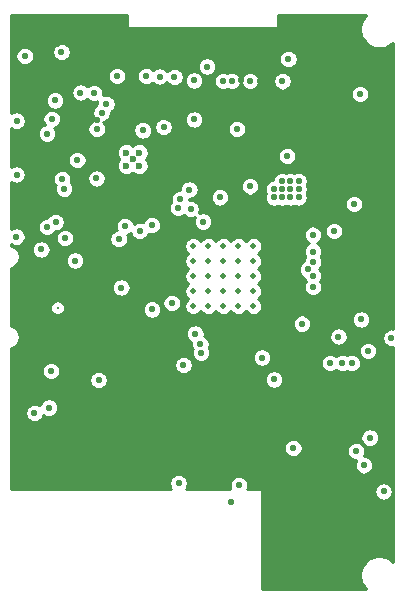
<source format=gbr>
%TF.GenerationSoftware,KiCad,Pcbnew,(5.1.6)-1*%
%TF.CreationDate,2020-07-04T15:59:08+08:00*%
%TF.ProjectId,24RF_Remote_Control,32345246-5f52-4656-9d6f-74655f436f6e,rev?*%
%TF.SameCoordinates,Original*%
%TF.FileFunction,Copper,L2,Inr*%
%TF.FilePolarity,Positive*%
%FSLAX46Y46*%
G04 Gerber Fmt 4.6, Leading zero omitted, Abs format (unit mm)*
G04 Created by KiCad (PCBNEW (5.1.6)-1) date 2020-07-04 15:59:08*
%MOMM*%
%LPD*%
G01*
G04 APERTURE LIST*
%TA.AperFunction,ViaPad*%
%ADD10C,0.600000*%
%TD*%
%TA.AperFunction,ViaPad*%
%ADD11C,0.500000*%
%TD*%
%TA.AperFunction,ViaPad*%
%ADD12C,0.550000*%
%TD*%
%TA.AperFunction,ViaPad*%
%ADD13C,0.250000*%
%TD*%
%TA.AperFunction,Conductor*%
%ADD14C,0.254000*%
%TD*%
G04 APERTURE END LIST*
D10*
%TO.N,GND*%
%TO.C,U1*%
X140504260Y-79791340D03*
X139404260Y-79791340D03*
X139954260Y-79241340D03*
X140504260Y-78691340D03*
X139404260Y-78691340D03*
%TD*%
D11*
%TO.N,GND*%
%TO.C,U4*%
X145091200Y-91704200D03*
X146366200Y-91704200D03*
X147641200Y-91704200D03*
X148916200Y-91704200D03*
X150191200Y-91704200D03*
X145091200Y-90429200D03*
X146366200Y-90429200D03*
X147641200Y-90429200D03*
X148916200Y-90429200D03*
X150191200Y-90429200D03*
X145091200Y-89154200D03*
X146366200Y-89154200D03*
X147641200Y-89154200D03*
X148916200Y-89154200D03*
X150191200Y-89154200D03*
X145091200Y-87879200D03*
X146366200Y-87879200D03*
X147641200Y-87879200D03*
X148916200Y-87879200D03*
X150191200Y-87879200D03*
X145091200Y-86604200D03*
X146366200Y-86604200D03*
X147641200Y-86604200D03*
X148916200Y-86604200D03*
X150191200Y-86604200D03*
%TD*%
D12*
%TO.N,GND*%
X149886260Y-81540940D03*
X151915720Y-81764460D03*
X143848680Y-106676780D03*
X153559100Y-103689740D03*
X160031020Y-102821060D03*
X151919455Y-97892265D03*
X138626440Y-72193740D03*
X141113100Y-72201360D03*
X142238320Y-72252160D03*
X143498160Y-72269940D03*
X145172040Y-75884360D03*
X147607880Y-72635700D03*
X148357180Y-72605220D03*
X149896420Y-72605220D03*
X152644700Y-72650940D03*
X159215680Y-73727920D03*
X153040940Y-78978080D03*
X148778820Y-76704780D03*
X147336100Y-82473120D03*
X151915720Y-82480740D03*
X156998260Y-85328080D03*
X142573600Y-76537140D03*
X132223100Y-86887640D03*
X144257620Y-96679340D03*
X132703160Y-84990260D03*
X130130140Y-80545260D03*
X130107280Y-85803060D03*
X130130140Y-75985960D03*
X132703160Y-77085780D03*
X154288080Y-93174140D03*
X133107020Y-75823400D03*
X136688420Y-73621220D03*
X133932520Y-70169360D03*
X130823560Y-70504640D03*
X139302080Y-84886100D03*
X141580460Y-84835320D03*
X133038440Y-97187340D03*
X143988380Y-82633140D03*
X135271100Y-79313360D03*
X137328500Y-75305240D03*
X140805760Y-76801300D03*
X145260920Y-94017420D03*
D13*
X133597240Y-91827940D03*
D12*
X152606600Y-81083740D03*
X153306600Y-81083740D03*
X154006600Y-81083740D03*
X152606600Y-81783740D03*
X153306600Y-81783740D03*
X154006600Y-81783740D03*
X152606600Y-82483740D03*
X153306600Y-82483740D03*
X154006600Y-82483740D03*
X155222800Y-87075620D03*
X155222800Y-90062620D03*
X154788460Y-88576740D03*
X155222800Y-89112680D03*
X155222800Y-87939200D03*
X159528100Y-105162940D03*
X161207040Y-107377820D03*
X158885480Y-103961520D03*
X132863180Y-100283600D03*
X137071960Y-97956960D03*
X159312200Y-92810920D03*
X156673140Y-96488840D03*
X157704380Y-96501520D03*
X158516206Y-96522727D03*
X131649060Y-100725560D03*
X133388960Y-74266380D03*
X135537800Y-73600900D03*
X138997280Y-90115980D03*
X155210100Y-85640500D03*
%TO.N,Net-(C1-Pad2)*%
X136896700Y-80872920D03*
%TO.N,+3V3*%
X135888320Y-67875740D03*
X158260640Y-108444620D03*
X153543860Y-113336660D03*
X133528660Y-69501340D03*
X152687880Y-99902600D03*
X161069880Y-100311540D03*
X131646520Y-97553100D03*
X134107780Y-93397660D03*
X161704860Y-74827720D03*
X151682040Y-115442320D03*
X155954320Y-110910960D03*
X149146702Y-72582359D03*
X150732080Y-72595060D03*
X158242860Y-85363640D03*
X152703120Y-92602640D03*
X158374940Y-93184300D03*
X152703120Y-84025060D03*
X141511880Y-86425360D03*
X136530940Y-82358820D03*
X144237300Y-93186840D03*
X136917787Y-75932789D03*
X137088320Y-67875740D03*
X138288320Y-67875740D03*
X135888320Y-68575740D03*
X137088320Y-68575740D03*
X138288320Y-68575740D03*
X155565700Y-107634360D03*
X154003600Y-98932320D03*
X130033620Y-105457580D03*
X138402940Y-91956160D03*
%TO.N,/ADC_BATT*%
X157384340Y-94266340D03*
%TO.N,/BUTTON__LEFT*%
X145685100Y-94883560D03*
%TO.N,/BUTTON_RIGHT*%
X159880579Y-95466341D03*
%TO.N,Net-(J1-Pad2)*%
X134211920Y-85932600D03*
X134161120Y-81744140D03*
%TO.N,Net-(J1-Pad3)*%
X133998560Y-80913560D03*
X133434680Y-84578402D03*
%TO.N,/SWDCLK*%
X140546548Y-85333028D03*
X138771220Y-85988500D03*
%TO.N,/RF_SCK*%
X143269560Y-91406300D03*
X141602260Y-91962560D03*
%TO.N,/OLED_FLASH_SCK*%
X144861059Y-83474961D03*
X145141540Y-72582360D03*
X146266760Y-71398720D03*
X144757925Y-81812795D03*
%TO.N,/Buzzer*%
X145741970Y-95631403D03*
%TO.N,/JY_Y*%
X148263200Y-108254120D03*
%TO.N,/JY_X*%
X150917500Y-96041780D03*
%TO.N,Net-(S1-Pad2)*%
X135062820Y-87832520D03*
%TO.N,/OLED_FLASH_MISO*%
X145922779Y-84536681D03*
X158692440Y-83039540D03*
%TO.N,/USER_LED*%
X148946460Y-106831720D03*
%TO.N,/CHARGE*%
X136916523Y-76693454D03*
X143792176Y-83387500D03*
%TO.N,/PGOOD*%
X137739980Y-74558480D03*
X153140000Y-70758640D03*
X161872520Y-94360320D03*
%TD*%
D14*
%TO.N,+3V3*%
G36*
X139484960Y-68015440D02*
G01*
X139487400Y-68040216D01*
X139494627Y-68064041D01*
X139506363Y-68085997D01*
X139522157Y-68105243D01*
X139541403Y-68121037D01*
X139563359Y-68132773D01*
X139587184Y-68140000D01*
X139611960Y-68142440D01*
X152101140Y-68142440D01*
X152125916Y-68140000D01*
X152149741Y-68132773D01*
X152171697Y-68121037D01*
X152190943Y-68105243D01*
X152206737Y-68085997D01*
X152218473Y-68064041D01*
X152225700Y-68040216D01*
X152228140Y-68015440D01*
X152228140Y-67075640D01*
X159745885Y-67075640D01*
X159594805Y-67226720D01*
X159418829Y-67490087D01*
X159297615Y-67782724D01*
X159235820Y-68093386D01*
X159235820Y-68410134D01*
X159297615Y-68720796D01*
X159418829Y-69013433D01*
X159594805Y-69276800D01*
X159818780Y-69500775D01*
X160082147Y-69676751D01*
X160374784Y-69797965D01*
X160685446Y-69859760D01*
X161002194Y-69859760D01*
X161312856Y-69797965D01*
X161605493Y-69676751D01*
X161868860Y-69500775D01*
X161994932Y-69374703D01*
X162012524Y-93589828D01*
X161949639Y-93577320D01*
X161795401Y-93577320D01*
X161644127Y-93607410D01*
X161501630Y-93666434D01*
X161373386Y-93752124D01*
X161264324Y-93861186D01*
X161178634Y-93989430D01*
X161119610Y-94131927D01*
X161089520Y-94283201D01*
X161089520Y-94437439D01*
X161119610Y-94588713D01*
X161178634Y-94731210D01*
X161264324Y-94859454D01*
X161373386Y-94968516D01*
X161501630Y-95054206D01*
X161644127Y-95113230D01*
X161795401Y-95143320D01*
X161949639Y-95143320D01*
X162013643Y-95130589D01*
X162026894Y-113370839D01*
X161869280Y-113213225D01*
X161605913Y-113037249D01*
X161313276Y-112916035D01*
X161002614Y-112854240D01*
X160685866Y-112854240D01*
X160375204Y-112916035D01*
X160082567Y-113037249D01*
X159819200Y-113213225D01*
X159595225Y-113437200D01*
X159419249Y-113700567D01*
X159298035Y-113993204D01*
X159236240Y-114303866D01*
X159236240Y-114620614D01*
X159298035Y-114931276D01*
X159419249Y-115223913D01*
X159595225Y-115487280D01*
X159750925Y-115642980D01*
X150945440Y-115642980D01*
X150945440Y-107309240D01*
X150944600Y-107300701D01*
X160424040Y-107300701D01*
X160424040Y-107454939D01*
X160454130Y-107606213D01*
X160513154Y-107748710D01*
X160598844Y-107876954D01*
X160707906Y-107986016D01*
X160836150Y-108071706D01*
X160978647Y-108130730D01*
X161129921Y-108160820D01*
X161284159Y-108160820D01*
X161435433Y-108130730D01*
X161577930Y-108071706D01*
X161706174Y-107986016D01*
X161815236Y-107876954D01*
X161900926Y-107748710D01*
X161959950Y-107606213D01*
X161990040Y-107454939D01*
X161990040Y-107300701D01*
X161959950Y-107149427D01*
X161900926Y-107006930D01*
X161815236Y-106878686D01*
X161706174Y-106769624D01*
X161577930Y-106683934D01*
X161435433Y-106624910D01*
X161284159Y-106594820D01*
X161129921Y-106594820D01*
X160978647Y-106624910D01*
X160836150Y-106683934D01*
X160707906Y-106769624D01*
X160598844Y-106878686D01*
X160513154Y-107006930D01*
X160454130Y-107149427D01*
X160424040Y-107300701D01*
X150944600Y-107300701D01*
X150943000Y-107284464D01*
X150935773Y-107260639D01*
X150924037Y-107238683D01*
X150908243Y-107219437D01*
X150888997Y-107203643D01*
X150867041Y-107191907D01*
X150843216Y-107184680D01*
X150818440Y-107182240D01*
X149648784Y-107182240D01*
X149699370Y-107060113D01*
X149729460Y-106908839D01*
X149729460Y-106754601D01*
X149699370Y-106603327D01*
X149640346Y-106460830D01*
X149554656Y-106332586D01*
X149445594Y-106223524D01*
X149317350Y-106137834D01*
X149174853Y-106078810D01*
X149023579Y-106048720D01*
X148869341Y-106048720D01*
X148718067Y-106078810D01*
X148575570Y-106137834D01*
X148447326Y-106223524D01*
X148338264Y-106332586D01*
X148252574Y-106460830D01*
X148193550Y-106603327D01*
X148163460Y-106754601D01*
X148163460Y-106908839D01*
X148193550Y-107060113D01*
X148244136Y-107182240D01*
X144450550Y-107182240D01*
X144456876Y-107175914D01*
X144542566Y-107047670D01*
X144601590Y-106905173D01*
X144631680Y-106753899D01*
X144631680Y-106599661D01*
X144601590Y-106448387D01*
X144542566Y-106305890D01*
X144456876Y-106177646D01*
X144347814Y-106068584D01*
X144219570Y-105982894D01*
X144077073Y-105923870D01*
X143925799Y-105893780D01*
X143771561Y-105893780D01*
X143620287Y-105923870D01*
X143477790Y-105982894D01*
X143349546Y-106068584D01*
X143240484Y-106177646D01*
X143154794Y-106305890D01*
X143095770Y-106448387D01*
X143065680Y-106599661D01*
X143065680Y-106753899D01*
X143095770Y-106905173D01*
X143154794Y-107047670D01*
X143240484Y-107175914D01*
X143246810Y-107182240D01*
X129700898Y-107182240D01*
X129698306Y-103612621D01*
X152776100Y-103612621D01*
X152776100Y-103766859D01*
X152806190Y-103918133D01*
X152865214Y-104060630D01*
X152950904Y-104188874D01*
X153059966Y-104297936D01*
X153188210Y-104383626D01*
X153330707Y-104442650D01*
X153481981Y-104472740D01*
X153636219Y-104472740D01*
X153787493Y-104442650D01*
X153929990Y-104383626D01*
X154058234Y-104297936D01*
X154167296Y-104188874D01*
X154252986Y-104060630D01*
X154312010Y-103918133D01*
X154318719Y-103884401D01*
X158102480Y-103884401D01*
X158102480Y-104038639D01*
X158132570Y-104189913D01*
X158191594Y-104332410D01*
X158277284Y-104460654D01*
X158386346Y-104569716D01*
X158514590Y-104655406D01*
X158657087Y-104714430D01*
X158808361Y-104744520D01*
X158865973Y-104744520D01*
X158834214Y-104792050D01*
X158775190Y-104934547D01*
X158745100Y-105085821D01*
X158745100Y-105240059D01*
X158775190Y-105391333D01*
X158834214Y-105533830D01*
X158919904Y-105662074D01*
X159028966Y-105771136D01*
X159157210Y-105856826D01*
X159299707Y-105915850D01*
X159450981Y-105945940D01*
X159605219Y-105945940D01*
X159756493Y-105915850D01*
X159898990Y-105856826D01*
X160027234Y-105771136D01*
X160136296Y-105662074D01*
X160221986Y-105533830D01*
X160281010Y-105391333D01*
X160311100Y-105240059D01*
X160311100Y-105085821D01*
X160281010Y-104934547D01*
X160221986Y-104792050D01*
X160136296Y-104663806D01*
X160027234Y-104554744D01*
X159898990Y-104469054D01*
X159756493Y-104410030D01*
X159605219Y-104379940D01*
X159547607Y-104379940D01*
X159579366Y-104332410D01*
X159638390Y-104189913D01*
X159668480Y-104038639D01*
X159668480Y-103884401D01*
X159638390Y-103733127D01*
X159579366Y-103590630D01*
X159493676Y-103462386D01*
X159384614Y-103353324D01*
X159256370Y-103267634D01*
X159113873Y-103208610D01*
X158962599Y-103178520D01*
X158808361Y-103178520D01*
X158657087Y-103208610D01*
X158514590Y-103267634D01*
X158386346Y-103353324D01*
X158277284Y-103462386D01*
X158191594Y-103590630D01*
X158132570Y-103733127D01*
X158102480Y-103884401D01*
X154318719Y-103884401D01*
X154342100Y-103766859D01*
X154342100Y-103612621D01*
X154312010Y-103461347D01*
X154252986Y-103318850D01*
X154167296Y-103190606D01*
X154058234Y-103081544D01*
X153929990Y-102995854D01*
X153787493Y-102936830D01*
X153636219Y-102906740D01*
X153481981Y-102906740D01*
X153330707Y-102936830D01*
X153188210Y-102995854D01*
X153059966Y-103081544D01*
X152950904Y-103190606D01*
X152865214Y-103318850D01*
X152806190Y-103461347D01*
X152776100Y-103612621D01*
X129698306Y-103612621D01*
X129697675Y-102743941D01*
X159248020Y-102743941D01*
X159248020Y-102898179D01*
X159278110Y-103049453D01*
X159337134Y-103191950D01*
X159422824Y-103320194D01*
X159531886Y-103429256D01*
X159660130Y-103514946D01*
X159802627Y-103573970D01*
X159953901Y-103604060D01*
X160108139Y-103604060D01*
X160259413Y-103573970D01*
X160401910Y-103514946D01*
X160530154Y-103429256D01*
X160639216Y-103320194D01*
X160724906Y-103191950D01*
X160783930Y-103049453D01*
X160814020Y-102898179D01*
X160814020Y-102743941D01*
X160783930Y-102592667D01*
X160724906Y-102450170D01*
X160639216Y-102321926D01*
X160530154Y-102212864D01*
X160401910Y-102127174D01*
X160259413Y-102068150D01*
X160108139Y-102038060D01*
X159953901Y-102038060D01*
X159802627Y-102068150D01*
X159660130Y-102127174D01*
X159531886Y-102212864D01*
X159422824Y-102321926D01*
X159337134Y-102450170D01*
X159278110Y-102592667D01*
X159248020Y-102743941D01*
X129697675Y-102743941D01*
X129696152Y-100648441D01*
X130866060Y-100648441D01*
X130866060Y-100802679D01*
X130896150Y-100953953D01*
X130955174Y-101096450D01*
X131040864Y-101224694D01*
X131149926Y-101333756D01*
X131278170Y-101419446D01*
X131420667Y-101478470D01*
X131571941Y-101508560D01*
X131726179Y-101508560D01*
X131877453Y-101478470D01*
X132019950Y-101419446D01*
X132148194Y-101333756D01*
X132257256Y-101224694D01*
X132342946Y-101096450D01*
X132401970Y-100953953D01*
X132408434Y-100921455D01*
X132492290Y-100977486D01*
X132634787Y-101036510D01*
X132786061Y-101066600D01*
X132940299Y-101066600D01*
X133091573Y-101036510D01*
X133234070Y-100977486D01*
X133362314Y-100891796D01*
X133471376Y-100782734D01*
X133557066Y-100654490D01*
X133616090Y-100511993D01*
X133646180Y-100360719D01*
X133646180Y-100206481D01*
X133616090Y-100055207D01*
X133557066Y-99912710D01*
X133471376Y-99784466D01*
X133362314Y-99675404D01*
X133234070Y-99589714D01*
X133091573Y-99530690D01*
X132940299Y-99500600D01*
X132786061Y-99500600D01*
X132634787Y-99530690D01*
X132492290Y-99589714D01*
X132364046Y-99675404D01*
X132254984Y-99784466D01*
X132169294Y-99912710D01*
X132110270Y-100055207D01*
X132103806Y-100087705D01*
X132019950Y-100031674D01*
X131877453Y-99972650D01*
X131726179Y-99942560D01*
X131571941Y-99942560D01*
X131420667Y-99972650D01*
X131278170Y-100031674D01*
X131149926Y-100117364D01*
X131040864Y-100226426D01*
X130955174Y-100354670D01*
X130896150Y-100497167D01*
X130866060Y-100648441D01*
X129696152Y-100648441D01*
X129693582Y-97110221D01*
X132255440Y-97110221D01*
X132255440Y-97264459D01*
X132285530Y-97415733D01*
X132344554Y-97558230D01*
X132430244Y-97686474D01*
X132539306Y-97795536D01*
X132667550Y-97881226D01*
X132810047Y-97940250D01*
X132961321Y-97970340D01*
X133115559Y-97970340D01*
X133266833Y-97940250D01*
X133409330Y-97881226D01*
X133411402Y-97879841D01*
X136288960Y-97879841D01*
X136288960Y-98034079D01*
X136319050Y-98185353D01*
X136378074Y-98327850D01*
X136463764Y-98456094D01*
X136572826Y-98565156D01*
X136701070Y-98650846D01*
X136843567Y-98709870D01*
X136994841Y-98739960D01*
X137149079Y-98739960D01*
X137300353Y-98709870D01*
X137442850Y-98650846D01*
X137571094Y-98565156D01*
X137680156Y-98456094D01*
X137765846Y-98327850D01*
X137824870Y-98185353D01*
X137854960Y-98034079D01*
X137854960Y-97879841D01*
X137842092Y-97815146D01*
X151136455Y-97815146D01*
X151136455Y-97969384D01*
X151166545Y-98120658D01*
X151225569Y-98263155D01*
X151311259Y-98391399D01*
X151420321Y-98500461D01*
X151548565Y-98586151D01*
X151691062Y-98645175D01*
X151842336Y-98675265D01*
X151996574Y-98675265D01*
X152147848Y-98645175D01*
X152290345Y-98586151D01*
X152418589Y-98500461D01*
X152527651Y-98391399D01*
X152613341Y-98263155D01*
X152672365Y-98120658D01*
X152702455Y-97969384D01*
X152702455Y-97815146D01*
X152672365Y-97663872D01*
X152613341Y-97521375D01*
X152527651Y-97393131D01*
X152418589Y-97284069D01*
X152290345Y-97198379D01*
X152147848Y-97139355D01*
X151996574Y-97109265D01*
X151842336Y-97109265D01*
X151691062Y-97139355D01*
X151548565Y-97198379D01*
X151420321Y-97284069D01*
X151311259Y-97393131D01*
X151225569Y-97521375D01*
X151166545Y-97663872D01*
X151136455Y-97815146D01*
X137842092Y-97815146D01*
X137824870Y-97728567D01*
X137765846Y-97586070D01*
X137680156Y-97457826D01*
X137571094Y-97348764D01*
X137442850Y-97263074D01*
X137300353Y-97204050D01*
X137149079Y-97173960D01*
X136994841Y-97173960D01*
X136843567Y-97204050D01*
X136701070Y-97263074D01*
X136572826Y-97348764D01*
X136463764Y-97457826D01*
X136378074Y-97586070D01*
X136319050Y-97728567D01*
X136288960Y-97879841D01*
X133411402Y-97879841D01*
X133537574Y-97795536D01*
X133646636Y-97686474D01*
X133732326Y-97558230D01*
X133791350Y-97415733D01*
X133821440Y-97264459D01*
X133821440Y-97110221D01*
X133791350Y-96958947D01*
X133732326Y-96816450D01*
X133646636Y-96688206D01*
X133560651Y-96602221D01*
X143474620Y-96602221D01*
X143474620Y-96756459D01*
X143504710Y-96907733D01*
X143563734Y-97050230D01*
X143649424Y-97178474D01*
X143758486Y-97287536D01*
X143886730Y-97373226D01*
X144029227Y-97432250D01*
X144180501Y-97462340D01*
X144334739Y-97462340D01*
X144486013Y-97432250D01*
X144628510Y-97373226D01*
X144756754Y-97287536D01*
X144865816Y-97178474D01*
X144951506Y-97050230D01*
X145010530Y-96907733D01*
X145040620Y-96756459D01*
X145040620Y-96602221D01*
X145010530Y-96450947D01*
X144951506Y-96308450D01*
X144865816Y-96180206D01*
X144756754Y-96071144D01*
X144628510Y-95985454D01*
X144486013Y-95926430D01*
X144334739Y-95896340D01*
X144180501Y-95896340D01*
X144029227Y-95926430D01*
X143886730Y-95985454D01*
X143758486Y-96071144D01*
X143649424Y-96180206D01*
X143563734Y-96308450D01*
X143504710Y-96450947D01*
X143474620Y-96602221D01*
X133560651Y-96602221D01*
X133537574Y-96579144D01*
X133409330Y-96493454D01*
X133266833Y-96434430D01*
X133115559Y-96404340D01*
X132961321Y-96404340D01*
X132810047Y-96434430D01*
X132667550Y-96493454D01*
X132539306Y-96579144D01*
X132430244Y-96688206D01*
X132344554Y-96816450D01*
X132285530Y-96958947D01*
X132255440Y-97110221D01*
X129693582Y-97110221D01*
X129692215Y-95229818D01*
X129731398Y-95222024D01*
X129905743Y-95149808D01*
X130062649Y-95044967D01*
X130196087Y-94911529D01*
X130300928Y-94754623D01*
X130373144Y-94580278D01*
X130409960Y-94395195D01*
X130409960Y-94206485D01*
X130373144Y-94021402D01*
X130339551Y-93940301D01*
X144477920Y-93940301D01*
X144477920Y-94094539D01*
X144508010Y-94245813D01*
X144567034Y-94388310D01*
X144652724Y-94516554D01*
X144761786Y-94625616D01*
X144890030Y-94711306D01*
X144918664Y-94723167D01*
X144902100Y-94806441D01*
X144902100Y-94960679D01*
X144932190Y-95111953D01*
X144991214Y-95254450D01*
X145027871Y-95309311D01*
X144989060Y-95403010D01*
X144958970Y-95554284D01*
X144958970Y-95708522D01*
X144989060Y-95859796D01*
X145048084Y-96002293D01*
X145133774Y-96130537D01*
X145242836Y-96239599D01*
X145371080Y-96325289D01*
X145513577Y-96384313D01*
X145664851Y-96414403D01*
X145819089Y-96414403D01*
X145970363Y-96384313D01*
X146112860Y-96325289D01*
X146241104Y-96239599D01*
X146350166Y-96130537D01*
X146435856Y-96002293D01*
X146451443Y-95964661D01*
X150134500Y-95964661D01*
X150134500Y-96118899D01*
X150164590Y-96270173D01*
X150223614Y-96412670D01*
X150309304Y-96540914D01*
X150418366Y-96649976D01*
X150546610Y-96735666D01*
X150689107Y-96794690D01*
X150840381Y-96824780D01*
X150994619Y-96824780D01*
X151145893Y-96794690D01*
X151288390Y-96735666D01*
X151416634Y-96649976D01*
X151525696Y-96540914D01*
X151611386Y-96412670D01*
X151611779Y-96411721D01*
X155890140Y-96411721D01*
X155890140Y-96565959D01*
X155920230Y-96717233D01*
X155979254Y-96859730D01*
X156064944Y-96987974D01*
X156174006Y-97097036D01*
X156302250Y-97182726D01*
X156444747Y-97241750D01*
X156596021Y-97271840D01*
X156750259Y-97271840D01*
X156901533Y-97241750D01*
X157044030Y-97182726D01*
X157172274Y-97097036D01*
X157182420Y-97086890D01*
X157205246Y-97109716D01*
X157333490Y-97195406D01*
X157475987Y-97254430D01*
X157627261Y-97284520D01*
X157781499Y-97284520D01*
X157932773Y-97254430D01*
X158075270Y-97195406D01*
X158094424Y-97182608D01*
X158145316Y-97216613D01*
X158287813Y-97275637D01*
X158439087Y-97305727D01*
X158593325Y-97305727D01*
X158744599Y-97275637D01*
X158887096Y-97216613D01*
X159015340Y-97130923D01*
X159124402Y-97021861D01*
X159210092Y-96893617D01*
X159269116Y-96751120D01*
X159299206Y-96599846D01*
X159299206Y-96445608D01*
X159269116Y-96294334D01*
X159210092Y-96151837D01*
X159124402Y-96023593D01*
X159015340Y-95914531D01*
X158887096Y-95828841D01*
X158744599Y-95769817D01*
X158593325Y-95739727D01*
X158439087Y-95739727D01*
X158287813Y-95769817D01*
X158145316Y-95828841D01*
X158126162Y-95841639D01*
X158075270Y-95807634D01*
X157932773Y-95748610D01*
X157781499Y-95718520D01*
X157627261Y-95718520D01*
X157475987Y-95748610D01*
X157333490Y-95807634D01*
X157205246Y-95893324D01*
X157195100Y-95903470D01*
X157172274Y-95880644D01*
X157044030Y-95794954D01*
X156901533Y-95735930D01*
X156750259Y-95705840D01*
X156596021Y-95705840D01*
X156444747Y-95735930D01*
X156302250Y-95794954D01*
X156174006Y-95880644D01*
X156064944Y-95989706D01*
X155979254Y-96117950D01*
X155920230Y-96260447D01*
X155890140Y-96411721D01*
X151611779Y-96411721D01*
X151670410Y-96270173D01*
X151700500Y-96118899D01*
X151700500Y-95964661D01*
X151670410Y-95813387D01*
X151611386Y-95670890D01*
X151525696Y-95542646D01*
X151416634Y-95433584D01*
X151350242Y-95389222D01*
X159097579Y-95389222D01*
X159097579Y-95543460D01*
X159127669Y-95694734D01*
X159186693Y-95837231D01*
X159272383Y-95965475D01*
X159381445Y-96074537D01*
X159509689Y-96160227D01*
X159652186Y-96219251D01*
X159803460Y-96249341D01*
X159957698Y-96249341D01*
X160108972Y-96219251D01*
X160251469Y-96160227D01*
X160379713Y-96074537D01*
X160488775Y-95965475D01*
X160574465Y-95837231D01*
X160633489Y-95694734D01*
X160663579Y-95543460D01*
X160663579Y-95389222D01*
X160633489Y-95237948D01*
X160574465Y-95095451D01*
X160488775Y-94967207D01*
X160379713Y-94858145D01*
X160251469Y-94772455D01*
X160108972Y-94713431D01*
X159957698Y-94683341D01*
X159803460Y-94683341D01*
X159652186Y-94713431D01*
X159509689Y-94772455D01*
X159381445Y-94858145D01*
X159272383Y-94967207D01*
X159186693Y-95095451D01*
X159127669Y-95237948D01*
X159097579Y-95389222D01*
X151350242Y-95389222D01*
X151288390Y-95347894D01*
X151145893Y-95288870D01*
X150994619Y-95258780D01*
X150840381Y-95258780D01*
X150689107Y-95288870D01*
X150546610Y-95347894D01*
X150418366Y-95433584D01*
X150309304Y-95542646D01*
X150223614Y-95670890D01*
X150164590Y-95813387D01*
X150134500Y-95964661D01*
X146451443Y-95964661D01*
X146494880Y-95859796D01*
X146524970Y-95708522D01*
X146524970Y-95554284D01*
X146494880Y-95403010D01*
X146435856Y-95260513D01*
X146399199Y-95205652D01*
X146438010Y-95111953D01*
X146468100Y-94960679D01*
X146468100Y-94806441D01*
X146438010Y-94655167D01*
X146378986Y-94512670D01*
X146293296Y-94384426D01*
X146184234Y-94275364D01*
X146055990Y-94189674D01*
X146054897Y-94189221D01*
X156601340Y-94189221D01*
X156601340Y-94343459D01*
X156631430Y-94494733D01*
X156690454Y-94637230D01*
X156776144Y-94765474D01*
X156885206Y-94874536D01*
X157013450Y-94960226D01*
X157155947Y-95019250D01*
X157307221Y-95049340D01*
X157461459Y-95049340D01*
X157612733Y-95019250D01*
X157755230Y-94960226D01*
X157883474Y-94874536D01*
X157992536Y-94765474D01*
X158078226Y-94637230D01*
X158137250Y-94494733D01*
X158167340Y-94343459D01*
X158167340Y-94189221D01*
X158137250Y-94037947D01*
X158078226Y-93895450D01*
X157992536Y-93767206D01*
X157883474Y-93658144D01*
X157755230Y-93572454D01*
X157612733Y-93513430D01*
X157461459Y-93483340D01*
X157307221Y-93483340D01*
X157155947Y-93513430D01*
X157013450Y-93572454D01*
X156885206Y-93658144D01*
X156776144Y-93767206D01*
X156690454Y-93895450D01*
X156631430Y-94037947D01*
X156601340Y-94189221D01*
X146054897Y-94189221D01*
X146027356Y-94177813D01*
X146043920Y-94094539D01*
X146043920Y-93940301D01*
X146013830Y-93789027D01*
X145954806Y-93646530D01*
X145869116Y-93518286D01*
X145760054Y-93409224D01*
X145631810Y-93323534D01*
X145489313Y-93264510D01*
X145338039Y-93234420D01*
X145183801Y-93234420D01*
X145032527Y-93264510D01*
X144890030Y-93323534D01*
X144761786Y-93409224D01*
X144652724Y-93518286D01*
X144567034Y-93646530D01*
X144508010Y-93789027D01*
X144477920Y-93940301D01*
X130339551Y-93940301D01*
X130300928Y-93847057D01*
X130196087Y-93690151D01*
X130062649Y-93556713D01*
X129905743Y-93451872D01*
X129731398Y-93379656D01*
X129690865Y-93371593D01*
X129690666Y-93097021D01*
X153505080Y-93097021D01*
X153505080Y-93251259D01*
X153535170Y-93402533D01*
X153594194Y-93545030D01*
X153679884Y-93673274D01*
X153788946Y-93782336D01*
X153917190Y-93868026D01*
X154059687Y-93927050D01*
X154210961Y-93957140D01*
X154365199Y-93957140D01*
X154516473Y-93927050D01*
X154658970Y-93868026D01*
X154787214Y-93782336D01*
X154896276Y-93673274D01*
X154981966Y-93545030D01*
X155040990Y-93402533D01*
X155071080Y-93251259D01*
X155071080Y-93097021D01*
X155040990Y-92945747D01*
X154981966Y-92803250D01*
X154935562Y-92733801D01*
X158529200Y-92733801D01*
X158529200Y-92888039D01*
X158559290Y-93039313D01*
X158618314Y-93181810D01*
X158704004Y-93310054D01*
X158813066Y-93419116D01*
X158941310Y-93504806D01*
X159083807Y-93563830D01*
X159235081Y-93593920D01*
X159389319Y-93593920D01*
X159540593Y-93563830D01*
X159683090Y-93504806D01*
X159811334Y-93419116D01*
X159920396Y-93310054D01*
X160006086Y-93181810D01*
X160065110Y-93039313D01*
X160095200Y-92888039D01*
X160095200Y-92733801D01*
X160065110Y-92582527D01*
X160006086Y-92440030D01*
X159920396Y-92311786D01*
X159811334Y-92202724D01*
X159683090Y-92117034D01*
X159540593Y-92058010D01*
X159389319Y-92027920D01*
X159235081Y-92027920D01*
X159083807Y-92058010D01*
X158941310Y-92117034D01*
X158813066Y-92202724D01*
X158704004Y-92311786D01*
X158618314Y-92440030D01*
X158559290Y-92582527D01*
X158529200Y-92733801D01*
X154935562Y-92733801D01*
X154896276Y-92675006D01*
X154787214Y-92565944D01*
X154658970Y-92480254D01*
X154516473Y-92421230D01*
X154365199Y-92391140D01*
X154210961Y-92391140D01*
X154059687Y-92421230D01*
X153917190Y-92480254D01*
X153788946Y-92565944D01*
X153679884Y-92675006D01*
X153594194Y-92803250D01*
X153535170Y-92945747D01*
X153505080Y-93097021D01*
X129690666Y-93097021D01*
X129689699Y-91765595D01*
X132964240Y-91765595D01*
X132964240Y-91890285D01*
X132988566Y-92012579D01*
X133036283Y-92127778D01*
X133105557Y-92231454D01*
X133193726Y-92319623D01*
X133297402Y-92388897D01*
X133412601Y-92436614D01*
X133534895Y-92460940D01*
X133659585Y-92460940D01*
X133781879Y-92436614D01*
X133897078Y-92388897D01*
X134000754Y-92319623D01*
X134088923Y-92231454D01*
X134158197Y-92127778D01*
X134205914Y-92012579D01*
X134230240Y-91890285D01*
X134230240Y-91885441D01*
X140819260Y-91885441D01*
X140819260Y-92039679D01*
X140849350Y-92190953D01*
X140908374Y-92333450D01*
X140994064Y-92461694D01*
X141103126Y-92570756D01*
X141231370Y-92656446D01*
X141373867Y-92715470D01*
X141525141Y-92745560D01*
X141679379Y-92745560D01*
X141830653Y-92715470D01*
X141973150Y-92656446D01*
X142101394Y-92570756D01*
X142210456Y-92461694D01*
X142296146Y-92333450D01*
X142355170Y-92190953D01*
X142385260Y-92039679D01*
X142385260Y-91885441D01*
X142355170Y-91734167D01*
X142296146Y-91591670D01*
X142210456Y-91463426D01*
X142101394Y-91354364D01*
X142063706Y-91329181D01*
X142486560Y-91329181D01*
X142486560Y-91483419D01*
X142516650Y-91634693D01*
X142575674Y-91777190D01*
X142661364Y-91905434D01*
X142770426Y-92014496D01*
X142898670Y-92100186D01*
X143041167Y-92159210D01*
X143192441Y-92189300D01*
X143346679Y-92189300D01*
X143497953Y-92159210D01*
X143640450Y-92100186D01*
X143768694Y-92014496D01*
X143877756Y-91905434D01*
X143963446Y-91777190D01*
X144022470Y-91634693D01*
X144052560Y-91483419D01*
X144052560Y-91329181D01*
X144022470Y-91177907D01*
X143963446Y-91035410D01*
X143877756Y-90907166D01*
X143768694Y-90798104D01*
X143640450Y-90712414D01*
X143497953Y-90653390D01*
X143346679Y-90623300D01*
X143192441Y-90623300D01*
X143041167Y-90653390D01*
X142898670Y-90712414D01*
X142770426Y-90798104D01*
X142661364Y-90907166D01*
X142575674Y-91035410D01*
X142516650Y-91177907D01*
X142486560Y-91329181D01*
X142063706Y-91329181D01*
X141973150Y-91268674D01*
X141830653Y-91209650D01*
X141679379Y-91179560D01*
X141525141Y-91179560D01*
X141373867Y-91209650D01*
X141231370Y-91268674D01*
X141103126Y-91354364D01*
X140994064Y-91463426D01*
X140908374Y-91591670D01*
X140849350Y-91734167D01*
X140819260Y-91885441D01*
X134230240Y-91885441D01*
X134230240Y-91765595D01*
X134205914Y-91643301D01*
X134158197Y-91528102D01*
X134088923Y-91424426D01*
X134000754Y-91336257D01*
X133897078Y-91266983D01*
X133781879Y-91219266D01*
X133659585Y-91194940D01*
X133534895Y-91194940D01*
X133412601Y-91219266D01*
X133297402Y-91266983D01*
X133193726Y-91336257D01*
X133105557Y-91424426D01*
X133036283Y-91528102D01*
X132988566Y-91643301D01*
X132964240Y-91765595D01*
X129689699Y-91765595D01*
X129688445Y-90038861D01*
X138214280Y-90038861D01*
X138214280Y-90193099D01*
X138244370Y-90344373D01*
X138303394Y-90486870D01*
X138389084Y-90615114D01*
X138498146Y-90724176D01*
X138626390Y-90809866D01*
X138768887Y-90868890D01*
X138920161Y-90898980D01*
X139074399Y-90898980D01*
X139225673Y-90868890D01*
X139368170Y-90809866D01*
X139496414Y-90724176D01*
X139605476Y-90615114D01*
X139691166Y-90486870D01*
X139750190Y-90344373D01*
X139780280Y-90193099D01*
X139780280Y-90038861D01*
X139750190Y-89887587D01*
X139691166Y-89745090D01*
X139605476Y-89616846D01*
X139496414Y-89507784D01*
X139368170Y-89422094D01*
X139225673Y-89363070D01*
X139074399Y-89332980D01*
X138920161Y-89332980D01*
X138768887Y-89363070D01*
X138626390Y-89422094D01*
X138498146Y-89507784D01*
X138389084Y-89616846D01*
X138303394Y-89745090D01*
X138244370Y-89887587D01*
X138214280Y-90038861D01*
X129688445Y-90038861D01*
X129687276Y-88430801D01*
X129731398Y-88422024D01*
X129905743Y-88349808D01*
X130062649Y-88244967D01*
X130196087Y-88111529D01*
X130300928Y-87954623D01*
X130373144Y-87780278D01*
X130378092Y-87755401D01*
X134279820Y-87755401D01*
X134279820Y-87909639D01*
X134309910Y-88060913D01*
X134368934Y-88203410D01*
X134454624Y-88331654D01*
X134563686Y-88440716D01*
X134691930Y-88526406D01*
X134834427Y-88585430D01*
X134985701Y-88615520D01*
X135139939Y-88615520D01*
X135291213Y-88585430D01*
X135433710Y-88526406D01*
X135561954Y-88440716D01*
X135671016Y-88331654D01*
X135756706Y-88203410D01*
X135815730Y-88060913D01*
X135845820Y-87909639D01*
X135845820Y-87755401D01*
X135815730Y-87604127D01*
X135756706Y-87461630D01*
X135671016Y-87333386D01*
X135561954Y-87224324D01*
X135433710Y-87138634D01*
X135291213Y-87079610D01*
X135139939Y-87049520D01*
X134985701Y-87049520D01*
X134834427Y-87079610D01*
X134691930Y-87138634D01*
X134563686Y-87224324D01*
X134454624Y-87333386D01*
X134368934Y-87461630D01*
X134309910Y-87604127D01*
X134279820Y-87755401D01*
X130378092Y-87755401D01*
X130409960Y-87595195D01*
X130409960Y-87406485D01*
X130373144Y-87221402D01*
X130300928Y-87047057D01*
X130196087Y-86890151D01*
X130116457Y-86810521D01*
X131440100Y-86810521D01*
X131440100Y-86964759D01*
X131470190Y-87116033D01*
X131529214Y-87258530D01*
X131614904Y-87386774D01*
X131723966Y-87495836D01*
X131852210Y-87581526D01*
X131994707Y-87640550D01*
X132145981Y-87670640D01*
X132300219Y-87670640D01*
X132451493Y-87640550D01*
X132593990Y-87581526D01*
X132722234Y-87495836D01*
X132831296Y-87386774D01*
X132916986Y-87258530D01*
X132976010Y-87116033D01*
X133006100Y-86964759D01*
X133006100Y-86810521D01*
X132976010Y-86659247D01*
X132916986Y-86516750D01*
X132831296Y-86388506D01*
X132722234Y-86279444D01*
X132593990Y-86193754D01*
X132451493Y-86134730D01*
X132300219Y-86104640D01*
X132145981Y-86104640D01*
X131994707Y-86134730D01*
X131852210Y-86193754D01*
X131723966Y-86279444D01*
X131614904Y-86388506D01*
X131529214Y-86516750D01*
X131470190Y-86659247D01*
X131440100Y-86810521D01*
X130116457Y-86810521D01*
X130062649Y-86756713D01*
X129905743Y-86651872D01*
X129731398Y-86579656D01*
X129685925Y-86570611D01*
X129685847Y-86463174D01*
X129736390Y-86496946D01*
X129878887Y-86555970D01*
X130030161Y-86586060D01*
X130184399Y-86586060D01*
X130335673Y-86555970D01*
X130478170Y-86496946D01*
X130606414Y-86411256D01*
X130715476Y-86302194D01*
X130801166Y-86173950D01*
X130860190Y-86031453D01*
X130890280Y-85880179D01*
X130890280Y-85725941D01*
X130860190Y-85574667D01*
X130801166Y-85432170D01*
X130715476Y-85303926D01*
X130606414Y-85194864D01*
X130478170Y-85109174D01*
X130335673Y-85050150D01*
X130184399Y-85020060D01*
X130030161Y-85020060D01*
X129878887Y-85050150D01*
X129736390Y-85109174D01*
X129684888Y-85143587D01*
X129684721Y-84913141D01*
X131920160Y-84913141D01*
X131920160Y-85067379D01*
X131950250Y-85218653D01*
X132009274Y-85361150D01*
X132094964Y-85489394D01*
X132204026Y-85598456D01*
X132332270Y-85684146D01*
X132474767Y-85743170D01*
X132626041Y-85773260D01*
X132780279Y-85773260D01*
X132931553Y-85743170D01*
X133074050Y-85684146D01*
X133202294Y-85598456D01*
X133311356Y-85489394D01*
X133396878Y-85361402D01*
X133511799Y-85361402D01*
X133663073Y-85331312D01*
X133766666Y-85288403D01*
X133712786Y-85324404D01*
X133603724Y-85433466D01*
X133518034Y-85561710D01*
X133459010Y-85704207D01*
X133428920Y-85855481D01*
X133428920Y-86009719D01*
X133459010Y-86160993D01*
X133518034Y-86303490D01*
X133603724Y-86431734D01*
X133712786Y-86540796D01*
X133841030Y-86626486D01*
X133983527Y-86685510D01*
X134134801Y-86715600D01*
X134289039Y-86715600D01*
X134440313Y-86685510D01*
X134582810Y-86626486D01*
X134711054Y-86540796D01*
X134820116Y-86431734D01*
X134905806Y-86303490D01*
X134964830Y-86160993D01*
X134994920Y-86009719D01*
X134994920Y-85911381D01*
X137988220Y-85911381D01*
X137988220Y-86065619D01*
X138018310Y-86216893D01*
X138077334Y-86359390D01*
X138163024Y-86487634D01*
X138272086Y-86596696D01*
X138400330Y-86682386D01*
X138542827Y-86741410D01*
X138694101Y-86771500D01*
X138848339Y-86771500D01*
X138999613Y-86741410D01*
X139142110Y-86682386D01*
X139270354Y-86596696D01*
X139337507Y-86529543D01*
X144333200Y-86529543D01*
X144333200Y-86678857D01*
X144362329Y-86825301D01*
X144419469Y-86963248D01*
X144502423Y-87087397D01*
X144608003Y-87192977D01*
X144680922Y-87241700D01*
X144608003Y-87290423D01*
X144502423Y-87396003D01*
X144419469Y-87520152D01*
X144362329Y-87658099D01*
X144333200Y-87804543D01*
X144333200Y-87953857D01*
X144362329Y-88100301D01*
X144419469Y-88238248D01*
X144502423Y-88362397D01*
X144608003Y-88467977D01*
X144680922Y-88516700D01*
X144608003Y-88565423D01*
X144502423Y-88671003D01*
X144419469Y-88795152D01*
X144362329Y-88933099D01*
X144333200Y-89079543D01*
X144333200Y-89228857D01*
X144362329Y-89375301D01*
X144419469Y-89513248D01*
X144502423Y-89637397D01*
X144608003Y-89742977D01*
X144680922Y-89791700D01*
X144608003Y-89840423D01*
X144502423Y-89946003D01*
X144419469Y-90070152D01*
X144362329Y-90208099D01*
X144333200Y-90354543D01*
X144333200Y-90503857D01*
X144362329Y-90650301D01*
X144419469Y-90788248D01*
X144502423Y-90912397D01*
X144608003Y-91017977D01*
X144680922Y-91066700D01*
X144608003Y-91115423D01*
X144502423Y-91221003D01*
X144419469Y-91345152D01*
X144362329Y-91483099D01*
X144333200Y-91629543D01*
X144333200Y-91778857D01*
X144362329Y-91925301D01*
X144419469Y-92063248D01*
X144502423Y-92187397D01*
X144608003Y-92292977D01*
X144732152Y-92375931D01*
X144870099Y-92433071D01*
X145016543Y-92462200D01*
X145165857Y-92462200D01*
X145312301Y-92433071D01*
X145450248Y-92375931D01*
X145574397Y-92292977D01*
X145679977Y-92187397D01*
X145728700Y-92114478D01*
X145777423Y-92187397D01*
X145883003Y-92292977D01*
X146007152Y-92375931D01*
X146145099Y-92433071D01*
X146291543Y-92462200D01*
X146440857Y-92462200D01*
X146587301Y-92433071D01*
X146725248Y-92375931D01*
X146849397Y-92292977D01*
X146954977Y-92187397D01*
X147003700Y-92114478D01*
X147052423Y-92187397D01*
X147158003Y-92292977D01*
X147282152Y-92375931D01*
X147420099Y-92433071D01*
X147566543Y-92462200D01*
X147715857Y-92462200D01*
X147862301Y-92433071D01*
X148000248Y-92375931D01*
X148124397Y-92292977D01*
X148229977Y-92187397D01*
X148278700Y-92114478D01*
X148327423Y-92187397D01*
X148433003Y-92292977D01*
X148557152Y-92375931D01*
X148695099Y-92433071D01*
X148841543Y-92462200D01*
X148990857Y-92462200D01*
X149137301Y-92433071D01*
X149275248Y-92375931D01*
X149399397Y-92292977D01*
X149504977Y-92187397D01*
X149553700Y-92114478D01*
X149602423Y-92187397D01*
X149708003Y-92292977D01*
X149832152Y-92375931D01*
X149970099Y-92433071D01*
X150116543Y-92462200D01*
X150265857Y-92462200D01*
X150412301Y-92433071D01*
X150550248Y-92375931D01*
X150674397Y-92292977D01*
X150779977Y-92187397D01*
X150862931Y-92063248D01*
X150920071Y-91925301D01*
X150949200Y-91778857D01*
X150949200Y-91629543D01*
X150920071Y-91483099D01*
X150862931Y-91345152D01*
X150779977Y-91221003D01*
X150674397Y-91115423D01*
X150601478Y-91066700D01*
X150674397Y-91017977D01*
X150779977Y-90912397D01*
X150862931Y-90788248D01*
X150920071Y-90650301D01*
X150949200Y-90503857D01*
X150949200Y-90354543D01*
X150920071Y-90208099D01*
X150862931Y-90070152D01*
X150779977Y-89946003D01*
X150674397Y-89840423D01*
X150601478Y-89791700D01*
X150674397Y-89742977D01*
X150779977Y-89637397D01*
X150862931Y-89513248D01*
X150920071Y-89375301D01*
X150949200Y-89228857D01*
X150949200Y-89079543D01*
X150920071Y-88933099D01*
X150862931Y-88795152D01*
X150779977Y-88671003D01*
X150674397Y-88565423D01*
X150601478Y-88516700D01*
X150627038Y-88499621D01*
X154005460Y-88499621D01*
X154005460Y-88653859D01*
X154035550Y-88805133D01*
X154094574Y-88947630D01*
X154180264Y-89075874D01*
X154289326Y-89184936D01*
X154417570Y-89270626D01*
X154459317Y-89287918D01*
X154469890Y-89341073D01*
X154528914Y-89483570D01*
X154598458Y-89587650D01*
X154528914Y-89691730D01*
X154469890Y-89834227D01*
X154439800Y-89985501D01*
X154439800Y-90139739D01*
X154469890Y-90291013D01*
X154528914Y-90433510D01*
X154614604Y-90561754D01*
X154723666Y-90670816D01*
X154851910Y-90756506D01*
X154994407Y-90815530D01*
X155145681Y-90845620D01*
X155299919Y-90845620D01*
X155451193Y-90815530D01*
X155593690Y-90756506D01*
X155721934Y-90670816D01*
X155830996Y-90561754D01*
X155916686Y-90433510D01*
X155975710Y-90291013D01*
X156005800Y-90139739D01*
X156005800Y-89985501D01*
X155975710Y-89834227D01*
X155916686Y-89691730D01*
X155847142Y-89587650D01*
X155916686Y-89483570D01*
X155975710Y-89341073D01*
X156005800Y-89189799D01*
X156005800Y-89035561D01*
X155975710Y-88884287D01*
X155916686Y-88741790D01*
X155830996Y-88613546D01*
X155743390Y-88525940D01*
X155830996Y-88438334D01*
X155916686Y-88310090D01*
X155975710Y-88167593D01*
X156005800Y-88016319D01*
X156005800Y-87862081D01*
X155975710Y-87710807D01*
X155916686Y-87568310D01*
X155875994Y-87507410D01*
X155916686Y-87446510D01*
X155975710Y-87304013D01*
X156005800Y-87152739D01*
X156005800Y-86998501D01*
X155975710Y-86847227D01*
X155916686Y-86704730D01*
X155830996Y-86576486D01*
X155721934Y-86467424D01*
X155593690Y-86381734D01*
X155530186Y-86355430D01*
X155580990Y-86334386D01*
X155709234Y-86248696D01*
X155818296Y-86139634D01*
X155903986Y-86011390D01*
X155963010Y-85868893D01*
X155993100Y-85717619D01*
X155993100Y-85563381D01*
X155963010Y-85412107D01*
X155903986Y-85269610D01*
X155891526Y-85250961D01*
X156215260Y-85250961D01*
X156215260Y-85405199D01*
X156245350Y-85556473D01*
X156304374Y-85698970D01*
X156390064Y-85827214D01*
X156499126Y-85936276D01*
X156627370Y-86021966D01*
X156769867Y-86080990D01*
X156921141Y-86111080D01*
X157075379Y-86111080D01*
X157226653Y-86080990D01*
X157369150Y-86021966D01*
X157497394Y-85936276D01*
X157606456Y-85827214D01*
X157692146Y-85698970D01*
X157751170Y-85556473D01*
X157781260Y-85405199D01*
X157781260Y-85250961D01*
X157751170Y-85099687D01*
X157692146Y-84957190D01*
X157606456Y-84828946D01*
X157497394Y-84719884D01*
X157369150Y-84634194D01*
X157226653Y-84575170D01*
X157075379Y-84545080D01*
X156921141Y-84545080D01*
X156769867Y-84575170D01*
X156627370Y-84634194D01*
X156499126Y-84719884D01*
X156390064Y-84828946D01*
X156304374Y-84957190D01*
X156245350Y-85099687D01*
X156215260Y-85250961D01*
X155891526Y-85250961D01*
X155818296Y-85141366D01*
X155709234Y-85032304D01*
X155580990Y-84946614D01*
X155438493Y-84887590D01*
X155287219Y-84857500D01*
X155132981Y-84857500D01*
X154981707Y-84887590D01*
X154839210Y-84946614D01*
X154710966Y-85032304D01*
X154601904Y-85141366D01*
X154516214Y-85269610D01*
X154457190Y-85412107D01*
X154427100Y-85563381D01*
X154427100Y-85717619D01*
X154457190Y-85868893D01*
X154516214Y-86011390D01*
X154601904Y-86139634D01*
X154710966Y-86248696D01*
X154839210Y-86334386D01*
X154902714Y-86360690D01*
X154851910Y-86381734D01*
X154723666Y-86467424D01*
X154614604Y-86576486D01*
X154528914Y-86704730D01*
X154469890Y-86847227D01*
X154439800Y-86998501D01*
X154439800Y-87152739D01*
X154469890Y-87304013D01*
X154528914Y-87446510D01*
X154569606Y-87507410D01*
X154528914Y-87568310D01*
X154469890Y-87710807D01*
X154439800Y-87862081D01*
X154439800Y-87873646D01*
X154417570Y-87882854D01*
X154289326Y-87968544D01*
X154180264Y-88077606D01*
X154094574Y-88205850D01*
X154035550Y-88348347D01*
X154005460Y-88499621D01*
X150627038Y-88499621D01*
X150674397Y-88467977D01*
X150779977Y-88362397D01*
X150862931Y-88238248D01*
X150920071Y-88100301D01*
X150949200Y-87953857D01*
X150949200Y-87804543D01*
X150920071Y-87658099D01*
X150862931Y-87520152D01*
X150779977Y-87396003D01*
X150674397Y-87290423D01*
X150601478Y-87241700D01*
X150674397Y-87192977D01*
X150779977Y-87087397D01*
X150862931Y-86963248D01*
X150920071Y-86825301D01*
X150949200Y-86678857D01*
X150949200Y-86529543D01*
X150920071Y-86383099D01*
X150862931Y-86245152D01*
X150779977Y-86121003D01*
X150674397Y-86015423D01*
X150550248Y-85932469D01*
X150412301Y-85875329D01*
X150265857Y-85846200D01*
X150116543Y-85846200D01*
X149970099Y-85875329D01*
X149832152Y-85932469D01*
X149708003Y-86015423D01*
X149602423Y-86121003D01*
X149553700Y-86193922D01*
X149504977Y-86121003D01*
X149399397Y-86015423D01*
X149275248Y-85932469D01*
X149137301Y-85875329D01*
X148990857Y-85846200D01*
X148841543Y-85846200D01*
X148695099Y-85875329D01*
X148557152Y-85932469D01*
X148433003Y-86015423D01*
X148327423Y-86121003D01*
X148278700Y-86193922D01*
X148229977Y-86121003D01*
X148124397Y-86015423D01*
X148000248Y-85932469D01*
X147862301Y-85875329D01*
X147715857Y-85846200D01*
X147566543Y-85846200D01*
X147420099Y-85875329D01*
X147282152Y-85932469D01*
X147158003Y-86015423D01*
X147052423Y-86121003D01*
X147003700Y-86193922D01*
X146954977Y-86121003D01*
X146849397Y-86015423D01*
X146725248Y-85932469D01*
X146587301Y-85875329D01*
X146440857Y-85846200D01*
X146291543Y-85846200D01*
X146145099Y-85875329D01*
X146007152Y-85932469D01*
X145883003Y-86015423D01*
X145777423Y-86121003D01*
X145728700Y-86193922D01*
X145679977Y-86121003D01*
X145574397Y-86015423D01*
X145450248Y-85932469D01*
X145312301Y-85875329D01*
X145165857Y-85846200D01*
X145016543Y-85846200D01*
X144870099Y-85875329D01*
X144732152Y-85932469D01*
X144608003Y-86015423D01*
X144502423Y-86121003D01*
X144419469Y-86245152D01*
X144362329Y-86383099D01*
X144333200Y-86529543D01*
X139337507Y-86529543D01*
X139379416Y-86487634D01*
X139465106Y-86359390D01*
X139524130Y-86216893D01*
X139554220Y-86065619D01*
X139554220Y-85911381D01*
X139524130Y-85760107D01*
X139478271Y-85649394D01*
X139530473Y-85639010D01*
X139672970Y-85579986D01*
X139782741Y-85506639D01*
X139793638Y-85561421D01*
X139852662Y-85703918D01*
X139938352Y-85832162D01*
X140047414Y-85941224D01*
X140175658Y-86026914D01*
X140318155Y-86085938D01*
X140469429Y-86116028D01*
X140623667Y-86116028D01*
X140774941Y-86085938D01*
X140917438Y-86026914D01*
X141045682Y-85941224D01*
X141154744Y-85832162D01*
X141240434Y-85703918D01*
X141297684Y-85565704D01*
X141352067Y-85588230D01*
X141503341Y-85618320D01*
X141657579Y-85618320D01*
X141808853Y-85588230D01*
X141951350Y-85529206D01*
X142079594Y-85443516D01*
X142188656Y-85334454D01*
X142274346Y-85206210D01*
X142333370Y-85063713D01*
X142363460Y-84912439D01*
X142363460Y-84758201D01*
X142333370Y-84606927D01*
X142274346Y-84464430D01*
X142188656Y-84336186D01*
X142079594Y-84227124D01*
X141951350Y-84141434D01*
X141808853Y-84082410D01*
X141657579Y-84052320D01*
X141503341Y-84052320D01*
X141352067Y-84082410D01*
X141209570Y-84141434D01*
X141081326Y-84227124D01*
X140972264Y-84336186D01*
X140886574Y-84464430D01*
X140829324Y-84602644D01*
X140774941Y-84580118D01*
X140623667Y-84550028D01*
X140469429Y-84550028D01*
X140318155Y-84580118D01*
X140175658Y-84639142D01*
X140065887Y-84712489D01*
X140054990Y-84657707D01*
X139995966Y-84515210D01*
X139910276Y-84386966D01*
X139801214Y-84277904D01*
X139672970Y-84192214D01*
X139530473Y-84133190D01*
X139379199Y-84103100D01*
X139224961Y-84103100D01*
X139073687Y-84133190D01*
X138931190Y-84192214D01*
X138802946Y-84277904D01*
X138693884Y-84386966D01*
X138608194Y-84515210D01*
X138549170Y-84657707D01*
X138519080Y-84808981D01*
X138519080Y-84963219D01*
X138549170Y-85114493D01*
X138595029Y-85225206D01*
X138542827Y-85235590D01*
X138400330Y-85294614D01*
X138272086Y-85380304D01*
X138163024Y-85489366D01*
X138077334Y-85617610D01*
X138018310Y-85760107D01*
X137988220Y-85911381D01*
X134994920Y-85911381D01*
X134994920Y-85855481D01*
X134964830Y-85704207D01*
X134905806Y-85561710D01*
X134820116Y-85433466D01*
X134711054Y-85324404D01*
X134582810Y-85238714D01*
X134440313Y-85179690D01*
X134289039Y-85149600D01*
X134134801Y-85149600D01*
X133983527Y-85179690D01*
X133879934Y-85222599D01*
X133933814Y-85186598D01*
X134042876Y-85077536D01*
X134128566Y-84949292D01*
X134187590Y-84806795D01*
X134217680Y-84655521D01*
X134217680Y-84501283D01*
X134187590Y-84350009D01*
X134128566Y-84207512D01*
X134042876Y-84079268D01*
X133933814Y-83970206D01*
X133805570Y-83884516D01*
X133663073Y-83825492D01*
X133511799Y-83795402D01*
X133357561Y-83795402D01*
X133206287Y-83825492D01*
X133063790Y-83884516D01*
X132935546Y-83970206D01*
X132826484Y-84079268D01*
X132740962Y-84207260D01*
X132626041Y-84207260D01*
X132474767Y-84237350D01*
X132332270Y-84296374D01*
X132204026Y-84382064D01*
X132094964Y-84491126D01*
X132009274Y-84619370D01*
X131950250Y-84761867D01*
X131920160Y-84913141D01*
X129684721Y-84913141D01*
X129683557Y-83310381D01*
X143009176Y-83310381D01*
X143009176Y-83464619D01*
X143039266Y-83615893D01*
X143098290Y-83758390D01*
X143183980Y-83886634D01*
X143293042Y-83995696D01*
X143421286Y-84081386D01*
X143563783Y-84140410D01*
X143715057Y-84170500D01*
X143869295Y-84170500D01*
X144020569Y-84140410D01*
X144163066Y-84081386D01*
X144281212Y-84002444D01*
X144361925Y-84083157D01*
X144490169Y-84168847D01*
X144632666Y-84227871D01*
X144783940Y-84257961D01*
X144938178Y-84257961D01*
X145089452Y-84227871D01*
X145226732Y-84171008D01*
X145169869Y-84308288D01*
X145139779Y-84459562D01*
X145139779Y-84613800D01*
X145169869Y-84765074D01*
X145228893Y-84907571D01*
X145314583Y-85035815D01*
X145423645Y-85144877D01*
X145551889Y-85230567D01*
X145694386Y-85289591D01*
X145845660Y-85319681D01*
X145999898Y-85319681D01*
X146151172Y-85289591D01*
X146293669Y-85230567D01*
X146421913Y-85144877D01*
X146530975Y-85035815D01*
X146616665Y-84907571D01*
X146675689Y-84765074D01*
X146705779Y-84613800D01*
X146705779Y-84459562D01*
X146675689Y-84308288D01*
X146616665Y-84165791D01*
X146530975Y-84037547D01*
X146421913Y-83928485D01*
X146293669Y-83842795D01*
X146151172Y-83783771D01*
X145999898Y-83753681D01*
X145845660Y-83753681D01*
X145694386Y-83783771D01*
X145557106Y-83840634D01*
X145613969Y-83703354D01*
X145644059Y-83552080D01*
X145644059Y-83397842D01*
X145613969Y-83246568D01*
X145554945Y-83104071D01*
X145469255Y-82975827D01*
X145360193Y-82866765D01*
X145231949Y-82781075D01*
X145089452Y-82722051D01*
X144938178Y-82691961D01*
X144783940Y-82691961D01*
X144771380Y-82694459D01*
X144771380Y-82595795D01*
X144835044Y-82595795D01*
X144986318Y-82565705D01*
X145128815Y-82506681D01*
X145257059Y-82420991D01*
X145282049Y-82396001D01*
X146553100Y-82396001D01*
X146553100Y-82550239D01*
X146583190Y-82701513D01*
X146642214Y-82844010D01*
X146727904Y-82972254D01*
X146836966Y-83081316D01*
X146965210Y-83167006D01*
X147107707Y-83226030D01*
X147258981Y-83256120D01*
X147413219Y-83256120D01*
X147564493Y-83226030D01*
X147706990Y-83167006D01*
X147835234Y-83081316D01*
X147944296Y-82972254D01*
X148029986Y-82844010D01*
X148089010Y-82701513D01*
X148119100Y-82550239D01*
X148119100Y-82396001D01*
X148089010Y-82244727D01*
X148029986Y-82102230D01*
X147944296Y-81973986D01*
X147835234Y-81864924D01*
X147706990Y-81779234D01*
X147564493Y-81720210D01*
X147413219Y-81690120D01*
X147258981Y-81690120D01*
X147107707Y-81720210D01*
X146965210Y-81779234D01*
X146836966Y-81864924D01*
X146727904Y-81973986D01*
X146642214Y-82102230D01*
X146583190Y-82244727D01*
X146553100Y-82396001D01*
X145282049Y-82396001D01*
X145366121Y-82311929D01*
X145451811Y-82183685D01*
X145510835Y-82041188D01*
X145540925Y-81889914D01*
X145540925Y-81735676D01*
X145510835Y-81584402D01*
X145460889Y-81463821D01*
X149103260Y-81463821D01*
X149103260Y-81618059D01*
X149133350Y-81769333D01*
X149192374Y-81911830D01*
X149278064Y-82040074D01*
X149387126Y-82149136D01*
X149515370Y-82234826D01*
X149657867Y-82293850D01*
X149809141Y-82323940D01*
X149963379Y-82323940D01*
X150114653Y-82293850D01*
X150257150Y-82234826D01*
X150385394Y-82149136D01*
X150494456Y-82040074D01*
X150580146Y-81911830D01*
X150639170Y-81769333D01*
X150655479Y-81687341D01*
X151132720Y-81687341D01*
X151132720Y-81841579D01*
X151162810Y-81992853D01*
X151216553Y-82122600D01*
X151162810Y-82252347D01*
X151132720Y-82403621D01*
X151132720Y-82557859D01*
X151162810Y-82709133D01*
X151221834Y-82851630D01*
X151307524Y-82979874D01*
X151416586Y-83088936D01*
X151544830Y-83174626D01*
X151687327Y-83233650D01*
X151838601Y-83263740D01*
X151992839Y-83263740D01*
X152144113Y-83233650D01*
X152257539Y-83186668D01*
X152378207Y-83236650D01*
X152529481Y-83266740D01*
X152683719Y-83266740D01*
X152834993Y-83236650D01*
X152956600Y-83186279D01*
X153078207Y-83236650D01*
X153229481Y-83266740D01*
X153383719Y-83266740D01*
X153534993Y-83236650D01*
X153656600Y-83186279D01*
X153778207Y-83236650D01*
X153929481Y-83266740D01*
X154083719Y-83266740D01*
X154234993Y-83236650D01*
X154377490Y-83177626D01*
X154505734Y-83091936D01*
X154614796Y-82982874D01*
X154628462Y-82962421D01*
X157909440Y-82962421D01*
X157909440Y-83116659D01*
X157939530Y-83267933D01*
X157998554Y-83410430D01*
X158084244Y-83538674D01*
X158193306Y-83647736D01*
X158321550Y-83733426D01*
X158464047Y-83792450D01*
X158615321Y-83822540D01*
X158769559Y-83822540D01*
X158920833Y-83792450D01*
X159063330Y-83733426D01*
X159191574Y-83647736D01*
X159300636Y-83538674D01*
X159386326Y-83410430D01*
X159445350Y-83267933D01*
X159475440Y-83116659D01*
X159475440Y-82962421D01*
X159445350Y-82811147D01*
X159386326Y-82668650D01*
X159300636Y-82540406D01*
X159191574Y-82431344D01*
X159063330Y-82345654D01*
X158920833Y-82286630D01*
X158769559Y-82256540D01*
X158615321Y-82256540D01*
X158464047Y-82286630D01*
X158321550Y-82345654D01*
X158193306Y-82431344D01*
X158084244Y-82540406D01*
X157998554Y-82668650D01*
X157939530Y-82811147D01*
X157909440Y-82962421D01*
X154628462Y-82962421D01*
X154700486Y-82854630D01*
X154759510Y-82712133D01*
X154789600Y-82560859D01*
X154789600Y-82406621D01*
X154759510Y-82255347D01*
X154709139Y-82133740D01*
X154759510Y-82012133D01*
X154789600Y-81860859D01*
X154789600Y-81706621D01*
X154759510Y-81555347D01*
X154709139Y-81433740D01*
X154759510Y-81312133D01*
X154789600Y-81160859D01*
X154789600Y-81006621D01*
X154759510Y-80855347D01*
X154700486Y-80712850D01*
X154614796Y-80584606D01*
X154505734Y-80475544D01*
X154377490Y-80389854D01*
X154234993Y-80330830D01*
X154083719Y-80300740D01*
X153929481Y-80300740D01*
X153778207Y-80330830D01*
X153656600Y-80381201D01*
X153534993Y-80330830D01*
X153383719Y-80300740D01*
X153229481Y-80300740D01*
X153078207Y-80330830D01*
X152956600Y-80381201D01*
X152834993Y-80330830D01*
X152683719Y-80300740D01*
X152529481Y-80300740D01*
X152378207Y-80330830D01*
X152235710Y-80389854D01*
X152107466Y-80475544D01*
X151998404Y-80584606D01*
X151912714Y-80712850D01*
X151853690Y-80855347D01*
X151828193Y-80983530D01*
X151687327Y-81011550D01*
X151544830Y-81070574D01*
X151416586Y-81156264D01*
X151307524Y-81265326D01*
X151221834Y-81393570D01*
X151162810Y-81536067D01*
X151132720Y-81687341D01*
X150655479Y-81687341D01*
X150669260Y-81618059D01*
X150669260Y-81463821D01*
X150639170Y-81312547D01*
X150580146Y-81170050D01*
X150494456Y-81041806D01*
X150385394Y-80932744D01*
X150257150Y-80847054D01*
X150114653Y-80788030D01*
X149963379Y-80757940D01*
X149809141Y-80757940D01*
X149657867Y-80788030D01*
X149515370Y-80847054D01*
X149387126Y-80932744D01*
X149278064Y-81041806D01*
X149192374Y-81170050D01*
X149133350Y-81312547D01*
X149103260Y-81463821D01*
X145460889Y-81463821D01*
X145451811Y-81441905D01*
X145366121Y-81313661D01*
X145257059Y-81204599D01*
X145128815Y-81118909D01*
X144986318Y-81059885D01*
X144835044Y-81029795D01*
X144680806Y-81029795D01*
X144529532Y-81059885D01*
X144387035Y-81118909D01*
X144258791Y-81204599D01*
X144149729Y-81313661D01*
X144064039Y-81441905D01*
X144005015Y-81584402D01*
X143974925Y-81735676D01*
X143974925Y-81850140D01*
X143911261Y-81850140D01*
X143759987Y-81880230D01*
X143617490Y-81939254D01*
X143489246Y-82024944D01*
X143380184Y-82134006D01*
X143294494Y-82262250D01*
X143235470Y-82404747D01*
X143205380Y-82556021D01*
X143205380Y-82710259D01*
X143231379Y-82840967D01*
X143183980Y-82888366D01*
X143098290Y-83016610D01*
X143039266Y-83159107D01*
X143009176Y-83310381D01*
X129683557Y-83310381D01*
X129682014Y-81187538D01*
X129759250Y-81239146D01*
X129901747Y-81298170D01*
X130053021Y-81328260D01*
X130207259Y-81328260D01*
X130358533Y-81298170D01*
X130501030Y-81239146D01*
X130629274Y-81153456D01*
X130738336Y-81044394D01*
X130824026Y-80916150D01*
X130857042Y-80836441D01*
X133215560Y-80836441D01*
X133215560Y-80990679D01*
X133245650Y-81141953D01*
X133304674Y-81284450D01*
X133390364Y-81412694D01*
X133433166Y-81455496D01*
X133408210Y-81515747D01*
X133378120Y-81667021D01*
X133378120Y-81821259D01*
X133408210Y-81972533D01*
X133467234Y-82115030D01*
X133552924Y-82243274D01*
X133661986Y-82352336D01*
X133790230Y-82438026D01*
X133932727Y-82497050D01*
X134084001Y-82527140D01*
X134238239Y-82527140D01*
X134389513Y-82497050D01*
X134532010Y-82438026D01*
X134660254Y-82352336D01*
X134769316Y-82243274D01*
X134855006Y-82115030D01*
X134914030Y-81972533D01*
X134944120Y-81821259D01*
X134944120Y-81667021D01*
X134914030Y-81515747D01*
X134855006Y-81373250D01*
X134769316Y-81245006D01*
X134726514Y-81202204D01*
X134751470Y-81141953D01*
X134781560Y-80990679D01*
X134781560Y-80836441D01*
X134773477Y-80795801D01*
X136113700Y-80795801D01*
X136113700Y-80950039D01*
X136143790Y-81101313D01*
X136202814Y-81243810D01*
X136288504Y-81372054D01*
X136397566Y-81481116D01*
X136525810Y-81566806D01*
X136668307Y-81625830D01*
X136819581Y-81655920D01*
X136973819Y-81655920D01*
X137125093Y-81625830D01*
X137267590Y-81566806D01*
X137395834Y-81481116D01*
X137504896Y-81372054D01*
X137590586Y-81243810D01*
X137649610Y-81101313D01*
X137679700Y-80950039D01*
X137679700Y-80795801D01*
X137649610Y-80644527D01*
X137590586Y-80502030D01*
X137504896Y-80373786D01*
X137395834Y-80264724D01*
X137267590Y-80179034D01*
X137125093Y-80120010D01*
X136973819Y-80089920D01*
X136819581Y-80089920D01*
X136668307Y-80120010D01*
X136525810Y-80179034D01*
X136397566Y-80264724D01*
X136288504Y-80373786D01*
X136202814Y-80502030D01*
X136143790Y-80644527D01*
X136113700Y-80795801D01*
X134773477Y-80795801D01*
X134751470Y-80685167D01*
X134692446Y-80542670D01*
X134606756Y-80414426D01*
X134497694Y-80305364D01*
X134369450Y-80219674D01*
X134226953Y-80160650D01*
X134075679Y-80130560D01*
X133921441Y-80130560D01*
X133770167Y-80160650D01*
X133627670Y-80219674D01*
X133499426Y-80305364D01*
X133390364Y-80414426D01*
X133304674Y-80542670D01*
X133245650Y-80685167D01*
X133215560Y-80836441D01*
X130857042Y-80836441D01*
X130883050Y-80773653D01*
X130913140Y-80622379D01*
X130913140Y-80468141D01*
X130883050Y-80316867D01*
X130824026Y-80174370D01*
X130738336Y-80046126D01*
X130629274Y-79937064D01*
X130501030Y-79851374D01*
X130358533Y-79792350D01*
X130207259Y-79762260D01*
X130053021Y-79762260D01*
X129901747Y-79792350D01*
X129759250Y-79851374D01*
X129681081Y-79903605D01*
X129680597Y-79236241D01*
X134488100Y-79236241D01*
X134488100Y-79390479D01*
X134518190Y-79541753D01*
X134577214Y-79684250D01*
X134662904Y-79812494D01*
X134771966Y-79921556D01*
X134900210Y-80007246D01*
X135042707Y-80066270D01*
X135193981Y-80096360D01*
X135348219Y-80096360D01*
X135499493Y-80066270D01*
X135641990Y-80007246D01*
X135770234Y-79921556D01*
X135879296Y-79812494D01*
X135964986Y-79684250D01*
X136024010Y-79541753D01*
X136054100Y-79390479D01*
X136054100Y-79236241D01*
X136024010Y-79084967D01*
X135964986Y-78942470D01*
X135879296Y-78814226D01*
X135770234Y-78705164D01*
X135641990Y-78619474D01*
X135623365Y-78611759D01*
X138596260Y-78611759D01*
X138596260Y-78770921D01*
X138627311Y-78927025D01*
X138688219Y-79074072D01*
X138776645Y-79206410D01*
X138811575Y-79241340D01*
X138776645Y-79276270D01*
X138688219Y-79408608D01*
X138627311Y-79555655D01*
X138596260Y-79711759D01*
X138596260Y-79870921D01*
X138627311Y-80027025D01*
X138688219Y-80174072D01*
X138776645Y-80306410D01*
X138889190Y-80418955D01*
X139021528Y-80507381D01*
X139168575Y-80568289D01*
X139324679Y-80599340D01*
X139483841Y-80599340D01*
X139639945Y-80568289D01*
X139786992Y-80507381D01*
X139919330Y-80418955D01*
X139954260Y-80384025D01*
X139989190Y-80418955D01*
X140121528Y-80507381D01*
X140268575Y-80568289D01*
X140424679Y-80599340D01*
X140583841Y-80599340D01*
X140739945Y-80568289D01*
X140886992Y-80507381D01*
X141019330Y-80418955D01*
X141131875Y-80306410D01*
X141220301Y-80174072D01*
X141281209Y-80027025D01*
X141312260Y-79870921D01*
X141312260Y-79711759D01*
X141281209Y-79555655D01*
X141220301Y-79408608D01*
X141131875Y-79276270D01*
X141096945Y-79241340D01*
X141131875Y-79206410D01*
X141220301Y-79074072D01*
X141281209Y-78927025D01*
X141286393Y-78900961D01*
X152257940Y-78900961D01*
X152257940Y-79055199D01*
X152288030Y-79206473D01*
X152347054Y-79348970D01*
X152432744Y-79477214D01*
X152541806Y-79586276D01*
X152670050Y-79671966D01*
X152812547Y-79730990D01*
X152963821Y-79761080D01*
X153118059Y-79761080D01*
X153269333Y-79730990D01*
X153411830Y-79671966D01*
X153540074Y-79586276D01*
X153649136Y-79477214D01*
X153734826Y-79348970D01*
X153793850Y-79206473D01*
X153823940Y-79055199D01*
X153823940Y-78900961D01*
X153793850Y-78749687D01*
X153734826Y-78607190D01*
X153649136Y-78478946D01*
X153540074Y-78369884D01*
X153411830Y-78284194D01*
X153269333Y-78225170D01*
X153118059Y-78195080D01*
X152963821Y-78195080D01*
X152812547Y-78225170D01*
X152670050Y-78284194D01*
X152541806Y-78369884D01*
X152432744Y-78478946D01*
X152347054Y-78607190D01*
X152288030Y-78749687D01*
X152257940Y-78900961D01*
X141286393Y-78900961D01*
X141312260Y-78770921D01*
X141312260Y-78611759D01*
X141281209Y-78455655D01*
X141220301Y-78308608D01*
X141131875Y-78176270D01*
X141019330Y-78063725D01*
X140886992Y-77975299D01*
X140739945Y-77914391D01*
X140583841Y-77883340D01*
X140424679Y-77883340D01*
X140268575Y-77914391D01*
X140121528Y-77975299D01*
X139989190Y-78063725D01*
X139954260Y-78098655D01*
X139919330Y-78063725D01*
X139786992Y-77975299D01*
X139639945Y-77914391D01*
X139483841Y-77883340D01*
X139324679Y-77883340D01*
X139168575Y-77914391D01*
X139021528Y-77975299D01*
X138889190Y-78063725D01*
X138776645Y-78176270D01*
X138688219Y-78308608D01*
X138627311Y-78455655D01*
X138596260Y-78611759D01*
X135623365Y-78611759D01*
X135499493Y-78560450D01*
X135348219Y-78530360D01*
X135193981Y-78530360D01*
X135042707Y-78560450D01*
X134900210Y-78619474D01*
X134771966Y-78705164D01*
X134662904Y-78814226D01*
X134577214Y-78942470D01*
X134518190Y-79084967D01*
X134488100Y-79236241D01*
X129680597Y-79236241D01*
X129678978Y-77008661D01*
X131920160Y-77008661D01*
X131920160Y-77162899D01*
X131950250Y-77314173D01*
X132009274Y-77456670D01*
X132094964Y-77584914D01*
X132204026Y-77693976D01*
X132332270Y-77779666D01*
X132474767Y-77838690D01*
X132626041Y-77868780D01*
X132780279Y-77868780D01*
X132931553Y-77838690D01*
X133074050Y-77779666D01*
X133202294Y-77693976D01*
X133311356Y-77584914D01*
X133397046Y-77456670D01*
X133456070Y-77314173D01*
X133486160Y-77162899D01*
X133486160Y-77008661D01*
X133456070Y-76857387D01*
X133397046Y-76714890D01*
X133311356Y-76586646D01*
X133306726Y-76582016D01*
X133335413Y-76576310D01*
X133477910Y-76517286D01*
X133606154Y-76431596D01*
X133715216Y-76322534D01*
X133800906Y-76194290D01*
X133859930Y-76051793D01*
X133890020Y-75900519D01*
X133890020Y-75746281D01*
X133859930Y-75595007D01*
X133800906Y-75452510D01*
X133715216Y-75324266D01*
X133606154Y-75215204D01*
X133477910Y-75129514D01*
X133335413Y-75070490D01*
X133184139Y-75040400D01*
X133029901Y-75040400D01*
X132878627Y-75070490D01*
X132736130Y-75129514D01*
X132607886Y-75215204D01*
X132498824Y-75324266D01*
X132413134Y-75452510D01*
X132354110Y-75595007D01*
X132324020Y-75746281D01*
X132324020Y-75900519D01*
X132354110Y-76051793D01*
X132413134Y-76194290D01*
X132498824Y-76322534D01*
X132503454Y-76327164D01*
X132474767Y-76332870D01*
X132332270Y-76391894D01*
X132204026Y-76477584D01*
X132094964Y-76586646D01*
X132009274Y-76714890D01*
X131950250Y-76857387D01*
X131920160Y-77008661D01*
X129678978Y-77008661D01*
X129678700Y-76626024D01*
X129759250Y-76679846D01*
X129901747Y-76738870D01*
X130053021Y-76768960D01*
X130207259Y-76768960D01*
X130358533Y-76738870D01*
X130501030Y-76679846D01*
X130629274Y-76594156D01*
X130738336Y-76485094D01*
X130824026Y-76356850D01*
X130883050Y-76214353D01*
X130913140Y-76063079D01*
X130913140Y-75908841D01*
X130883050Y-75757567D01*
X130824026Y-75615070D01*
X130738336Y-75486826D01*
X130629274Y-75377764D01*
X130501030Y-75292074D01*
X130358533Y-75233050D01*
X130207259Y-75202960D01*
X130053021Y-75202960D01*
X129901747Y-75233050D01*
X129759250Y-75292074D01*
X129677771Y-75346517D01*
X129676931Y-74189261D01*
X132605960Y-74189261D01*
X132605960Y-74343499D01*
X132636050Y-74494773D01*
X132695074Y-74637270D01*
X132780764Y-74765514D01*
X132889826Y-74874576D01*
X133018070Y-74960266D01*
X133160567Y-75019290D01*
X133311841Y-75049380D01*
X133466079Y-75049380D01*
X133617353Y-75019290D01*
X133759850Y-74960266D01*
X133888094Y-74874576D01*
X133997156Y-74765514D01*
X134082846Y-74637270D01*
X134141870Y-74494773D01*
X134171960Y-74343499D01*
X134171960Y-74189261D01*
X134141870Y-74037987D01*
X134082846Y-73895490D01*
X133997156Y-73767246D01*
X133888094Y-73658184D01*
X133759850Y-73572494D01*
X133642247Y-73523781D01*
X134754800Y-73523781D01*
X134754800Y-73678019D01*
X134784890Y-73829293D01*
X134843914Y-73971790D01*
X134929604Y-74100034D01*
X135038666Y-74209096D01*
X135166910Y-74294786D01*
X135309407Y-74353810D01*
X135460681Y-74383900D01*
X135614919Y-74383900D01*
X135766193Y-74353810D01*
X135908690Y-74294786D01*
X136036934Y-74209096D01*
X136102950Y-74143080D01*
X136189286Y-74229416D01*
X136317530Y-74315106D01*
X136460027Y-74374130D01*
X136611301Y-74404220D01*
X136765539Y-74404220D01*
X136916813Y-74374130D01*
X136983831Y-74346370D01*
X136956980Y-74481361D01*
X136956980Y-74611775D01*
X136829366Y-74697044D01*
X136720304Y-74806106D01*
X136634614Y-74934350D01*
X136575590Y-75076847D01*
X136545500Y-75228121D01*
X136545500Y-75382359D01*
X136575590Y-75533633D01*
X136634614Y-75676130D01*
X136720304Y-75804374D01*
X136828544Y-75912614D01*
X136688130Y-75940544D01*
X136545633Y-75999568D01*
X136417389Y-76085258D01*
X136308327Y-76194320D01*
X136222637Y-76322564D01*
X136163613Y-76465061D01*
X136133523Y-76616335D01*
X136133523Y-76770573D01*
X136163613Y-76921847D01*
X136222637Y-77064344D01*
X136308327Y-77192588D01*
X136417389Y-77301650D01*
X136545633Y-77387340D01*
X136688130Y-77446364D01*
X136839404Y-77476454D01*
X136993642Y-77476454D01*
X137144916Y-77446364D01*
X137287413Y-77387340D01*
X137415657Y-77301650D01*
X137524719Y-77192588D01*
X137610409Y-77064344D01*
X137669433Y-76921847D01*
X137699523Y-76770573D01*
X137699523Y-76724181D01*
X140022760Y-76724181D01*
X140022760Y-76878419D01*
X140052850Y-77029693D01*
X140111874Y-77172190D01*
X140197564Y-77300434D01*
X140306626Y-77409496D01*
X140434870Y-77495186D01*
X140577367Y-77554210D01*
X140728641Y-77584300D01*
X140882879Y-77584300D01*
X141034153Y-77554210D01*
X141176650Y-77495186D01*
X141304894Y-77409496D01*
X141413956Y-77300434D01*
X141499646Y-77172190D01*
X141558670Y-77029693D01*
X141588760Y-76878419D01*
X141588760Y-76724181D01*
X141558670Y-76572907D01*
X141511912Y-76460021D01*
X141790600Y-76460021D01*
X141790600Y-76614259D01*
X141820690Y-76765533D01*
X141879714Y-76908030D01*
X141965404Y-77036274D01*
X142074466Y-77145336D01*
X142202710Y-77231026D01*
X142345207Y-77290050D01*
X142496481Y-77320140D01*
X142650719Y-77320140D01*
X142801993Y-77290050D01*
X142944490Y-77231026D01*
X143072734Y-77145336D01*
X143181796Y-77036274D01*
X143267486Y-76908030D01*
X143326510Y-76765533D01*
X143356600Y-76614259D01*
X143356600Y-76460021D01*
X143326510Y-76308747D01*
X143267486Y-76166250D01*
X143181796Y-76038006D01*
X143072734Y-75928944D01*
X142944490Y-75843254D01*
X142857547Y-75807241D01*
X144389040Y-75807241D01*
X144389040Y-75961479D01*
X144419130Y-76112753D01*
X144478154Y-76255250D01*
X144563844Y-76383494D01*
X144672906Y-76492556D01*
X144801150Y-76578246D01*
X144943647Y-76637270D01*
X145094921Y-76667360D01*
X145249159Y-76667360D01*
X145400433Y-76637270D01*
X145423631Y-76627661D01*
X147995820Y-76627661D01*
X147995820Y-76781899D01*
X148025910Y-76933173D01*
X148084934Y-77075670D01*
X148170624Y-77203914D01*
X148279686Y-77312976D01*
X148407930Y-77398666D01*
X148550427Y-77457690D01*
X148701701Y-77487780D01*
X148855939Y-77487780D01*
X149007213Y-77457690D01*
X149149710Y-77398666D01*
X149277954Y-77312976D01*
X149387016Y-77203914D01*
X149472706Y-77075670D01*
X149531730Y-76933173D01*
X149561820Y-76781899D01*
X149561820Y-76627661D01*
X149531730Y-76476387D01*
X149472706Y-76333890D01*
X149387016Y-76205646D01*
X149277954Y-76096584D01*
X149149710Y-76010894D01*
X149007213Y-75951870D01*
X148855939Y-75921780D01*
X148701701Y-75921780D01*
X148550427Y-75951870D01*
X148407930Y-76010894D01*
X148279686Y-76096584D01*
X148170624Y-76205646D01*
X148084934Y-76333890D01*
X148025910Y-76476387D01*
X147995820Y-76627661D01*
X145423631Y-76627661D01*
X145542930Y-76578246D01*
X145671174Y-76492556D01*
X145780236Y-76383494D01*
X145865926Y-76255250D01*
X145924950Y-76112753D01*
X145955040Y-75961479D01*
X145955040Y-75807241D01*
X145924950Y-75655967D01*
X145865926Y-75513470D01*
X145780236Y-75385226D01*
X145671174Y-75276164D01*
X145542930Y-75190474D01*
X145400433Y-75131450D01*
X145249159Y-75101360D01*
X145094921Y-75101360D01*
X144943647Y-75131450D01*
X144801150Y-75190474D01*
X144672906Y-75276164D01*
X144563844Y-75385226D01*
X144478154Y-75513470D01*
X144419130Y-75655967D01*
X144389040Y-75807241D01*
X142857547Y-75807241D01*
X142801993Y-75784230D01*
X142650719Y-75754140D01*
X142496481Y-75754140D01*
X142345207Y-75784230D01*
X142202710Y-75843254D01*
X142074466Y-75928944D01*
X141965404Y-76038006D01*
X141879714Y-76166250D01*
X141820690Y-76308747D01*
X141790600Y-76460021D01*
X141511912Y-76460021D01*
X141499646Y-76430410D01*
X141413956Y-76302166D01*
X141304894Y-76193104D01*
X141176650Y-76107414D01*
X141034153Y-76048390D01*
X140882879Y-76018300D01*
X140728641Y-76018300D01*
X140577367Y-76048390D01*
X140434870Y-76107414D01*
X140306626Y-76193104D01*
X140197564Y-76302166D01*
X140111874Y-76430410D01*
X140052850Y-76572907D01*
X140022760Y-76724181D01*
X137699523Y-76724181D01*
X137699523Y-76616335D01*
X137669433Y-76465061D01*
X137610409Y-76322564D01*
X137524719Y-76194320D01*
X137416479Y-76086080D01*
X137556893Y-76058150D01*
X137699390Y-75999126D01*
X137827634Y-75913436D01*
X137936696Y-75804374D01*
X138022386Y-75676130D01*
X138081410Y-75533633D01*
X138111500Y-75382359D01*
X138111500Y-75251945D01*
X138239114Y-75166676D01*
X138348176Y-75057614D01*
X138433866Y-74929370D01*
X138492890Y-74786873D01*
X138522980Y-74635599D01*
X138522980Y-74481361D01*
X138492890Y-74330087D01*
X138433866Y-74187590D01*
X138348176Y-74059346D01*
X138239114Y-73950284D01*
X138110870Y-73864594D01*
X137968373Y-73805570D01*
X137817099Y-73775480D01*
X137662861Y-73775480D01*
X137511587Y-73805570D01*
X137444569Y-73833330D01*
X137471420Y-73698339D01*
X137471420Y-73650801D01*
X158432680Y-73650801D01*
X158432680Y-73805039D01*
X158462770Y-73956313D01*
X158521794Y-74098810D01*
X158607484Y-74227054D01*
X158716546Y-74336116D01*
X158844790Y-74421806D01*
X158987287Y-74480830D01*
X159138561Y-74510920D01*
X159292799Y-74510920D01*
X159444073Y-74480830D01*
X159586570Y-74421806D01*
X159714814Y-74336116D01*
X159823876Y-74227054D01*
X159909566Y-74098810D01*
X159968590Y-73956313D01*
X159998680Y-73805039D01*
X159998680Y-73650801D01*
X159968590Y-73499527D01*
X159909566Y-73357030D01*
X159823876Y-73228786D01*
X159714814Y-73119724D01*
X159586570Y-73034034D01*
X159444073Y-72975010D01*
X159292799Y-72944920D01*
X159138561Y-72944920D01*
X158987287Y-72975010D01*
X158844790Y-73034034D01*
X158716546Y-73119724D01*
X158607484Y-73228786D01*
X158521794Y-73357030D01*
X158462770Y-73499527D01*
X158432680Y-73650801D01*
X137471420Y-73650801D01*
X137471420Y-73544101D01*
X137441330Y-73392827D01*
X137382306Y-73250330D01*
X137296616Y-73122086D01*
X137187554Y-73013024D01*
X137059310Y-72927334D01*
X136916813Y-72868310D01*
X136765539Y-72838220D01*
X136611301Y-72838220D01*
X136460027Y-72868310D01*
X136317530Y-72927334D01*
X136189286Y-73013024D01*
X136123270Y-73079040D01*
X136036934Y-72992704D01*
X135908690Y-72907014D01*
X135766193Y-72847990D01*
X135614919Y-72817900D01*
X135460681Y-72817900D01*
X135309407Y-72847990D01*
X135166910Y-72907014D01*
X135038666Y-72992704D01*
X134929604Y-73101766D01*
X134843914Y-73230010D01*
X134784890Y-73372507D01*
X134754800Y-73523781D01*
X133642247Y-73523781D01*
X133617353Y-73513470D01*
X133466079Y-73483380D01*
X133311841Y-73483380D01*
X133160567Y-73513470D01*
X133018070Y-73572494D01*
X132889826Y-73658184D01*
X132780764Y-73767246D01*
X132695074Y-73895490D01*
X132636050Y-74037987D01*
X132605960Y-74189261D01*
X129676931Y-74189261D01*
X129675426Y-72116621D01*
X137843440Y-72116621D01*
X137843440Y-72270859D01*
X137873530Y-72422133D01*
X137932554Y-72564630D01*
X138018244Y-72692874D01*
X138127306Y-72801936D01*
X138255550Y-72887626D01*
X138398047Y-72946650D01*
X138549321Y-72976740D01*
X138703559Y-72976740D01*
X138854833Y-72946650D01*
X138997330Y-72887626D01*
X139125574Y-72801936D01*
X139234636Y-72692874D01*
X139320326Y-72564630D01*
X139379350Y-72422133D01*
X139409440Y-72270859D01*
X139409440Y-72124241D01*
X140330100Y-72124241D01*
X140330100Y-72278479D01*
X140360190Y-72429753D01*
X140419214Y-72572250D01*
X140504904Y-72700494D01*
X140613966Y-72809556D01*
X140742210Y-72895246D01*
X140884707Y-72954270D01*
X141035981Y-72984360D01*
X141190219Y-72984360D01*
X141341493Y-72954270D01*
X141483990Y-72895246D01*
X141612234Y-72809556D01*
X141650310Y-72771480D01*
X141739186Y-72860356D01*
X141867430Y-72946046D01*
X142009927Y-73005070D01*
X142161201Y-73035160D01*
X142315439Y-73035160D01*
X142466713Y-73005070D01*
X142609210Y-72946046D01*
X142737454Y-72860356D01*
X142846516Y-72751294D01*
X142862300Y-72727672D01*
X142889964Y-72769074D01*
X142999026Y-72878136D01*
X143127270Y-72963826D01*
X143269767Y-73022850D01*
X143421041Y-73052940D01*
X143575279Y-73052940D01*
X143726553Y-73022850D01*
X143869050Y-72963826D01*
X143997294Y-72878136D01*
X144106356Y-72769074D01*
X144192046Y-72640830D01*
X144248208Y-72505241D01*
X144358540Y-72505241D01*
X144358540Y-72659479D01*
X144388630Y-72810753D01*
X144447654Y-72953250D01*
X144533344Y-73081494D01*
X144642406Y-73190556D01*
X144770650Y-73276246D01*
X144913147Y-73335270D01*
X145064421Y-73365360D01*
X145218659Y-73365360D01*
X145369933Y-73335270D01*
X145512430Y-73276246D01*
X145640674Y-73190556D01*
X145749736Y-73081494D01*
X145835426Y-72953250D01*
X145894450Y-72810753D01*
X145924540Y-72659479D01*
X145924540Y-72558581D01*
X146824880Y-72558581D01*
X146824880Y-72712819D01*
X146854970Y-72864093D01*
X146913994Y-73006590D01*
X146999684Y-73134834D01*
X147108746Y-73243896D01*
X147236990Y-73329586D01*
X147379487Y-73388610D01*
X147530761Y-73418700D01*
X147684999Y-73418700D01*
X147836273Y-73388610D01*
X147978770Y-73329586D01*
X148009808Y-73308847D01*
X148128787Y-73358130D01*
X148280061Y-73388220D01*
X148434299Y-73388220D01*
X148585573Y-73358130D01*
X148728070Y-73299106D01*
X148856314Y-73213416D01*
X148965376Y-73104354D01*
X149051066Y-72976110D01*
X149110090Y-72833613D01*
X149126800Y-72749605D01*
X149143510Y-72833613D01*
X149202534Y-72976110D01*
X149288224Y-73104354D01*
X149397286Y-73213416D01*
X149525530Y-73299106D01*
X149668027Y-73358130D01*
X149819301Y-73388220D01*
X149973539Y-73388220D01*
X150124813Y-73358130D01*
X150267310Y-73299106D01*
X150395554Y-73213416D01*
X150504616Y-73104354D01*
X150590306Y-72976110D01*
X150649330Y-72833613D01*
X150679420Y-72682339D01*
X150679420Y-72573821D01*
X151861700Y-72573821D01*
X151861700Y-72728059D01*
X151891790Y-72879333D01*
X151950814Y-73021830D01*
X152036504Y-73150074D01*
X152145566Y-73259136D01*
X152273810Y-73344826D01*
X152416307Y-73403850D01*
X152567581Y-73433940D01*
X152721819Y-73433940D01*
X152873093Y-73403850D01*
X153015590Y-73344826D01*
X153143834Y-73259136D01*
X153252896Y-73150074D01*
X153338586Y-73021830D01*
X153397610Y-72879333D01*
X153427700Y-72728059D01*
X153427700Y-72573821D01*
X153397610Y-72422547D01*
X153338586Y-72280050D01*
X153252896Y-72151806D01*
X153143834Y-72042744D01*
X153015590Y-71957054D01*
X152873093Y-71898030D01*
X152721819Y-71867940D01*
X152567581Y-71867940D01*
X152416307Y-71898030D01*
X152273810Y-71957054D01*
X152145566Y-72042744D01*
X152036504Y-72151806D01*
X151950814Y-72280050D01*
X151891790Y-72422547D01*
X151861700Y-72573821D01*
X150679420Y-72573821D01*
X150679420Y-72528101D01*
X150649330Y-72376827D01*
X150590306Y-72234330D01*
X150504616Y-72106086D01*
X150395554Y-71997024D01*
X150267310Y-71911334D01*
X150124813Y-71852310D01*
X149973539Y-71822220D01*
X149819301Y-71822220D01*
X149668027Y-71852310D01*
X149525530Y-71911334D01*
X149397286Y-71997024D01*
X149288224Y-72106086D01*
X149202534Y-72234330D01*
X149143510Y-72376827D01*
X149126800Y-72460835D01*
X149110090Y-72376827D01*
X149051066Y-72234330D01*
X148965376Y-72106086D01*
X148856314Y-71997024D01*
X148728070Y-71911334D01*
X148585573Y-71852310D01*
X148434299Y-71822220D01*
X148280061Y-71822220D01*
X148128787Y-71852310D01*
X147986290Y-71911334D01*
X147955252Y-71932073D01*
X147836273Y-71882790D01*
X147684999Y-71852700D01*
X147530761Y-71852700D01*
X147379487Y-71882790D01*
X147236990Y-71941814D01*
X147108746Y-72027504D01*
X146999684Y-72136566D01*
X146913994Y-72264810D01*
X146854970Y-72407307D01*
X146824880Y-72558581D01*
X145924540Y-72558581D01*
X145924540Y-72505241D01*
X145894450Y-72353967D01*
X145835426Y-72211470D01*
X145749736Y-72083226D01*
X145640674Y-71974164D01*
X145512430Y-71888474D01*
X145369933Y-71829450D01*
X145218659Y-71799360D01*
X145064421Y-71799360D01*
X144913147Y-71829450D01*
X144770650Y-71888474D01*
X144642406Y-71974164D01*
X144533344Y-72083226D01*
X144447654Y-72211470D01*
X144388630Y-72353967D01*
X144358540Y-72505241D01*
X144248208Y-72505241D01*
X144251070Y-72498333D01*
X144281160Y-72347059D01*
X144281160Y-72192821D01*
X144251070Y-72041547D01*
X144192046Y-71899050D01*
X144106356Y-71770806D01*
X143997294Y-71661744D01*
X143869050Y-71576054D01*
X143726553Y-71517030D01*
X143575279Y-71486940D01*
X143421041Y-71486940D01*
X143269767Y-71517030D01*
X143127270Y-71576054D01*
X142999026Y-71661744D01*
X142889964Y-71770806D01*
X142874180Y-71794428D01*
X142846516Y-71753026D01*
X142737454Y-71643964D01*
X142609210Y-71558274D01*
X142466713Y-71499250D01*
X142315439Y-71469160D01*
X142161201Y-71469160D01*
X142009927Y-71499250D01*
X141867430Y-71558274D01*
X141739186Y-71643964D01*
X141701110Y-71682040D01*
X141612234Y-71593164D01*
X141483990Y-71507474D01*
X141341493Y-71448450D01*
X141190219Y-71418360D01*
X141035981Y-71418360D01*
X140884707Y-71448450D01*
X140742210Y-71507474D01*
X140613966Y-71593164D01*
X140504904Y-71702226D01*
X140419214Y-71830470D01*
X140360190Y-71972967D01*
X140330100Y-72124241D01*
X139409440Y-72124241D01*
X139409440Y-72116621D01*
X139379350Y-71965347D01*
X139320326Y-71822850D01*
X139234636Y-71694606D01*
X139125574Y-71585544D01*
X138997330Y-71499854D01*
X138854833Y-71440830D01*
X138703559Y-71410740D01*
X138549321Y-71410740D01*
X138398047Y-71440830D01*
X138255550Y-71499854D01*
X138127306Y-71585544D01*
X138018244Y-71694606D01*
X137932554Y-71822850D01*
X137873530Y-71965347D01*
X137843440Y-72116621D01*
X129675426Y-72116621D01*
X129674849Y-71321601D01*
X145483760Y-71321601D01*
X145483760Y-71475839D01*
X145513850Y-71627113D01*
X145572874Y-71769610D01*
X145658564Y-71897854D01*
X145767626Y-72006916D01*
X145895870Y-72092606D01*
X146038367Y-72151630D01*
X146189641Y-72181720D01*
X146343879Y-72181720D01*
X146495153Y-72151630D01*
X146637650Y-72092606D01*
X146765894Y-72006916D01*
X146874956Y-71897854D01*
X146960646Y-71769610D01*
X147019670Y-71627113D01*
X147049760Y-71475839D01*
X147049760Y-71321601D01*
X147019670Y-71170327D01*
X146960646Y-71027830D01*
X146874956Y-70899586D01*
X146765894Y-70790524D01*
X146637650Y-70704834D01*
X146581368Y-70681521D01*
X152357000Y-70681521D01*
X152357000Y-70835759D01*
X152387090Y-70987033D01*
X152446114Y-71129530D01*
X152531804Y-71257774D01*
X152640866Y-71366836D01*
X152769110Y-71452526D01*
X152911607Y-71511550D01*
X153062881Y-71541640D01*
X153217119Y-71541640D01*
X153368393Y-71511550D01*
X153510890Y-71452526D01*
X153639134Y-71366836D01*
X153748196Y-71257774D01*
X153833886Y-71129530D01*
X153892910Y-70987033D01*
X153923000Y-70835759D01*
X153923000Y-70681521D01*
X153892910Y-70530247D01*
X153833886Y-70387750D01*
X153748196Y-70259506D01*
X153639134Y-70150444D01*
X153510890Y-70064754D01*
X153368393Y-70005730D01*
X153217119Y-69975640D01*
X153062881Y-69975640D01*
X152911607Y-70005730D01*
X152769110Y-70064754D01*
X152640866Y-70150444D01*
X152531804Y-70259506D01*
X152446114Y-70387750D01*
X152387090Y-70530247D01*
X152357000Y-70681521D01*
X146581368Y-70681521D01*
X146495153Y-70645810D01*
X146343879Y-70615720D01*
X146189641Y-70615720D01*
X146038367Y-70645810D01*
X145895870Y-70704834D01*
X145767626Y-70790524D01*
X145658564Y-70899586D01*
X145572874Y-71027830D01*
X145513850Y-71170327D01*
X145483760Y-71321601D01*
X129674849Y-71321601D01*
X129674198Y-70427521D01*
X130040560Y-70427521D01*
X130040560Y-70581759D01*
X130070650Y-70733033D01*
X130129674Y-70875530D01*
X130215364Y-71003774D01*
X130324426Y-71112836D01*
X130452670Y-71198526D01*
X130595167Y-71257550D01*
X130746441Y-71287640D01*
X130900679Y-71287640D01*
X131051953Y-71257550D01*
X131194450Y-71198526D01*
X131322694Y-71112836D01*
X131431756Y-71003774D01*
X131517446Y-70875530D01*
X131576470Y-70733033D01*
X131606560Y-70581759D01*
X131606560Y-70427521D01*
X131576470Y-70276247D01*
X131517446Y-70133750D01*
X131489711Y-70092241D01*
X133149520Y-70092241D01*
X133149520Y-70246479D01*
X133179610Y-70397753D01*
X133238634Y-70540250D01*
X133324324Y-70668494D01*
X133433386Y-70777556D01*
X133561630Y-70863246D01*
X133704127Y-70922270D01*
X133855401Y-70952360D01*
X134009639Y-70952360D01*
X134160913Y-70922270D01*
X134303410Y-70863246D01*
X134431654Y-70777556D01*
X134540716Y-70668494D01*
X134626406Y-70540250D01*
X134685430Y-70397753D01*
X134715520Y-70246479D01*
X134715520Y-70092241D01*
X134685430Y-69940967D01*
X134626406Y-69798470D01*
X134540716Y-69670226D01*
X134431654Y-69561164D01*
X134303410Y-69475474D01*
X134160913Y-69416450D01*
X134009639Y-69386360D01*
X133855401Y-69386360D01*
X133704127Y-69416450D01*
X133561630Y-69475474D01*
X133433386Y-69561164D01*
X133324324Y-69670226D01*
X133238634Y-69798470D01*
X133179610Y-69940967D01*
X133149520Y-70092241D01*
X131489711Y-70092241D01*
X131431756Y-70005506D01*
X131322694Y-69896444D01*
X131194450Y-69810754D01*
X131051953Y-69751730D01*
X130900679Y-69721640D01*
X130746441Y-69721640D01*
X130595167Y-69751730D01*
X130452670Y-69810754D01*
X130324426Y-69896444D01*
X130215364Y-70005506D01*
X130129674Y-70133750D01*
X130070650Y-70276247D01*
X130040560Y-70427521D01*
X129674198Y-70427521D01*
X129671762Y-67075640D01*
X139484960Y-67075640D01*
X139484960Y-68015440D01*
G37*
X139484960Y-68015440D02*
X139487400Y-68040216D01*
X139494627Y-68064041D01*
X139506363Y-68085997D01*
X139522157Y-68105243D01*
X139541403Y-68121037D01*
X139563359Y-68132773D01*
X139587184Y-68140000D01*
X139611960Y-68142440D01*
X152101140Y-68142440D01*
X152125916Y-68140000D01*
X152149741Y-68132773D01*
X152171697Y-68121037D01*
X152190943Y-68105243D01*
X152206737Y-68085997D01*
X152218473Y-68064041D01*
X152225700Y-68040216D01*
X152228140Y-68015440D01*
X152228140Y-67075640D01*
X159745885Y-67075640D01*
X159594805Y-67226720D01*
X159418829Y-67490087D01*
X159297615Y-67782724D01*
X159235820Y-68093386D01*
X159235820Y-68410134D01*
X159297615Y-68720796D01*
X159418829Y-69013433D01*
X159594805Y-69276800D01*
X159818780Y-69500775D01*
X160082147Y-69676751D01*
X160374784Y-69797965D01*
X160685446Y-69859760D01*
X161002194Y-69859760D01*
X161312856Y-69797965D01*
X161605493Y-69676751D01*
X161868860Y-69500775D01*
X161994932Y-69374703D01*
X162012524Y-93589828D01*
X161949639Y-93577320D01*
X161795401Y-93577320D01*
X161644127Y-93607410D01*
X161501630Y-93666434D01*
X161373386Y-93752124D01*
X161264324Y-93861186D01*
X161178634Y-93989430D01*
X161119610Y-94131927D01*
X161089520Y-94283201D01*
X161089520Y-94437439D01*
X161119610Y-94588713D01*
X161178634Y-94731210D01*
X161264324Y-94859454D01*
X161373386Y-94968516D01*
X161501630Y-95054206D01*
X161644127Y-95113230D01*
X161795401Y-95143320D01*
X161949639Y-95143320D01*
X162013643Y-95130589D01*
X162026894Y-113370839D01*
X161869280Y-113213225D01*
X161605913Y-113037249D01*
X161313276Y-112916035D01*
X161002614Y-112854240D01*
X160685866Y-112854240D01*
X160375204Y-112916035D01*
X160082567Y-113037249D01*
X159819200Y-113213225D01*
X159595225Y-113437200D01*
X159419249Y-113700567D01*
X159298035Y-113993204D01*
X159236240Y-114303866D01*
X159236240Y-114620614D01*
X159298035Y-114931276D01*
X159419249Y-115223913D01*
X159595225Y-115487280D01*
X159750925Y-115642980D01*
X150945440Y-115642980D01*
X150945440Y-107309240D01*
X150944600Y-107300701D01*
X160424040Y-107300701D01*
X160424040Y-107454939D01*
X160454130Y-107606213D01*
X160513154Y-107748710D01*
X160598844Y-107876954D01*
X160707906Y-107986016D01*
X160836150Y-108071706D01*
X160978647Y-108130730D01*
X161129921Y-108160820D01*
X161284159Y-108160820D01*
X161435433Y-108130730D01*
X161577930Y-108071706D01*
X161706174Y-107986016D01*
X161815236Y-107876954D01*
X161900926Y-107748710D01*
X161959950Y-107606213D01*
X161990040Y-107454939D01*
X161990040Y-107300701D01*
X161959950Y-107149427D01*
X161900926Y-107006930D01*
X161815236Y-106878686D01*
X161706174Y-106769624D01*
X161577930Y-106683934D01*
X161435433Y-106624910D01*
X161284159Y-106594820D01*
X161129921Y-106594820D01*
X160978647Y-106624910D01*
X160836150Y-106683934D01*
X160707906Y-106769624D01*
X160598844Y-106878686D01*
X160513154Y-107006930D01*
X160454130Y-107149427D01*
X160424040Y-107300701D01*
X150944600Y-107300701D01*
X150943000Y-107284464D01*
X150935773Y-107260639D01*
X150924037Y-107238683D01*
X150908243Y-107219437D01*
X150888997Y-107203643D01*
X150867041Y-107191907D01*
X150843216Y-107184680D01*
X150818440Y-107182240D01*
X149648784Y-107182240D01*
X149699370Y-107060113D01*
X149729460Y-106908839D01*
X149729460Y-106754601D01*
X149699370Y-106603327D01*
X149640346Y-106460830D01*
X149554656Y-106332586D01*
X149445594Y-106223524D01*
X149317350Y-106137834D01*
X149174853Y-106078810D01*
X149023579Y-106048720D01*
X148869341Y-106048720D01*
X148718067Y-106078810D01*
X148575570Y-106137834D01*
X148447326Y-106223524D01*
X148338264Y-106332586D01*
X148252574Y-106460830D01*
X148193550Y-106603327D01*
X148163460Y-106754601D01*
X148163460Y-106908839D01*
X148193550Y-107060113D01*
X148244136Y-107182240D01*
X144450550Y-107182240D01*
X144456876Y-107175914D01*
X144542566Y-107047670D01*
X144601590Y-106905173D01*
X144631680Y-106753899D01*
X144631680Y-106599661D01*
X144601590Y-106448387D01*
X144542566Y-106305890D01*
X144456876Y-106177646D01*
X144347814Y-106068584D01*
X144219570Y-105982894D01*
X144077073Y-105923870D01*
X143925799Y-105893780D01*
X143771561Y-105893780D01*
X143620287Y-105923870D01*
X143477790Y-105982894D01*
X143349546Y-106068584D01*
X143240484Y-106177646D01*
X143154794Y-106305890D01*
X143095770Y-106448387D01*
X143065680Y-106599661D01*
X143065680Y-106753899D01*
X143095770Y-106905173D01*
X143154794Y-107047670D01*
X143240484Y-107175914D01*
X143246810Y-107182240D01*
X129700898Y-107182240D01*
X129698306Y-103612621D01*
X152776100Y-103612621D01*
X152776100Y-103766859D01*
X152806190Y-103918133D01*
X152865214Y-104060630D01*
X152950904Y-104188874D01*
X153059966Y-104297936D01*
X153188210Y-104383626D01*
X153330707Y-104442650D01*
X153481981Y-104472740D01*
X153636219Y-104472740D01*
X153787493Y-104442650D01*
X153929990Y-104383626D01*
X154058234Y-104297936D01*
X154167296Y-104188874D01*
X154252986Y-104060630D01*
X154312010Y-103918133D01*
X154318719Y-103884401D01*
X158102480Y-103884401D01*
X158102480Y-104038639D01*
X158132570Y-104189913D01*
X158191594Y-104332410D01*
X158277284Y-104460654D01*
X158386346Y-104569716D01*
X158514590Y-104655406D01*
X158657087Y-104714430D01*
X158808361Y-104744520D01*
X158865973Y-104744520D01*
X158834214Y-104792050D01*
X158775190Y-104934547D01*
X158745100Y-105085821D01*
X158745100Y-105240059D01*
X158775190Y-105391333D01*
X158834214Y-105533830D01*
X158919904Y-105662074D01*
X159028966Y-105771136D01*
X159157210Y-105856826D01*
X159299707Y-105915850D01*
X159450981Y-105945940D01*
X159605219Y-105945940D01*
X159756493Y-105915850D01*
X159898990Y-105856826D01*
X160027234Y-105771136D01*
X160136296Y-105662074D01*
X160221986Y-105533830D01*
X160281010Y-105391333D01*
X160311100Y-105240059D01*
X160311100Y-105085821D01*
X160281010Y-104934547D01*
X160221986Y-104792050D01*
X160136296Y-104663806D01*
X160027234Y-104554744D01*
X159898990Y-104469054D01*
X159756493Y-104410030D01*
X159605219Y-104379940D01*
X159547607Y-104379940D01*
X159579366Y-104332410D01*
X159638390Y-104189913D01*
X159668480Y-104038639D01*
X159668480Y-103884401D01*
X159638390Y-103733127D01*
X159579366Y-103590630D01*
X159493676Y-103462386D01*
X159384614Y-103353324D01*
X159256370Y-103267634D01*
X159113873Y-103208610D01*
X158962599Y-103178520D01*
X158808361Y-103178520D01*
X158657087Y-103208610D01*
X158514590Y-103267634D01*
X158386346Y-103353324D01*
X158277284Y-103462386D01*
X158191594Y-103590630D01*
X158132570Y-103733127D01*
X158102480Y-103884401D01*
X154318719Y-103884401D01*
X154342100Y-103766859D01*
X154342100Y-103612621D01*
X154312010Y-103461347D01*
X154252986Y-103318850D01*
X154167296Y-103190606D01*
X154058234Y-103081544D01*
X153929990Y-102995854D01*
X153787493Y-102936830D01*
X153636219Y-102906740D01*
X153481981Y-102906740D01*
X153330707Y-102936830D01*
X153188210Y-102995854D01*
X153059966Y-103081544D01*
X152950904Y-103190606D01*
X152865214Y-103318850D01*
X152806190Y-103461347D01*
X152776100Y-103612621D01*
X129698306Y-103612621D01*
X129697675Y-102743941D01*
X159248020Y-102743941D01*
X159248020Y-102898179D01*
X159278110Y-103049453D01*
X159337134Y-103191950D01*
X159422824Y-103320194D01*
X159531886Y-103429256D01*
X159660130Y-103514946D01*
X159802627Y-103573970D01*
X159953901Y-103604060D01*
X160108139Y-103604060D01*
X160259413Y-103573970D01*
X160401910Y-103514946D01*
X160530154Y-103429256D01*
X160639216Y-103320194D01*
X160724906Y-103191950D01*
X160783930Y-103049453D01*
X160814020Y-102898179D01*
X160814020Y-102743941D01*
X160783930Y-102592667D01*
X160724906Y-102450170D01*
X160639216Y-102321926D01*
X160530154Y-102212864D01*
X160401910Y-102127174D01*
X160259413Y-102068150D01*
X160108139Y-102038060D01*
X159953901Y-102038060D01*
X159802627Y-102068150D01*
X159660130Y-102127174D01*
X159531886Y-102212864D01*
X159422824Y-102321926D01*
X159337134Y-102450170D01*
X159278110Y-102592667D01*
X159248020Y-102743941D01*
X129697675Y-102743941D01*
X129696152Y-100648441D01*
X130866060Y-100648441D01*
X130866060Y-100802679D01*
X130896150Y-100953953D01*
X130955174Y-101096450D01*
X131040864Y-101224694D01*
X131149926Y-101333756D01*
X131278170Y-101419446D01*
X131420667Y-101478470D01*
X131571941Y-101508560D01*
X131726179Y-101508560D01*
X131877453Y-101478470D01*
X132019950Y-101419446D01*
X132148194Y-101333756D01*
X132257256Y-101224694D01*
X132342946Y-101096450D01*
X132401970Y-100953953D01*
X132408434Y-100921455D01*
X132492290Y-100977486D01*
X132634787Y-101036510D01*
X132786061Y-101066600D01*
X132940299Y-101066600D01*
X133091573Y-101036510D01*
X133234070Y-100977486D01*
X133362314Y-100891796D01*
X133471376Y-100782734D01*
X133557066Y-100654490D01*
X133616090Y-100511993D01*
X133646180Y-100360719D01*
X133646180Y-100206481D01*
X133616090Y-100055207D01*
X133557066Y-99912710D01*
X133471376Y-99784466D01*
X133362314Y-99675404D01*
X133234070Y-99589714D01*
X133091573Y-99530690D01*
X132940299Y-99500600D01*
X132786061Y-99500600D01*
X132634787Y-99530690D01*
X132492290Y-99589714D01*
X132364046Y-99675404D01*
X132254984Y-99784466D01*
X132169294Y-99912710D01*
X132110270Y-100055207D01*
X132103806Y-100087705D01*
X132019950Y-100031674D01*
X131877453Y-99972650D01*
X131726179Y-99942560D01*
X131571941Y-99942560D01*
X131420667Y-99972650D01*
X131278170Y-100031674D01*
X131149926Y-100117364D01*
X131040864Y-100226426D01*
X130955174Y-100354670D01*
X130896150Y-100497167D01*
X130866060Y-100648441D01*
X129696152Y-100648441D01*
X129693582Y-97110221D01*
X132255440Y-97110221D01*
X132255440Y-97264459D01*
X132285530Y-97415733D01*
X132344554Y-97558230D01*
X132430244Y-97686474D01*
X132539306Y-97795536D01*
X132667550Y-97881226D01*
X132810047Y-97940250D01*
X132961321Y-97970340D01*
X133115559Y-97970340D01*
X133266833Y-97940250D01*
X133409330Y-97881226D01*
X133411402Y-97879841D01*
X136288960Y-97879841D01*
X136288960Y-98034079D01*
X136319050Y-98185353D01*
X136378074Y-98327850D01*
X136463764Y-98456094D01*
X136572826Y-98565156D01*
X136701070Y-98650846D01*
X136843567Y-98709870D01*
X136994841Y-98739960D01*
X137149079Y-98739960D01*
X137300353Y-98709870D01*
X137442850Y-98650846D01*
X137571094Y-98565156D01*
X137680156Y-98456094D01*
X137765846Y-98327850D01*
X137824870Y-98185353D01*
X137854960Y-98034079D01*
X137854960Y-97879841D01*
X137842092Y-97815146D01*
X151136455Y-97815146D01*
X151136455Y-97969384D01*
X151166545Y-98120658D01*
X151225569Y-98263155D01*
X151311259Y-98391399D01*
X151420321Y-98500461D01*
X151548565Y-98586151D01*
X151691062Y-98645175D01*
X151842336Y-98675265D01*
X151996574Y-98675265D01*
X152147848Y-98645175D01*
X152290345Y-98586151D01*
X152418589Y-98500461D01*
X152527651Y-98391399D01*
X152613341Y-98263155D01*
X152672365Y-98120658D01*
X152702455Y-97969384D01*
X152702455Y-97815146D01*
X152672365Y-97663872D01*
X152613341Y-97521375D01*
X152527651Y-97393131D01*
X152418589Y-97284069D01*
X152290345Y-97198379D01*
X152147848Y-97139355D01*
X151996574Y-97109265D01*
X151842336Y-97109265D01*
X151691062Y-97139355D01*
X151548565Y-97198379D01*
X151420321Y-97284069D01*
X151311259Y-97393131D01*
X151225569Y-97521375D01*
X151166545Y-97663872D01*
X151136455Y-97815146D01*
X137842092Y-97815146D01*
X137824870Y-97728567D01*
X137765846Y-97586070D01*
X137680156Y-97457826D01*
X137571094Y-97348764D01*
X137442850Y-97263074D01*
X137300353Y-97204050D01*
X137149079Y-97173960D01*
X136994841Y-97173960D01*
X136843567Y-97204050D01*
X136701070Y-97263074D01*
X136572826Y-97348764D01*
X136463764Y-97457826D01*
X136378074Y-97586070D01*
X136319050Y-97728567D01*
X136288960Y-97879841D01*
X133411402Y-97879841D01*
X133537574Y-97795536D01*
X133646636Y-97686474D01*
X133732326Y-97558230D01*
X133791350Y-97415733D01*
X133821440Y-97264459D01*
X133821440Y-97110221D01*
X133791350Y-96958947D01*
X133732326Y-96816450D01*
X133646636Y-96688206D01*
X133560651Y-96602221D01*
X143474620Y-96602221D01*
X143474620Y-96756459D01*
X143504710Y-96907733D01*
X143563734Y-97050230D01*
X143649424Y-97178474D01*
X143758486Y-97287536D01*
X143886730Y-97373226D01*
X144029227Y-97432250D01*
X144180501Y-97462340D01*
X144334739Y-97462340D01*
X144486013Y-97432250D01*
X144628510Y-97373226D01*
X144756754Y-97287536D01*
X144865816Y-97178474D01*
X144951506Y-97050230D01*
X145010530Y-96907733D01*
X145040620Y-96756459D01*
X145040620Y-96602221D01*
X145010530Y-96450947D01*
X144951506Y-96308450D01*
X144865816Y-96180206D01*
X144756754Y-96071144D01*
X144628510Y-95985454D01*
X144486013Y-95926430D01*
X144334739Y-95896340D01*
X144180501Y-95896340D01*
X144029227Y-95926430D01*
X143886730Y-95985454D01*
X143758486Y-96071144D01*
X143649424Y-96180206D01*
X143563734Y-96308450D01*
X143504710Y-96450947D01*
X143474620Y-96602221D01*
X133560651Y-96602221D01*
X133537574Y-96579144D01*
X133409330Y-96493454D01*
X133266833Y-96434430D01*
X133115559Y-96404340D01*
X132961321Y-96404340D01*
X132810047Y-96434430D01*
X132667550Y-96493454D01*
X132539306Y-96579144D01*
X132430244Y-96688206D01*
X132344554Y-96816450D01*
X132285530Y-96958947D01*
X132255440Y-97110221D01*
X129693582Y-97110221D01*
X129692215Y-95229818D01*
X129731398Y-95222024D01*
X129905743Y-95149808D01*
X130062649Y-95044967D01*
X130196087Y-94911529D01*
X130300928Y-94754623D01*
X130373144Y-94580278D01*
X130409960Y-94395195D01*
X130409960Y-94206485D01*
X130373144Y-94021402D01*
X130339551Y-93940301D01*
X144477920Y-93940301D01*
X144477920Y-94094539D01*
X144508010Y-94245813D01*
X144567034Y-94388310D01*
X144652724Y-94516554D01*
X144761786Y-94625616D01*
X144890030Y-94711306D01*
X144918664Y-94723167D01*
X144902100Y-94806441D01*
X144902100Y-94960679D01*
X144932190Y-95111953D01*
X144991214Y-95254450D01*
X145027871Y-95309311D01*
X144989060Y-95403010D01*
X144958970Y-95554284D01*
X144958970Y-95708522D01*
X144989060Y-95859796D01*
X145048084Y-96002293D01*
X145133774Y-96130537D01*
X145242836Y-96239599D01*
X145371080Y-96325289D01*
X145513577Y-96384313D01*
X145664851Y-96414403D01*
X145819089Y-96414403D01*
X145970363Y-96384313D01*
X146112860Y-96325289D01*
X146241104Y-96239599D01*
X146350166Y-96130537D01*
X146435856Y-96002293D01*
X146451443Y-95964661D01*
X150134500Y-95964661D01*
X150134500Y-96118899D01*
X150164590Y-96270173D01*
X150223614Y-96412670D01*
X150309304Y-96540914D01*
X150418366Y-96649976D01*
X150546610Y-96735666D01*
X150689107Y-96794690D01*
X150840381Y-96824780D01*
X150994619Y-96824780D01*
X151145893Y-96794690D01*
X151288390Y-96735666D01*
X151416634Y-96649976D01*
X151525696Y-96540914D01*
X151611386Y-96412670D01*
X151611779Y-96411721D01*
X155890140Y-96411721D01*
X155890140Y-96565959D01*
X155920230Y-96717233D01*
X155979254Y-96859730D01*
X156064944Y-96987974D01*
X156174006Y-97097036D01*
X156302250Y-97182726D01*
X156444747Y-97241750D01*
X156596021Y-97271840D01*
X156750259Y-97271840D01*
X156901533Y-97241750D01*
X157044030Y-97182726D01*
X157172274Y-97097036D01*
X157182420Y-97086890D01*
X157205246Y-97109716D01*
X157333490Y-97195406D01*
X157475987Y-97254430D01*
X157627261Y-97284520D01*
X157781499Y-97284520D01*
X157932773Y-97254430D01*
X158075270Y-97195406D01*
X158094424Y-97182608D01*
X158145316Y-97216613D01*
X158287813Y-97275637D01*
X158439087Y-97305727D01*
X158593325Y-97305727D01*
X158744599Y-97275637D01*
X158887096Y-97216613D01*
X159015340Y-97130923D01*
X159124402Y-97021861D01*
X159210092Y-96893617D01*
X159269116Y-96751120D01*
X159299206Y-96599846D01*
X159299206Y-96445608D01*
X159269116Y-96294334D01*
X159210092Y-96151837D01*
X159124402Y-96023593D01*
X159015340Y-95914531D01*
X158887096Y-95828841D01*
X158744599Y-95769817D01*
X158593325Y-95739727D01*
X158439087Y-95739727D01*
X158287813Y-95769817D01*
X158145316Y-95828841D01*
X158126162Y-95841639D01*
X158075270Y-95807634D01*
X157932773Y-95748610D01*
X157781499Y-95718520D01*
X157627261Y-95718520D01*
X157475987Y-95748610D01*
X157333490Y-95807634D01*
X157205246Y-95893324D01*
X157195100Y-95903470D01*
X157172274Y-95880644D01*
X157044030Y-95794954D01*
X156901533Y-95735930D01*
X156750259Y-95705840D01*
X156596021Y-95705840D01*
X156444747Y-95735930D01*
X156302250Y-95794954D01*
X156174006Y-95880644D01*
X156064944Y-95989706D01*
X155979254Y-96117950D01*
X155920230Y-96260447D01*
X155890140Y-96411721D01*
X151611779Y-96411721D01*
X151670410Y-96270173D01*
X151700500Y-96118899D01*
X151700500Y-95964661D01*
X151670410Y-95813387D01*
X151611386Y-95670890D01*
X151525696Y-95542646D01*
X151416634Y-95433584D01*
X151350242Y-95389222D01*
X159097579Y-95389222D01*
X159097579Y-95543460D01*
X159127669Y-95694734D01*
X159186693Y-95837231D01*
X159272383Y-95965475D01*
X159381445Y-96074537D01*
X159509689Y-96160227D01*
X159652186Y-96219251D01*
X159803460Y-96249341D01*
X159957698Y-96249341D01*
X160108972Y-96219251D01*
X160251469Y-96160227D01*
X160379713Y-96074537D01*
X160488775Y-95965475D01*
X160574465Y-95837231D01*
X160633489Y-95694734D01*
X160663579Y-95543460D01*
X160663579Y-95389222D01*
X160633489Y-95237948D01*
X160574465Y-95095451D01*
X160488775Y-94967207D01*
X160379713Y-94858145D01*
X160251469Y-94772455D01*
X160108972Y-94713431D01*
X159957698Y-94683341D01*
X159803460Y-94683341D01*
X159652186Y-94713431D01*
X159509689Y-94772455D01*
X159381445Y-94858145D01*
X159272383Y-94967207D01*
X159186693Y-95095451D01*
X159127669Y-95237948D01*
X159097579Y-95389222D01*
X151350242Y-95389222D01*
X151288390Y-95347894D01*
X151145893Y-95288870D01*
X150994619Y-95258780D01*
X150840381Y-95258780D01*
X150689107Y-95288870D01*
X150546610Y-95347894D01*
X150418366Y-95433584D01*
X150309304Y-95542646D01*
X150223614Y-95670890D01*
X150164590Y-95813387D01*
X150134500Y-95964661D01*
X146451443Y-95964661D01*
X146494880Y-95859796D01*
X146524970Y-95708522D01*
X146524970Y-95554284D01*
X146494880Y-95403010D01*
X146435856Y-95260513D01*
X146399199Y-95205652D01*
X146438010Y-95111953D01*
X146468100Y-94960679D01*
X146468100Y-94806441D01*
X146438010Y-94655167D01*
X146378986Y-94512670D01*
X146293296Y-94384426D01*
X146184234Y-94275364D01*
X146055990Y-94189674D01*
X146054897Y-94189221D01*
X156601340Y-94189221D01*
X156601340Y-94343459D01*
X156631430Y-94494733D01*
X156690454Y-94637230D01*
X156776144Y-94765474D01*
X156885206Y-94874536D01*
X157013450Y-94960226D01*
X157155947Y-95019250D01*
X157307221Y-95049340D01*
X157461459Y-95049340D01*
X157612733Y-95019250D01*
X157755230Y-94960226D01*
X157883474Y-94874536D01*
X157992536Y-94765474D01*
X158078226Y-94637230D01*
X158137250Y-94494733D01*
X158167340Y-94343459D01*
X158167340Y-94189221D01*
X158137250Y-94037947D01*
X158078226Y-93895450D01*
X157992536Y-93767206D01*
X157883474Y-93658144D01*
X157755230Y-93572454D01*
X157612733Y-93513430D01*
X157461459Y-93483340D01*
X157307221Y-93483340D01*
X157155947Y-93513430D01*
X157013450Y-93572454D01*
X156885206Y-93658144D01*
X156776144Y-93767206D01*
X156690454Y-93895450D01*
X156631430Y-94037947D01*
X156601340Y-94189221D01*
X146054897Y-94189221D01*
X146027356Y-94177813D01*
X146043920Y-94094539D01*
X146043920Y-93940301D01*
X146013830Y-93789027D01*
X145954806Y-93646530D01*
X145869116Y-93518286D01*
X145760054Y-93409224D01*
X145631810Y-93323534D01*
X145489313Y-93264510D01*
X145338039Y-93234420D01*
X145183801Y-93234420D01*
X145032527Y-93264510D01*
X144890030Y-93323534D01*
X144761786Y-93409224D01*
X144652724Y-93518286D01*
X144567034Y-93646530D01*
X144508010Y-93789027D01*
X144477920Y-93940301D01*
X130339551Y-93940301D01*
X130300928Y-93847057D01*
X130196087Y-93690151D01*
X130062649Y-93556713D01*
X129905743Y-93451872D01*
X129731398Y-93379656D01*
X129690865Y-93371593D01*
X129690666Y-93097021D01*
X153505080Y-93097021D01*
X153505080Y-93251259D01*
X153535170Y-93402533D01*
X153594194Y-93545030D01*
X153679884Y-93673274D01*
X153788946Y-93782336D01*
X153917190Y-93868026D01*
X154059687Y-93927050D01*
X154210961Y-93957140D01*
X154365199Y-93957140D01*
X154516473Y-93927050D01*
X154658970Y-93868026D01*
X154787214Y-93782336D01*
X154896276Y-93673274D01*
X154981966Y-93545030D01*
X155040990Y-93402533D01*
X155071080Y-93251259D01*
X155071080Y-93097021D01*
X155040990Y-92945747D01*
X154981966Y-92803250D01*
X154935562Y-92733801D01*
X158529200Y-92733801D01*
X158529200Y-92888039D01*
X158559290Y-93039313D01*
X158618314Y-93181810D01*
X158704004Y-93310054D01*
X158813066Y-93419116D01*
X158941310Y-93504806D01*
X159083807Y-93563830D01*
X159235081Y-93593920D01*
X159389319Y-93593920D01*
X159540593Y-93563830D01*
X159683090Y-93504806D01*
X159811334Y-93419116D01*
X159920396Y-93310054D01*
X160006086Y-93181810D01*
X160065110Y-93039313D01*
X160095200Y-92888039D01*
X160095200Y-92733801D01*
X160065110Y-92582527D01*
X160006086Y-92440030D01*
X159920396Y-92311786D01*
X159811334Y-92202724D01*
X159683090Y-92117034D01*
X159540593Y-92058010D01*
X159389319Y-92027920D01*
X159235081Y-92027920D01*
X159083807Y-92058010D01*
X158941310Y-92117034D01*
X158813066Y-92202724D01*
X158704004Y-92311786D01*
X158618314Y-92440030D01*
X158559290Y-92582527D01*
X158529200Y-92733801D01*
X154935562Y-92733801D01*
X154896276Y-92675006D01*
X154787214Y-92565944D01*
X154658970Y-92480254D01*
X154516473Y-92421230D01*
X154365199Y-92391140D01*
X154210961Y-92391140D01*
X154059687Y-92421230D01*
X153917190Y-92480254D01*
X153788946Y-92565944D01*
X153679884Y-92675006D01*
X153594194Y-92803250D01*
X153535170Y-92945747D01*
X153505080Y-93097021D01*
X129690666Y-93097021D01*
X129689699Y-91765595D01*
X132964240Y-91765595D01*
X132964240Y-91890285D01*
X132988566Y-92012579D01*
X133036283Y-92127778D01*
X133105557Y-92231454D01*
X133193726Y-92319623D01*
X133297402Y-92388897D01*
X133412601Y-92436614D01*
X133534895Y-92460940D01*
X133659585Y-92460940D01*
X133781879Y-92436614D01*
X133897078Y-92388897D01*
X134000754Y-92319623D01*
X134088923Y-92231454D01*
X134158197Y-92127778D01*
X134205914Y-92012579D01*
X134230240Y-91890285D01*
X134230240Y-91885441D01*
X140819260Y-91885441D01*
X140819260Y-92039679D01*
X140849350Y-92190953D01*
X140908374Y-92333450D01*
X140994064Y-92461694D01*
X141103126Y-92570756D01*
X141231370Y-92656446D01*
X141373867Y-92715470D01*
X141525141Y-92745560D01*
X141679379Y-92745560D01*
X141830653Y-92715470D01*
X141973150Y-92656446D01*
X142101394Y-92570756D01*
X142210456Y-92461694D01*
X142296146Y-92333450D01*
X142355170Y-92190953D01*
X142385260Y-92039679D01*
X142385260Y-91885441D01*
X142355170Y-91734167D01*
X142296146Y-91591670D01*
X142210456Y-91463426D01*
X142101394Y-91354364D01*
X142063706Y-91329181D01*
X142486560Y-91329181D01*
X142486560Y-91483419D01*
X142516650Y-91634693D01*
X142575674Y-91777190D01*
X142661364Y-91905434D01*
X142770426Y-92014496D01*
X142898670Y-92100186D01*
X143041167Y-92159210D01*
X143192441Y-92189300D01*
X143346679Y-92189300D01*
X143497953Y-92159210D01*
X143640450Y-92100186D01*
X143768694Y-92014496D01*
X143877756Y-91905434D01*
X143963446Y-91777190D01*
X144022470Y-91634693D01*
X144052560Y-91483419D01*
X144052560Y-91329181D01*
X144022470Y-91177907D01*
X143963446Y-91035410D01*
X143877756Y-90907166D01*
X143768694Y-90798104D01*
X143640450Y-90712414D01*
X143497953Y-90653390D01*
X143346679Y-90623300D01*
X143192441Y-90623300D01*
X143041167Y-90653390D01*
X142898670Y-90712414D01*
X142770426Y-90798104D01*
X142661364Y-90907166D01*
X142575674Y-91035410D01*
X142516650Y-91177907D01*
X142486560Y-91329181D01*
X142063706Y-91329181D01*
X141973150Y-91268674D01*
X141830653Y-91209650D01*
X141679379Y-91179560D01*
X141525141Y-91179560D01*
X141373867Y-91209650D01*
X141231370Y-91268674D01*
X141103126Y-91354364D01*
X140994064Y-91463426D01*
X140908374Y-91591670D01*
X140849350Y-91734167D01*
X140819260Y-91885441D01*
X134230240Y-91885441D01*
X134230240Y-91765595D01*
X134205914Y-91643301D01*
X134158197Y-91528102D01*
X134088923Y-91424426D01*
X134000754Y-91336257D01*
X133897078Y-91266983D01*
X133781879Y-91219266D01*
X133659585Y-91194940D01*
X133534895Y-91194940D01*
X133412601Y-91219266D01*
X133297402Y-91266983D01*
X133193726Y-91336257D01*
X133105557Y-91424426D01*
X133036283Y-91528102D01*
X132988566Y-91643301D01*
X132964240Y-91765595D01*
X129689699Y-91765595D01*
X129688445Y-90038861D01*
X138214280Y-90038861D01*
X138214280Y-90193099D01*
X138244370Y-90344373D01*
X138303394Y-90486870D01*
X138389084Y-90615114D01*
X138498146Y-90724176D01*
X138626390Y-90809866D01*
X138768887Y-90868890D01*
X138920161Y-90898980D01*
X139074399Y-90898980D01*
X139225673Y-90868890D01*
X139368170Y-90809866D01*
X139496414Y-90724176D01*
X139605476Y-90615114D01*
X139691166Y-90486870D01*
X139750190Y-90344373D01*
X139780280Y-90193099D01*
X139780280Y-90038861D01*
X139750190Y-89887587D01*
X139691166Y-89745090D01*
X139605476Y-89616846D01*
X139496414Y-89507784D01*
X139368170Y-89422094D01*
X139225673Y-89363070D01*
X139074399Y-89332980D01*
X138920161Y-89332980D01*
X138768887Y-89363070D01*
X138626390Y-89422094D01*
X138498146Y-89507784D01*
X138389084Y-89616846D01*
X138303394Y-89745090D01*
X138244370Y-89887587D01*
X138214280Y-90038861D01*
X129688445Y-90038861D01*
X129687276Y-88430801D01*
X129731398Y-88422024D01*
X129905743Y-88349808D01*
X130062649Y-88244967D01*
X130196087Y-88111529D01*
X130300928Y-87954623D01*
X130373144Y-87780278D01*
X130378092Y-87755401D01*
X134279820Y-87755401D01*
X134279820Y-87909639D01*
X134309910Y-88060913D01*
X134368934Y-88203410D01*
X134454624Y-88331654D01*
X134563686Y-88440716D01*
X134691930Y-88526406D01*
X134834427Y-88585430D01*
X134985701Y-88615520D01*
X135139939Y-88615520D01*
X135291213Y-88585430D01*
X135433710Y-88526406D01*
X135561954Y-88440716D01*
X135671016Y-88331654D01*
X135756706Y-88203410D01*
X135815730Y-88060913D01*
X135845820Y-87909639D01*
X135845820Y-87755401D01*
X135815730Y-87604127D01*
X135756706Y-87461630D01*
X135671016Y-87333386D01*
X135561954Y-87224324D01*
X135433710Y-87138634D01*
X135291213Y-87079610D01*
X135139939Y-87049520D01*
X134985701Y-87049520D01*
X134834427Y-87079610D01*
X134691930Y-87138634D01*
X134563686Y-87224324D01*
X134454624Y-87333386D01*
X134368934Y-87461630D01*
X134309910Y-87604127D01*
X134279820Y-87755401D01*
X130378092Y-87755401D01*
X130409960Y-87595195D01*
X130409960Y-87406485D01*
X130373144Y-87221402D01*
X130300928Y-87047057D01*
X130196087Y-86890151D01*
X130116457Y-86810521D01*
X131440100Y-86810521D01*
X131440100Y-86964759D01*
X131470190Y-87116033D01*
X131529214Y-87258530D01*
X131614904Y-87386774D01*
X131723966Y-87495836D01*
X131852210Y-87581526D01*
X131994707Y-87640550D01*
X132145981Y-87670640D01*
X132300219Y-87670640D01*
X132451493Y-87640550D01*
X132593990Y-87581526D01*
X132722234Y-87495836D01*
X132831296Y-87386774D01*
X132916986Y-87258530D01*
X132976010Y-87116033D01*
X133006100Y-86964759D01*
X133006100Y-86810521D01*
X132976010Y-86659247D01*
X132916986Y-86516750D01*
X132831296Y-86388506D01*
X132722234Y-86279444D01*
X132593990Y-86193754D01*
X132451493Y-86134730D01*
X132300219Y-86104640D01*
X132145981Y-86104640D01*
X131994707Y-86134730D01*
X131852210Y-86193754D01*
X131723966Y-86279444D01*
X131614904Y-86388506D01*
X131529214Y-86516750D01*
X131470190Y-86659247D01*
X131440100Y-86810521D01*
X130116457Y-86810521D01*
X130062649Y-86756713D01*
X129905743Y-86651872D01*
X129731398Y-86579656D01*
X129685925Y-86570611D01*
X129685847Y-86463174D01*
X129736390Y-86496946D01*
X129878887Y-86555970D01*
X130030161Y-86586060D01*
X130184399Y-86586060D01*
X130335673Y-86555970D01*
X130478170Y-86496946D01*
X130606414Y-86411256D01*
X130715476Y-86302194D01*
X130801166Y-86173950D01*
X130860190Y-86031453D01*
X130890280Y-85880179D01*
X130890280Y-85725941D01*
X130860190Y-85574667D01*
X130801166Y-85432170D01*
X130715476Y-85303926D01*
X130606414Y-85194864D01*
X130478170Y-85109174D01*
X130335673Y-85050150D01*
X130184399Y-85020060D01*
X130030161Y-85020060D01*
X129878887Y-85050150D01*
X129736390Y-85109174D01*
X129684888Y-85143587D01*
X129684721Y-84913141D01*
X131920160Y-84913141D01*
X131920160Y-85067379D01*
X131950250Y-85218653D01*
X132009274Y-85361150D01*
X132094964Y-85489394D01*
X132204026Y-85598456D01*
X132332270Y-85684146D01*
X132474767Y-85743170D01*
X132626041Y-85773260D01*
X132780279Y-85773260D01*
X132931553Y-85743170D01*
X133074050Y-85684146D01*
X133202294Y-85598456D01*
X133311356Y-85489394D01*
X133396878Y-85361402D01*
X133511799Y-85361402D01*
X133663073Y-85331312D01*
X133766666Y-85288403D01*
X133712786Y-85324404D01*
X133603724Y-85433466D01*
X133518034Y-85561710D01*
X133459010Y-85704207D01*
X133428920Y-85855481D01*
X133428920Y-86009719D01*
X133459010Y-86160993D01*
X133518034Y-86303490D01*
X133603724Y-86431734D01*
X133712786Y-86540796D01*
X133841030Y-86626486D01*
X133983527Y-86685510D01*
X134134801Y-86715600D01*
X134289039Y-86715600D01*
X134440313Y-86685510D01*
X134582810Y-86626486D01*
X134711054Y-86540796D01*
X134820116Y-86431734D01*
X134905806Y-86303490D01*
X134964830Y-86160993D01*
X134994920Y-86009719D01*
X134994920Y-85911381D01*
X137988220Y-85911381D01*
X137988220Y-86065619D01*
X138018310Y-86216893D01*
X138077334Y-86359390D01*
X138163024Y-86487634D01*
X138272086Y-86596696D01*
X138400330Y-86682386D01*
X138542827Y-86741410D01*
X138694101Y-86771500D01*
X138848339Y-86771500D01*
X138999613Y-86741410D01*
X139142110Y-86682386D01*
X139270354Y-86596696D01*
X139337507Y-86529543D01*
X144333200Y-86529543D01*
X144333200Y-86678857D01*
X144362329Y-86825301D01*
X144419469Y-86963248D01*
X144502423Y-87087397D01*
X144608003Y-87192977D01*
X144680922Y-87241700D01*
X144608003Y-87290423D01*
X144502423Y-87396003D01*
X144419469Y-87520152D01*
X144362329Y-87658099D01*
X144333200Y-87804543D01*
X144333200Y-87953857D01*
X144362329Y-88100301D01*
X144419469Y-88238248D01*
X144502423Y-88362397D01*
X144608003Y-88467977D01*
X144680922Y-88516700D01*
X144608003Y-88565423D01*
X144502423Y-88671003D01*
X144419469Y-88795152D01*
X144362329Y-88933099D01*
X144333200Y-89079543D01*
X144333200Y-89228857D01*
X144362329Y-89375301D01*
X144419469Y-89513248D01*
X144502423Y-89637397D01*
X144608003Y-89742977D01*
X144680922Y-89791700D01*
X144608003Y-89840423D01*
X144502423Y-89946003D01*
X144419469Y-90070152D01*
X144362329Y-90208099D01*
X144333200Y-90354543D01*
X144333200Y-90503857D01*
X144362329Y-90650301D01*
X144419469Y-90788248D01*
X144502423Y-90912397D01*
X144608003Y-91017977D01*
X144680922Y-91066700D01*
X144608003Y-91115423D01*
X144502423Y-91221003D01*
X144419469Y-91345152D01*
X144362329Y-91483099D01*
X144333200Y-91629543D01*
X144333200Y-91778857D01*
X144362329Y-91925301D01*
X144419469Y-92063248D01*
X144502423Y-92187397D01*
X144608003Y-92292977D01*
X144732152Y-92375931D01*
X144870099Y-92433071D01*
X145016543Y-92462200D01*
X145165857Y-92462200D01*
X145312301Y-92433071D01*
X145450248Y-92375931D01*
X145574397Y-92292977D01*
X145679977Y-92187397D01*
X145728700Y-92114478D01*
X145777423Y-92187397D01*
X145883003Y-92292977D01*
X146007152Y-92375931D01*
X146145099Y-92433071D01*
X146291543Y-92462200D01*
X146440857Y-92462200D01*
X146587301Y-92433071D01*
X146725248Y-92375931D01*
X146849397Y-92292977D01*
X146954977Y-92187397D01*
X147003700Y-92114478D01*
X147052423Y-92187397D01*
X147158003Y-92292977D01*
X147282152Y-92375931D01*
X147420099Y-92433071D01*
X147566543Y-92462200D01*
X147715857Y-92462200D01*
X147862301Y-92433071D01*
X148000248Y-92375931D01*
X148124397Y-92292977D01*
X148229977Y-92187397D01*
X148278700Y-92114478D01*
X148327423Y-92187397D01*
X148433003Y-92292977D01*
X148557152Y-92375931D01*
X148695099Y-92433071D01*
X148841543Y-92462200D01*
X148990857Y-92462200D01*
X149137301Y-92433071D01*
X149275248Y-92375931D01*
X149399397Y-92292977D01*
X149504977Y-92187397D01*
X149553700Y-92114478D01*
X149602423Y-92187397D01*
X149708003Y-92292977D01*
X149832152Y-92375931D01*
X149970099Y-92433071D01*
X150116543Y-92462200D01*
X150265857Y-92462200D01*
X150412301Y-92433071D01*
X150550248Y-92375931D01*
X150674397Y-92292977D01*
X150779977Y-92187397D01*
X150862931Y-92063248D01*
X150920071Y-91925301D01*
X150949200Y-91778857D01*
X150949200Y-91629543D01*
X150920071Y-91483099D01*
X150862931Y-91345152D01*
X150779977Y-91221003D01*
X150674397Y-91115423D01*
X150601478Y-91066700D01*
X150674397Y-91017977D01*
X150779977Y-90912397D01*
X150862931Y-90788248D01*
X150920071Y-90650301D01*
X150949200Y-90503857D01*
X150949200Y-90354543D01*
X150920071Y-90208099D01*
X150862931Y-90070152D01*
X150779977Y-89946003D01*
X150674397Y-89840423D01*
X150601478Y-89791700D01*
X150674397Y-89742977D01*
X150779977Y-89637397D01*
X150862931Y-89513248D01*
X150920071Y-89375301D01*
X150949200Y-89228857D01*
X150949200Y-89079543D01*
X150920071Y-88933099D01*
X150862931Y-88795152D01*
X150779977Y-88671003D01*
X150674397Y-88565423D01*
X150601478Y-88516700D01*
X150627038Y-88499621D01*
X154005460Y-88499621D01*
X154005460Y-88653859D01*
X154035550Y-88805133D01*
X154094574Y-88947630D01*
X154180264Y-89075874D01*
X154289326Y-89184936D01*
X154417570Y-89270626D01*
X154459317Y-89287918D01*
X154469890Y-89341073D01*
X154528914Y-89483570D01*
X154598458Y-89587650D01*
X154528914Y-89691730D01*
X154469890Y-89834227D01*
X154439800Y-89985501D01*
X154439800Y-90139739D01*
X154469890Y-90291013D01*
X154528914Y-90433510D01*
X154614604Y-90561754D01*
X154723666Y-90670816D01*
X154851910Y-90756506D01*
X154994407Y-90815530D01*
X155145681Y-90845620D01*
X155299919Y-90845620D01*
X155451193Y-90815530D01*
X155593690Y-90756506D01*
X155721934Y-90670816D01*
X155830996Y-90561754D01*
X155916686Y-90433510D01*
X155975710Y-90291013D01*
X156005800Y-90139739D01*
X156005800Y-89985501D01*
X155975710Y-89834227D01*
X155916686Y-89691730D01*
X155847142Y-89587650D01*
X155916686Y-89483570D01*
X155975710Y-89341073D01*
X156005800Y-89189799D01*
X156005800Y-89035561D01*
X155975710Y-88884287D01*
X155916686Y-88741790D01*
X155830996Y-88613546D01*
X155743390Y-88525940D01*
X155830996Y-88438334D01*
X155916686Y-88310090D01*
X155975710Y-88167593D01*
X156005800Y-88016319D01*
X156005800Y-87862081D01*
X155975710Y-87710807D01*
X155916686Y-87568310D01*
X155875994Y-87507410D01*
X155916686Y-87446510D01*
X155975710Y-87304013D01*
X156005800Y-87152739D01*
X156005800Y-86998501D01*
X155975710Y-86847227D01*
X155916686Y-86704730D01*
X155830996Y-86576486D01*
X155721934Y-86467424D01*
X155593690Y-86381734D01*
X155530186Y-86355430D01*
X155580990Y-86334386D01*
X155709234Y-86248696D01*
X155818296Y-86139634D01*
X155903986Y-86011390D01*
X155963010Y-85868893D01*
X155993100Y-85717619D01*
X155993100Y-85563381D01*
X155963010Y-85412107D01*
X155903986Y-85269610D01*
X155891526Y-85250961D01*
X156215260Y-85250961D01*
X156215260Y-85405199D01*
X156245350Y-85556473D01*
X156304374Y-85698970D01*
X156390064Y-85827214D01*
X156499126Y-85936276D01*
X156627370Y-86021966D01*
X156769867Y-86080990D01*
X156921141Y-86111080D01*
X157075379Y-86111080D01*
X157226653Y-86080990D01*
X157369150Y-86021966D01*
X157497394Y-85936276D01*
X157606456Y-85827214D01*
X157692146Y-85698970D01*
X157751170Y-85556473D01*
X157781260Y-85405199D01*
X157781260Y-85250961D01*
X157751170Y-85099687D01*
X157692146Y-84957190D01*
X157606456Y-84828946D01*
X157497394Y-84719884D01*
X157369150Y-84634194D01*
X157226653Y-84575170D01*
X157075379Y-84545080D01*
X156921141Y-84545080D01*
X156769867Y-84575170D01*
X156627370Y-84634194D01*
X156499126Y-84719884D01*
X156390064Y-84828946D01*
X156304374Y-84957190D01*
X156245350Y-85099687D01*
X156215260Y-85250961D01*
X155891526Y-85250961D01*
X155818296Y-85141366D01*
X155709234Y-85032304D01*
X155580990Y-84946614D01*
X155438493Y-84887590D01*
X155287219Y-84857500D01*
X155132981Y-84857500D01*
X154981707Y-84887590D01*
X154839210Y-84946614D01*
X154710966Y-85032304D01*
X154601904Y-85141366D01*
X154516214Y-85269610D01*
X154457190Y-85412107D01*
X154427100Y-85563381D01*
X154427100Y-85717619D01*
X154457190Y-85868893D01*
X154516214Y-86011390D01*
X154601904Y-86139634D01*
X154710966Y-86248696D01*
X154839210Y-86334386D01*
X154902714Y-86360690D01*
X154851910Y-86381734D01*
X154723666Y-86467424D01*
X154614604Y-86576486D01*
X154528914Y-86704730D01*
X154469890Y-86847227D01*
X154439800Y-86998501D01*
X154439800Y-87152739D01*
X154469890Y-87304013D01*
X154528914Y-87446510D01*
X154569606Y-87507410D01*
X154528914Y-87568310D01*
X154469890Y-87710807D01*
X154439800Y-87862081D01*
X154439800Y-87873646D01*
X154417570Y-87882854D01*
X154289326Y-87968544D01*
X154180264Y-88077606D01*
X154094574Y-88205850D01*
X154035550Y-88348347D01*
X154005460Y-88499621D01*
X150627038Y-88499621D01*
X150674397Y-88467977D01*
X150779977Y-88362397D01*
X150862931Y-88238248D01*
X150920071Y-88100301D01*
X150949200Y-87953857D01*
X150949200Y-87804543D01*
X150920071Y-87658099D01*
X150862931Y-87520152D01*
X150779977Y-87396003D01*
X150674397Y-87290423D01*
X150601478Y-87241700D01*
X150674397Y-87192977D01*
X150779977Y-87087397D01*
X150862931Y-86963248D01*
X150920071Y-86825301D01*
X150949200Y-86678857D01*
X150949200Y-86529543D01*
X150920071Y-86383099D01*
X150862931Y-86245152D01*
X150779977Y-86121003D01*
X150674397Y-86015423D01*
X150550248Y-85932469D01*
X150412301Y-85875329D01*
X150265857Y-85846200D01*
X150116543Y-85846200D01*
X149970099Y-85875329D01*
X149832152Y-85932469D01*
X149708003Y-86015423D01*
X149602423Y-86121003D01*
X149553700Y-86193922D01*
X149504977Y-86121003D01*
X149399397Y-86015423D01*
X149275248Y-85932469D01*
X149137301Y-85875329D01*
X148990857Y-85846200D01*
X148841543Y-85846200D01*
X148695099Y-85875329D01*
X148557152Y-85932469D01*
X148433003Y-86015423D01*
X148327423Y-86121003D01*
X148278700Y-86193922D01*
X148229977Y-86121003D01*
X148124397Y-86015423D01*
X148000248Y-85932469D01*
X147862301Y-85875329D01*
X147715857Y-85846200D01*
X147566543Y-85846200D01*
X147420099Y-85875329D01*
X147282152Y-85932469D01*
X147158003Y-86015423D01*
X147052423Y-86121003D01*
X147003700Y-86193922D01*
X146954977Y-86121003D01*
X146849397Y-86015423D01*
X146725248Y-85932469D01*
X146587301Y-85875329D01*
X146440857Y-85846200D01*
X146291543Y-85846200D01*
X146145099Y-85875329D01*
X146007152Y-85932469D01*
X145883003Y-86015423D01*
X145777423Y-86121003D01*
X145728700Y-86193922D01*
X145679977Y-86121003D01*
X145574397Y-86015423D01*
X145450248Y-85932469D01*
X145312301Y-85875329D01*
X145165857Y-85846200D01*
X145016543Y-85846200D01*
X144870099Y-85875329D01*
X144732152Y-85932469D01*
X144608003Y-86015423D01*
X144502423Y-86121003D01*
X144419469Y-86245152D01*
X144362329Y-86383099D01*
X144333200Y-86529543D01*
X139337507Y-86529543D01*
X139379416Y-86487634D01*
X139465106Y-86359390D01*
X139524130Y-86216893D01*
X139554220Y-86065619D01*
X139554220Y-85911381D01*
X139524130Y-85760107D01*
X139478271Y-85649394D01*
X139530473Y-85639010D01*
X139672970Y-85579986D01*
X139782741Y-85506639D01*
X139793638Y-85561421D01*
X139852662Y-85703918D01*
X139938352Y-85832162D01*
X140047414Y-85941224D01*
X140175658Y-86026914D01*
X140318155Y-86085938D01*
X140469429Y-86116028D01*
X140623667Y-86116028D01*
X140774941Y-86085938D01*
X140917438Y-86026914D01*
X141045682Y-85941224D01*
X141154744Y-85832162D01*
X141240434Y-85703918D01*
X141297684Y-85565704D01*
X141352067Y-85588230D01*
X141503341Y-85618320D01*
X141657579Y-85618320D01*
X141808853Y-85588230D01*
X141951350Y-85529206D01*
X142079594Y-85443516D01*
X142188656Y-85334454D01*
X142274346Y-85206210D01*
X142333370Y-85063713D01*
X142363460Y-84912439D01*
X142363460Y-84758201D01*
X142333370Y-84606927D01*
X142274346Y-84464430D01*
X142188656Y-84336186D01*
X142079594Y-84227124D01*
X141951350Y-84141434D01*
X141808853Y-84082410D01*
X141657579Y-84052320D01*
X141503341Y-84052320D01*
X141352067Y-84082410D01*
X141209570Y-84141434D01*
X141081326Y-84227124D01*
X140972264Y-84336186D01*
X140886574Y-84464430D01*
X140829324Y-84602644D01*
X140774941Y-84580118D01*
X140623667Y-84550028D01*
X140469429Y-84550028D01*
X140318155Y-84580118D01*
X140175658Y-84639142D01*
X140065887Y-84712489D01*
X140054990Y-84657707D01*
X139995966Y-84515210D01*
X139910276Y-84386966D01*
X139801214Y-84277904D01*
X139672970Y-84192214D01*
X139530473Y-84133190D01*
X139379199Y-84103100D01*
X139224961Y-84103100D01*
X139073687Y-84133190D01*
X138931190Y-84192214D01*
X138802946Y-84277904D01*
X138693884Y-84386966D01*
X138608194Y-84515210D01*
X138549170Y-84657707D01*
X138519080Y-84808981D01*
X138519080Y-84963219D01*
X138549170Y-85114493D01*
X138595029Y-85225206D01*
X138542827Y-85235590D01*
X138400330Y-85294614D01*
X138272086Y-85380304D01*
X138163024Y-85489366D01*
X138077334Y-85617610D01*
X138018310Y-85760107D01*
X137988220Y-85911381D01*
X134994920Y-85911381D01*
X134994920Y-85855481D01*
X134964830Y-85704207D01*
X134905806Y-85561710D01*
X134820116Y-85433466D01*
X134711054Y-85324404D01*
X134582810Y-85238714D01*
X134440313Y-85179690D01*
X134289039Y-85149600D01*
X134134801Y-85149600D01*
X133983527Y-85179690D01*
X133879934Y-85222599D01*
X133933814Y-85186598D01*
X134042876Y-85077536D01*
X134128566Y-84949292D01*
X134187590Y-84806795D01*
X134217680Y-84655521D01*
X134217680Y-84501283D01*
X134187590Y-84350009D01*
X134128566Y-84207512D01*
X134042876Y-84079268D01*
X133933814Y-83970206D01*
X133805570Y-83884516D01*
X133663073Y-83825492D01*
X133511799Y-83795402D01*
X133357561Y-83795402D01*
X133206287Y-83825492D01*
X133063790Y-83884516D01*
X132935546Y-83970206D01*
X132826484Y-84079268D01*
X132740962Y-84207260D01*
X132626041Y-84207260D01*
X132474767Y-84237350D01*
X132332270Y-84296374D01*
X132204026Y-84382064D01*
X132094964Y-84491126D01*
X132009274Y-84619370D01*
X131950250Y-84761867D01*
X131920160Y-84913141D01*
X129684721Y-84913141D01*
X129683557Y-83310381D01*
X143009176Y-83310381D01*
X143009176Y-83464619D01*
X143039266Y-83615893D01*
X143098290Y-83758390D01*
X143183980Y-83886634D01*
X143293042Y-83995696D01*
X143421286Y-84081386D01*
X143563783Y-84140410D01*
X143715057Y-84170500D01*
X143869295Y-84170500D01*
X144020569Y-84140410D01*
X144163066Y-84081386D01*
X144281212Y-84002444D01*
X144361925Y-84083157D01*
X144490169Y-84168847D01*
X144632666Y-84227871D01*
X144783940Y-84257961D01*
X144938178Y-84257961D01*
X145089452Y-84227871D01*
X145226732Y-84171008D01*
X145169869Y-84308288D01*
X145139779Y-84459562D01*
X145139779Y-84613800D01*
X145169869Y-84765074D01*
X145228893Y-84907571D01*
X145314583Y-85035815D01*
X145423645Y-85144877D01*
X145551889Y-85230567D01*
X145694386Y-85289591D01*
X145845660Y-85319681D01*
X145999898Y-85319681D01*
X146151172Y-85289591D01*
X146293669Y-85230567D01*
X146421913Y-85144877D01*
X146530975Y-85035815D01*
X146616665Y-84907571D01*
X146675689Y-84765074D01*
X146705779Y-84613800D01*
X146705779Y-84459562D01*
X146675689Y-84308288D01*
X146616665Y-84165791D01*
X146530975Y-84037547D01*
X146421913Y-83928485D01*
X146293669Y-83842795D01*
X146151172Y-83783771D01*
X145999898Y-83753681D01*
X145845660Y-83753681D01*
X145694386Y-83783771D01*
X145557106Y-83840634D01*
X145613969Y-83703354D01*
X145644059Y-83552080D01*
X145644059Y-83397842D01*
X145613969Y-83246568D01*
X145554945Y-83104071D01*
X145469255Y-82975827D01*
X145360193Y-82866765D01*
X145231949Y-82781075D01*
X145089452Y-82722051D01*
X144938178Y-82691961D01*
X144783940Y-82691961D01*
X144771380Y-82694459D01*
X144771380Y-82595795D01*
X144835044Y-82595795D01*
X144986318Y-82565705D01*
X145128815Y-82506681D01*
X145257059Y-82420991D01*
X145282049Y-82396001D01*
X146553100Y-82396001D01*
X146553100Y-82550239D01*
X146583190Y-82701513D01*
X146642214Y-82844010D01*
X146727904Y-82972254D01*
X146836966Y-83081316D01*
X146965210Y-83167006D01*
X147107707Y-83226030D01*
X147258981Y-83256120D01*
X147413219Y-83256120D01*
X147564493Y-83226030D01*
X147706990Y-83167006D01*
X147835234Y-83081316D01*
X147944296Y-82972254D01*
X148029986Y-82844010D01*
X148089010Y-82701513D01*
X148119100Y-82550239D01*
X148119100Y-82396001D01*
X148089010Y-82244727D01*
X148029986Y-82102230D01*
X147944296Y-81973986D01*
X147835234Y-81864924D01*
X147706990Y-81779234D01*
X147564493Y-81720210D01*
X147413219Y-81690120D01*
X147258981Y-81690120D01*
X147107707Y-81720210D01*
X146965210Y-81779234D01*
X146836966Y-81864924D01*
X146727904Y-81973986D01*
X146642214Y-82102230D01*
X146583190Y-82244727D01*
X146553100Y-82396001D01*
X145282049Y-82396001D01*
X145366121Y-82311929D01*
X145451811Y-82183685D01*
X145510835Y-82041188D01*
X145540925Y-81889914D01*
X145540925Y-81735676D01*
X145510835Y-81584402D01*
X145460889Y-81463821D01*
X149103260Y-81463821D01*
X149103260Y-81618059D01*
X149133350Y-81769333D01*
X149192374Y-81911830D01*
X149278064Y-82040074D01*
X149387126Y-82149136D01*
X149515370Y-82234826D01*
X149657867Y-82293850D01*
X149809141Y-82323940D01*
X149963379Y-82323940D01*
X150114653Y-82293850D01*
X150257150Y-82234826D01*
X150385394Y-82149136D01*
X150494456Y-82040074D01*
X150580146Y-81911830D01*
X150639170Y-81769333D01*
X150655479Y-81687341D01*
X151132720Y-81687341D01*
X151132720Y-81841579D01*
X151162810Y-81992853D01*
X151216553Y-82122600D01*
X151162810Y-82252347D01*
X151132720Y-82403621D01*
X151132720Y-82557859D01*
X151162810Y-82709133D01*
X151221834Y-82851630D01*
X151307524Y-82979874D01*
X151416586Y-83088936D01*
X151544830Y-83174626D01*
X151687327Y-83233650D01*
X151838601Y-83263740D01*
X151992839Y-83263740D01*
X152144113Y-83233650D01*
X152257539Y-83186668D01*
X152378207Y-83236650D01*
X152529481Y-83266740D01*
X152683719Y-83266740D01*
X152834993Y-83236650D01*
X152956600Y-83186279D01*
X153078207Y-83236650D01*
X153229481Y-83266740D01*
X153383719Y-83266740D01*
X153534993Y-83236650D01*
X153656600Y-83186279D01*
X153778207Y-83236650D01*
X153929481Y-83266740D01*
X154083719Y-83266740D01*
X154234993Y-83236650D01*
X154377490Y-83177626D01*
X154505734Y-83091936D01*
X154614796Y-82982874D01*
X154628462Y-82962421D01*
X157909440Y-82962421D01*
X157909440Y-83116659D01*
X157939530Y-83267933D01*
X157998554Y-83410430D01*
X158084244Y-83538674D01*
X158193306Y-83647736D01*
X158321550Y-83733426D01*
X158464047Y-83792450D01*
X158615321Y-83822540D01*
X158769559Y-83822540D01*
X158920833Y-83792450D01*
X159063330Y-83733426D01*
X159191574Y-83647736D01*
X159300636Y-83538674D01*
X159386326Y-83410430D01*
X159445350Y-83267933D01*
X159475440Y-83116659D01*
X159475440Y-82962421D01*
X159445350Y-82811147D01*
X159386326Y-82668650D01*
X159300636Y-82540406D01*
X159191574Y-82431344D01*
X159063330Y-82345654D01*
X158920833Y-82286630D01*
X158769559Y-82256540D01*
X158615321Y-82256540D01*
X158464047Y-82286630D01*
X158321550Y-82345654D01*
X158193306Y-82431344D01*
X158084244Y-82540406D01*
X157998554Y-82668650D01*
X157939530Y-82811147D01*
X157909440Y-82962421D01*
X154628462Y-82962421D01*
X154700486Y-82854630D01*
X154759510Y-82712133D01*
X154789600Y-82560859D01*
X154789600Y-82406621D01*
X154759510Y-82255347D01*
X154709139Y-82133740D01*
X154759510Y-82012133D01*
X154789600Y-81860859D01*
X154789600Y-81706621D01*
X154759510Y-81555347D01*
X154709139Y-81433740D01*
X154759510Y-81312133D01*
X154789600Y-81160859D01*
X154789600Y-81006621D01*
X154759510Y-80855347D01*
X154700486Y-80712850D01*
X154614796Y-80584606D01*
X154505734Y-80475544D01*
X154377490Y-80389854D01*
X154234993Y-80330830D01*
X154083719Y-80300740D01*
X153929481Y-80300740D01*
X153778207Y-80330830D01*
X153656600Y-80381201D01*
X153534993Y-80330830D01*
X153383719Y-80300740D01*
X153229481Y-80300740D01*
X153078207Y-80330830D01*
X152956600Y-80381201D01*
X152834993Y-80330830D01*
X152683719Y-80300740D01*
X152529481Y-80300740D01*
X152378207Y-80330830D01*
X152235710Y-80389854D01*
X152107466Y-80475544D01*
X151998404Y-80584606D01*
X151912714Y-80712850D01*
X151853690Y-80855347D01*
X151828193Y-80983530D01*
X151687327Y-81011550D01*
X151544830Y-81070574D01*
X151416586Y-81156264D01*
X151307524Y-81265326D01*
X151221834Y-81393570D01*
X151162810Y-81536067D01*
X151132720Y-81687341D01*
X150655479Y-81687341D01*
X150669260Y-81618059D01*
X150669260Y-81463821D01*
X150639170Y-81312547D01*
X150580146Y-81170050D01*
X150494456Y-81041806D01*
X150385394Y-80932744D01*
X150257150Y-80847054D01*
X150114653Y-80788030D01*
X149963379Y-80757940D01*
X149809141Y-80757940D01*
X149657867Y-80788030D01*
X149515370Y-80847054D01*
X149387126Y-80932744D01*
X149278064Y-81041806D01*
X149192374Y-81170050D01*
X149133350Y-81312547D01*
X149103260Y-81463821D01*
X145460889Y-81463821D01*
X145451811Y-81441905D01*
X145366121Y-81313661D01*
X145257059Y-81204599D01*
X145128815Y-81118909D01*
X144986318Y-81059885D01*
X144835044Y-81029795D01*
X144680806Y-81029795D01*
X144529532Y-81059885D01*
X144387035Y-81118909D01*
X144258791Y-81204599D01*
X144149729Y-81313661D01*
X144064039Y-81441905D01*
X144005015Y-81584402D01*
X143974925Y-81735676D01*
X143974925Y-81850140D01*
X143911261Y-81850140D01*
X143759987Y-81880230D01*
X143617490Y-81939254D01*
X143489246Y-82024944D01*
X143380184Y-82134006D01*
X143294494Y-82262250D01*
X143235470Y-82404747D01*
X143205380Y-82556021D01*
X143205380Y-82710259D01*
X143231379Y-82840967D01*
X143183980Y-82888366D01*
X143098290Y-83016610D01*
X143039266Y-83159107D01*
X143009176Y-83310381D01*
X129683557Y-83310381D01*
X129682014Y-81187538D01*
X129759250Y-81239146D01*
X129901747Y-81298170D01*
X130053021Y-81328260D01*
X130207259Y-81328260D01*
X130358533Y-81298170D01*
X130501030Y-81239146D01*
X130629274Y-81153456D01*
X130738336Y-81044394D01*
X130824026Y-80916150D01*
X130857042Y-80836441D01*
X133215560Y-80836441D01*
X133215560Y-80990679D01*
X133245650Y-81141953D01*
X133304674Y-81284450D01*
X133390364Y-81412694D01*
X133433166Y-81455496D01*
X133408210Y-81515747D01*
X133378120Y-81667021D01*
X133378120Y-81821259D01*
X133408210Y-81972533D01*
X133467234Y-82115030D01*
X133552924Y-82243274D01*
X133661986Y-82352336D01*
X133790230Y-82438026D01*
X133932727Y-82497050D01*
X134084001Y-82527140D01*
X134238239Y-82527140D01*
X134389513Y-82497050D01*
X134532010Y-82438026D01*
X134660254Y-82352336D01*
X134769316Y-82243274D01*
X134855006Y-82115030D01*
X134914030Y-81972533D01*
X134944120Y-81821259D01*
X134944120Y-81667021D01*
X134914030Y-81515747D01*
X134855006Y-81373250D01*
X134769316Y-81245006D01*
X134726514Y-81202204D01*
X134751470Y-81141953D01*
X134781560Y-80990679D01*
X134781560Y-80836441D01*
X134773477Y-80795801D01*
X136113700Y-80795801D01*
X136113700Y-80950039D01*
X136143790Y-81101313D01*
X136202814Y-81243810D01*
X136288504Y-81372054D01*
X136397566Y-81481116D01*
X136525810Y-81566806D01*
X136668307Y-81625830D01*
X136819581Y-81655920D01*
X136973819Y-81655920D01*
X137125093Y-81625830D01*
X137267590Y-81566806D01*
X137395834Y-81481116D01*
X137504896Y-81372054D01*
X137590586Y-81243810D01*
X137649610Y-81101313D01*
X137679700Y-80950039D01*
X137679700Y-80795801D01*
X137649610Y-80644527D01*
X137590586Y-80502030D01*
X137504896Y-80373786D01*
X137395834Y-80264724D01*
X137267590Y-80179034D01*
X137125093Y-80120010D01*
X136973819Y-80089920D01*
X136819581Y-80089920D01*
X136668307Y-80120010D01*
X136525810Y-80179034D01*
X136397566Y-80264724D01*
X136288504Y-80373786D01*
X136202814Y-80502030D01*
X136143790Y-80644527D01*
X136113700Y-80795801D01*
X134773477Y-80795801D01*
X134751470Y-80685167D01*
X134692446Y-80542670D01*
X134606756Y-80414426D01*
X134497694Y-80305364D01*
X134369450Y-80219674D01*
X134226953Y-80160650D01*
X134075679Y-80130560D01*
X133921441Y-80130560D01*
X133770167Y-80160650D01*
X133627670Y-80219674D01*
X133499426Y-80305364D01*
X133390364Y-80414426D01*
X133304674Y-80542670D01*
X133245650Y-80685167D01*
X133215560Y-80836441D01*
X130857042Y-80836441D01*
X130883050Y-80773653D01*
X130913140Y-80622379D01*
X130913140Y-80468141D01*
X130883050Y-80316867D01*
X130824026Y-80174370D01*
X130738336Y-80046126D01*
X130629274Y-79937064D01*
X130501030Y-79851374D01*
X130358533Y-79792350D01*
X130207259Y-79762260D01*
X130053021Y-79762260D01*
X129901747Y-79792350D01*
X129759250Y-79851374D01*
X129681081Y-79903605D01*
X129680597Y-79236241D01*
X134488100Y-79236241D01*
X134488100Y-79390479D01*
X134518190Y-79541753D01*
X134577214Y-79684250D01*
X134662904Y-79812494D01*
X134771966Y-79921556D01*
X134900210Y-80007246D01*
X135042707Y-80066270D01*
X135193981Y-80096360D01*
X135348219Y-80096360D01*
X135499493Y-80066270D01*
X135641990Y-80007246D01*
X135770234Y-79921556D01*
X135879296Y-79812494D01*
X135964986Y-79684250D01*
X136024010Y-79541753D01*
X136054100Y-79390479D01*
X136054100Y-79236241D01*
X136024010Y-79084967D01*
X135964986Y-78942470D01*
X135879296Y-78814226D01*
X135770234Y-78705164D01*
X135641990Y-78619474D01*
X135623365Y-78611759D01*
X138596260Y-78611759D01*
X138596260Y-78770921D01*
X138627311Y-78927025D01*
X138688219Y-79074072D01*
X138776645Y-79206410D01*
X138811575Y-79241340D01*
X138776645Y-79276270D01*
X138688219Y-79408608D01*
X138627311Y-79555655D01*
X138596260Y-79711759D01*
X138596260Y-79870921D01*
X138627311Y-80027025D01*
X138688219Y-80174072D01*
X138776645Y-80306410D01*
X138889190Y-80418955D01*
X139021528Y-80507381D01*
X139168575Y-80568289D01*
X139324679Y-80599340D01*
X139483841Y-80599340D01*
X139639945Y-80568289D01*
X139786992Y-80507381D01*
X139919330Y-80418955D01*
X139954260Y-80384025D01*
X139989190Y-80418955D01*
X140121528Y-80507381D01*
X140268575Y-80568289D01*
X140424679Y-80599340D01*
X140583841Y-80599340D01*
X140739945Y-80568289D01*
X140886992Y-80507381D01*
X141019330Y-80418955D01*
X141131875Y-80306410D01*
X141220301Y-80174072D01*
X141281209Y-80027025D01*
X141312260Y-79870921D01*
X141312260Y-79711759D01*
X141281209Y-79555655D01*
X141220301Y-79408608D01*
X141131875Y-79276270D01*
X141096945Y-79241340D01*
X141131875Y-79206410D01*
X141220301Y-79074072D01*
X141281209Y-78927025D01*
X141286393Y-78900961D01*
X152257940Y-78900961D01*
X152257940Y-79055199D01*
X152288030Y-79206473D01*
X152347054Y-79348970D01*
X152432744Y-79477214D01*
X152541806Y-79586276D01*
X152670050Y-79671966D01*
X152812547Y-79730990D01*
X152963821Y-79761080D01*
X153118059Y-79761080D01*
X153269333Y-79730990D01*
X153411830Y-79671966D01*
X153540074Y-79586276D01*
X153649136Y-79477214D01*
X153734826Y-79348970D01*
X153793850Y-79206473D01*
X153823940Y-79055199D01*
X153823940Y-78900961D01*
X153793850Y-78749687D01*
X153734826Y-78607190D01*
X153649136Y-78478946D01*
X153540074Y-78369884D01*
X153411830Y-78284194D01*
X153269333Y-78225170D01*
X153118059Y-78195080D01*
X152963821Y-78195080D01*
X152812547Y-78225170D01*
X152670050Y-78284194D01*
X152541806Y-78369884D01*
X152432744Y-78478946D01*
X152347054Y-78607190D01*
X152288030Y-78749687D01*
X152257940Y-78900961D01*
X141286393Y-78900961D01*
X141312260Y-78770921D01*
X141312260Y-78611759D01*
X141281209Y-78455655D01*
X141220301Y-78308608D01*
X141131875Y-78176270D01*
X141019330Y-78063725D01*
X140886992Y-77975299D01*
X140739945Y-77914391D01*
X140583841Y-77883340D01*
X140424679Y-77883340D01*
X140268575Y-77914391D01*
X140121528Y-77975299D01*
X139989190Y-78063725D01*
X139954260Y-78098655D01*
X139919330Y-78063725D01*
X139786992Y-77975299D01*
X139639945Y-77914391D01*
X139483841Y-77883340D01*
X139324679Y-77883340D01*
X139168575Y-77914391D01*
X139021528Y-77975299D01*
X138889190Y-78063725D01*
X138776645Y-78176270D01*
X138688219Y-78308608D01*
X138627311Y-78455655D01*
X138596260Y-78611759D01*
X135623365Y-78611759D01*
X135499493Y-78560450D01*
X135348219Y-78530360D01*
X135193981Y-78530360D01*
X135042707Y-78560450D01*
X134900210Y-78619474D01*
X134771966Y-78705164D01*
X134662904Y-78814226D01*
X134577214Y-78942470D01*
X134518190Y-79084967D01*
X134488100Y-79236241D01*
X129680597Y-79236241D01*
X129678978Y-77008661D01*
X131920160Y-77008661D01*
X131920160Y-77162899D01*
X131950250Y-77314173D01*
X132009274Y-77456670D01*
X132094964Y-77584914D01*
X132204026Y-77693976D01*
X132332270Y-77779666D01*
X132474767Y-77838690D01*
X132626041Y-77868780D01*
X132780279Y-77868780D01*
X132931553Y-77838690D01*
X133074050Y-77779666D01*
X133202294Y-77693976D01*
X133311356Y-77584914D01*
X133397046Y-77456670D01*
X133456070Y-77314173D01*
X133486160Y-77162899D01*
X133486160Y-77008661D01*
X133456070Y-76857387D01*
X133397046Y-76714890D01*
X133311356Y-76586646D01*
X133306726Y-76582016D01*
X133335413Y-76576310D01*
X133477910Y-76517286D01*
X133606154Y-76431596D01*
X133715216Y-76322534D01*
X133800906Y-76194290D01*
X133859930Y-76051793D01*
X133890020Y-75900519D01*
X133890020Y-75746281D01*
X133859930Y-75595007D01*
X133800906Y-75452510D01*
X133715216Y-75324266D01*
X133606154Y-75215204D01*
X133477910Y-75129514D01*
X133335413Y-75070490D01*
X133184139Y-75040400D01*
X133029901Y-75040400D01*
X132878627Y-75070490D01*
X132736130Y-75129514D01*
X132607886Y-75215204D01*
X132498824Y-75324266D01*
X132413134Y-75452510D01*
X132354110Y-75595007D01*
X132324020Y-75746281D01*
X132324020Y-75900519D01*
X132354110Y-76051793D01*
X132413134Y-76194290D01*
X132498824Y-76322534D01*
X132503454Y-76327164D01*
X132474767Y-76332870D01*
X132332270Y-76391894D01*
X132204026Y-76477584D01*
X132094964Y-76586646D01*
X132009274Y-76714890D01*
X131950250Y-76857387D01*
X131920160Y-77008661D01*
X129678978Y-77008661D01*
X129678700Y-76626024D01*
X129759250Y-76679846D01*
X129901747Y-76738870D01*
X130053021Y-76768960D01*
X130207259Y-76768960D01*
X130358533Y-76738870D01*
X130501030Y-76679846D01*
X130629274Y-76594156D01*
X130738336Y-76485094D01*
X130824026Y-76356850D01*
X130883050Y-76214353D01*
X130913140Y-76063079D01*
X130913140Y-75908841D01*
X130883050Y-75757567D01*
X130824026Y-75615070D01*
X130738336Y-75486826D01*
X130629274Y-75377764D01*
X130501030Y-75292074D01*
X130358533Y-75233050D01*
X130207259Y-75202960D01*
X130053021Y-75202960D01*
X129901747Y-75233050D01*
X129759250Y-75292074D01*
X129677771Y-75346517D01*
X129676931Y-74189261D01*
X132605960Y-74189261D01*
X132605960Y-74343499D01*
X132636050Y-74494773D01*
X132695074Y-74637270D01*
X132780764Y-74765514D01*
X132889826Y-74874576D01*
X133018070Y-74960266D01*
X133160567Y-75019290D01*
X133311841Y-75049380D01*
X133466079Y-75049380D01*
X133617353Y-75019290D01*
X133759850Y-74960266D01*
X133888094Y-74874576D01*
X133997156Y-74765514D01*
X134082846Y-74637270D01*
X134141870Y-74494773D01*
X134171960Y-74343499D01*
X134171960Y-74189261D01*
X134141870Y-74037987D01*
X134082846Y-73895490D01*
X133997156Y-73767246D01*
X133888094Y-73658184D01*
X133759850Y-73572494D01*
X133642247Y-73523781D01*
X134754800Y-73523781D01*
X134754800Y-73678019D01*
X134784890Y-73829293D01*
X134843914Y-73971790D01*
X134929604Y-74100034D01*
X135038666Y-74209096D01*
X135166910Y-74294786D01*
X135309407Y-74353810D01*
X135460681Y-74383900D01*
X135614919Y-74383900D01*
X135766193Y-74353810D01*
X135908690Y-74294786D01*
X136036934Y-74209096D01*
X136102950Y-74143080D01*
X136189286Y-74229416D01*
X136317530Y-74315106D01*
X136460027Y-74374130D01*
X136611301Y-74404220D01*
X136765539Y-74404220D01*
X136916813Y-74374130D01*
X136983831Y-74346370D01*
X136956980Y-74481361D01*
X136956980Y-74611775D01*
X136829366Y-74697044D01*
X136720304Y-74806106D01*
X136634614Y-74934350D01*
X136575590Y-75076847D01*
X136545500Y-75228121D01*
X136545500Y-75382359D01*
X136575590Y-75533633D01*
X136634614Y-75676130D01*
X136720304Y-75804374D01*
X136828544Y-75912614D01*
X136688130Y-75940544D01*
X136545633Y-75999568D01*
X136417389Y-76085258D01*
X136308327Y-76194320D01*
X136222637Y-76322564D01*
X136163613Y-76465061D01*
X136133523Y-76616335D01*
X136133523Y-76770573D01*
X136163613Y-76921847D01*
X136222637Y-77064344D01*
X136308327Y-77192588D01*
X136417389Y-77301650D01*
X136545633Y-77387340D01*
X136688130Y-77446364D01*
X136839404Y-77476454D01*
X136993642Y-77476454D01*
X137144916Y-77446364D01*
X137287413Y-77387340D01*
X137415657Y-77301650D01*
X137524719Y-77192588D01*
X137610409Y-77064344D01*
X137669433Y-76921847D01*
X137699523Y-76770573D01*
X137699523Y-76724181D01*
X140022760Y-76724181D01*
X140022760Y-76878419D01*
X140052850Y-77029693D01*
X140111874Y-77172190D01*
X140197564Y-77300434D01*
X140306626Y-77409496D01*
X140434870Y-77495186D01*
X140577367Y-77554210D01*
X140728641Y-77584300D01*
X140882879Y-77584300D01*
X141034153Y-77554210D01*
X141176650Y-77495186D01*
X141304894Y-77409496D01*
X141413956Y-77300434D01*
X141499646Y-77172190D01*
X141558670Y-77029693D01*
X141588760Y-76878419D01*
X141588760Y-76724181D01*
X141558670Y-76572907D01*
X141511912Y-76460021D01*
X141790600Y-76460021D01*
X141790600Y-76614259D01*
X141820690Y-76765533D01*
X141879714Y-76908030D01*
X141965404Y-77036274D01*
X142074466Y-77145336D01*
X142202710Y-77231026D01*
X142345207Y-77290050D01*
X142496481Y-77320140D01*
X142650719Y-77320140D01*
X142801993Y-77290050D01*
X142944490Y-77231026D01*
X143072734Y-77145336D01*
X143181796Y-77036274D01*
X143267486Y-76908030D01*
X143326510Y-76765533D01*
X143356600Y-76614259D01*
X143356600Y-76460021D01*
X143326510Y-76308747D01*
X143267486Y-76166250D01*
X143181796Y-76038006D01*
X143072734Y-75928944D01*
X142944490Y-75843254D01*
X142857547Y-75807241D01*
X144389040Y-75807241D01*
X144389040Y-75961479D01*
X144419130Y-76112753D01*
X144478154Y-76255250D01*
X144563844Y-76383494D01*
X144672906Y-76492556D01*
X144801150Y-76578246D01*
X144943647Y-76637270D01*
X145094921Y-76667360D01*
X145249159Y-76667360D01*
X145400433Y-76637270D01*
X145423631Y-76627661D01*
X147995820Y-76627661D01*
X147995820Y-76781899D01*
X148025910Y-76933173D01*
X148084934Y-77075670D01*
X148170624Y-77203914D01*
X148279686Y-77312976D01*
X148407930Y-77398666D01*
X148550427Y-77457690D01*
X148701701Y-77487780D01*
X148855939Y-77487780D01*
X149007213Y-77457690D01*
X149149710Y-77398666D01*
X149277954Y-77312976D01*
X149387016Y-77203914D01*
X149472706Y-77075670D01*
X149531730Y-76933173D01*
X149561820Y-76781899D01*
X149561820Y-76627661D01*
X149531730Y-76476387D01*
X149472706Y-76333890D01*
X149387016Y-76205646D01*
X149277954Y-76096584D01*
X149149710Y-76010894D01*
X149007213Y-75951870D01*
X148855939Y-75921780D01*
X148701701Y-75921780D01*
X148550427Y-75951870D01*
X148407930Y-76010894D01*
X148279686Y-76096584D01*
X148170624Y-76205646D01*
X148084934Y-76333890D01*
X148025910Y-76476387D01*
X147995820Y-76627661D01*
X145423631Y-76627661D01*
X145542930Y-76578246D01*
X145671174Y-76492556D01*
X145780236Y-76383494D01*
X145865926Y-76255250D01*
X145924950Y-76112753D01*
X145955040Y-75961479D01*
X145955040Y-75807241D01*
X145924950Y-75655967D01*
X145865926Y-75513470D01*
X145780236Y-75385226D01*
X145671174Y-75276164D01*
X145542930Y-75190474D01*
X145400433Y-75131450D01*
X145249159Y-75101360D01*
X145094921Y-75101360D01*
X144943647Y-75131450D01*
X144801150Y-75190474D01*
X144672906Y-75276164D01*
X144563844Y-75385226D01*
X144478154Y-75513470D01*
X144419130Y-75655967D01*
X144389040Y-75807241D01*
X142857547Y-75807241D01*
X142801993Y-75784230D01*
X142650719Y-75754140D01*
X142496481Y-75754140D01*
X142345207Y-75784230D01*
X142202710Y-75843254D01*
X142074466Y-75928944D01*
X141965404Y-76038006D01*
X141879714Y-76166250D01*
X141820690Y-76308747D01*
X141790600Y-76460021D01*
X141511912Y-76460021D01*
X141499646Y-76430410D01*
X141413956Y-76302166D01*
X141304894Y-76193104D01*
X141176650Y-76107414D01*
X141034153Y-76048390D01*
X140882879Y-76018300D01*
X140728641Y-76018300D01*
X140577367Y-76048390D01*
X140434870Y-76107414D01*
X140306626Y-76193104D01*
X140197564Y-76302166D01*
X140111874Y-76430410D01*
X140052850Y-76572907D01*
X140022760Y-76724181D01*
X137699523Y-76724181D01*
X137699523Y-76616335D01*
X137669433Y-76465061D01*
X137610409Y-76322564D01*
X137524719Y-76194320D01*
X137416479Y-76086080D01*
X137556893Y-76058150D01*
X137699390Y-75999126D01*
X137827634Y-75913436D01*
X137936696Y-75804374D01*
X138022386Y-75676130D01*
X138081410Y-75533633D01*
X138111500Y-75382359D01*
X138111500Y-75251945D01*
X138239114Y-75166676D01*
X138348176Y-75057614D01*
X138433866Y-74929370D01*
X138492890Y-74786873D01*
X138522980Y-74635599D01*
X138522980Y-74481361D01*
X138492890Y-74330087D01*
X138433866Y-74187590D01*
X138348176Y-74059346D01*
X138239114Y-73950284D01*
X138110870Y-73864594D01*
X137968373Y-73805570D01*
X137817099Y-73775480D01*
X137662861Y-73775480D01*
X137511587Y-73805570D01*
X137444569Y-73833330D01*
X137471420Y-73698339D01*
X137471420Y-73650801D01*
X158432680Y-73650801D01*
X158432680Y-73805039D01*
X158462770Y-73956313D01*
X158521794Y-74098810D01*
X158607484Y-74227054D01*
X158716546Y-74336116D01*
X158844790Y-74421806D01*
X158987287Y-74480830D01*
X159138561Y-74510920D01*
X159292799Y-74510920D01*
X159444073Y-74480830D01*
X159586570Y-74421806D01*
X159714814Y-74336116D01*
X159823876Y-74227054D01*
X159909566Y-74098810D01*
X159968590Y-73956313D01*
X159998680Y-73805039D01*
X159998680Y-73650801D01*
X159968590Y-73499527D01*
X159909566Y-73357030D01*
X159823876Y-73228786D01*
X159714814Y-73119724D01*
X159586570Y-73034034D01*
X159444073Y-72975010D01*
X159292799Y-72944920D01*
X159138561Y-72944920D01*
X158987287Y-72975010D01*
X158844790Y-73034034D01*
X158716546Y-73119724D01*
X158607484Y-73228786D01*
X158521794Y-73357030D01*
X158462770Y-73499527D01*
X158432680Y-73650801D01*
X137471420Y-73650801D01*
X137471420Y-73544101D01*
X137441330Y-73392827D01*
X137382306Y-73250330D01*
X137296616Y-73122086D01*
X137187554Y-73013024D01*
X137059310Y-72927334D01*
X136916813Y-72868310D01*
X136765539Y-72838220D01*
X136611301Y-72838220D01*
X136460027Y-72868310D01*
X136317530Y-72927334D01*
X136189286Y-73013024D01*
X136123270Y-73079040D01*
X136036934Y-72992704D01*
X135908690Y-72907014D01*
X135766193Y-72847990D01*
X135614919Y-72817900D01*
X135460681Y-72817900D01*
X135309407Y-72847990D01*
X135166910Y-72907014D01*
X135038666Y-72992704D01*
X134929604Y-73101766D01*
X134843914Y-73230010D01*
X134784890Y-73372507D01*
X134754800Y-73523781D01*
X133642247Y-73523781D01*
X133617353Y-73513470D01*
X133466079Y-73483380D01*
X133311841Y-73483380D01*
X133160567Y-73513470D01*
X133018070Y-73572494D01*
X132889826Y-73658184D01*
X132780764Y-73767246D01*
X132695074Y-73895490D01*
X132636050Y-74037987D01*
X132605960Y-74189261D01*
X129676931Y-74189261D01*
X129675426Y-72116621D01*
X137843440Y-72116621D01*
X137843440Y-72270859D01*
X137873530Y-72422133D01*
X137932554Y-72564630D01*
X138018244Y-72692874D01*
X138127306Y-72801936D01*
X138255550Y-72887626D01*
X138398047Y-72946650D01*
X138549321Y-72976740D01*
X138703559Y-72976740D01*
X138854833Y-72946650D01*
X138997330Y-72887626D01*
X139125574Y-72801936D01*
X139234636Y-72692874D01*
X139320326Y-72564630D01*
X139379350Y-72422133D01*
X139409440Y-72270859D01*
X139409440Y-72124241D01*
X140330100Y-72124241D01*
X140330100Y-72278479D01*
X140360190Y-72429753D01*
X140419214Y-72572250D01*
X140504904Y-72700494D01*
X140613966Y-72809556D01*
X140742210Y-72895246D01*
X140884707Y-72954270D01*
X141035981Y-72984360D01*
X141190219Y-72984360D01*
X141341493Y-72954270D01*
X141483990Y-72895246D01*
X141612234Y-72809556D01*
X141650310Y-72771480D01*
X141739186Y-72860356D01*
X141867430Y-72946046D01*
X142009927Y-73005070D01*
X142161201Y-73035160D01*
X142315439Y-73035160D01*
X142466713Y-73005070D01*
X142609210Y-72946046D01*
X142737454Y-72860356D01*
X142846516Y-72751294D01*
X142862300Y-72727672D01*
X142889964Y-72769074D01*
X142999026Y-72878136D01*
X143127270Y-72963826D01*
X143269767Y-73022850D01*
X143421041Y-73052940D01*
X143575279Y-73052940D01*
X143726553Y-73022850D01*
X143869050Y-72963826D01*
X143997294Y-72878136D01*
X144106356Y-72769074D01*
X144192046Y-72640830D01*
X144248208Y-72505241D01*
X144358540Y-72505241D01*
X144358540Y-72659479D01*
X144388630Y-72810753D01*
X144447654Y-72953250D01*
X144533344Y-73081494D01*
X144642406Y-73190556D01*
X144770650Y-73276246D01*
X144913147Y-73335270D01*
X145064421Y-73365360D01*
X145218659Y-73365360D01*
X145369933Y-73335270D01*
X145512430Y-73276246D01*
X145640674Y-73190556D01*
X145749736Y-73081494D01*
X145835426Y-72953250D01*
X145894450Y-72810753D01*
X145924540Y-72659479D01*
X145924540Y-72558581D01*
X146824880Y-72558581D01*
X146824880Y-72712819D01*
X146854970Y-72864093D01*
X146913994Y-73006590D01*
X146999684Y-73134834D01*
X147108746Y-73243896D01*
X147236990Y-73329586D01*
X147379487Y-73388610D01*
X147530761Y-73418700D01*
X147684999Y-73418700D01*
X147836273Y-73388610D01*
X147978770Y-73329586D01*
X148009808Y-73308847D01*
X148128787Y-73358130D01*
X148280061Y-73388220D01*
X148434299Y-73388220D01*
X148585573Y-73358130D01*
X148728070Y-73299106D01*
X148856314Y-73213416D01*
X148965376Y-73104354D01*
X149051066Y-72976110D01*
X149110090Y-72833613D01*
X149126800Y-72749605D01*
X149143510Y-72833613D01*
X149202534Y-72976110D01*
X149288224Y-73104354D01*
X149397286Y-73213416D01*
X149525530Y-73299106D01*
X149668027Y-73358130D01*
X149819301Y-73388220D01*
X149973539Y-73388220D01*
X150124813Y-73358130D01*
X150267310Y-73299106D01*
X150395554Y-73213416D01*
X150504616Y-73104354D01*
X150590306Y-72976110D01*
X150649330Y-72833613D01*
X150679420Y-72682339D01*
X150679420Y-72573821D01*
X151861700Y-72573821D01*
X151861700Y-72728059D01*
X151891790Y-72879333D01*
X151950814Y-73021830D01*
X152036504Y-73150074D01*
X152145566Y-73259136D01*
X152273810Y-73344826D01*
X152416307Y-73403850D01*
X152567581Y-73433940D01*
X152721819Y-73433940D01*
X152873093Y-73403850D01*
X153015590Y-73344826D01*
X153143834Y-73259136D01*
X153252896Y-73150074D01*
X153338586Y-73021830D01*
X153397610Y-72879333D01*
X153427700Y-72728059D01*
X153427700Y-72573821D01*
X153397610Y-72422547D01*
X153338586Y-72280050D01*
X153252896Y-72151806D01*
X153143834Y-72042744D01*
X153015590Y-71957054D01*
X152873093Y-71898030D01*
X152721819Y-71867940D01*
X152567581Y-71867940D01*
X152416307Y-71898030D01*
X152273810Y-71957054D01*
X152145566Y-72042744D01*
X152036504Y-72151806D01*
X151950814Y-72280050D01*
X151891790Y-72422547D01*
X151861700Y-72573821D01*
X150679420Y-72573821D01*
X150679420Y-72528101D01*
X150649330Y-72376827D01*
X150590306Y-72234330D01*
X150504616Y-72106086D01*
X150395554Y-71997024D01*
X150267310Y-71911334D01*
X150124813Y-71852310D01*
X149973539Y-71822220D01*
X149819301Y-71822220D01*
X149668027Y-71852310D01*
X149525530Y-71911334D01*
X149397286Y-71997024D01*
X149288224Y-72106086D01*
X149202534Y-72234330D01*
X149143510Y-72376827D01*
X149126800Y-72460835D01*
X149110090Y-72376827D01*
X149051066Y-72234330D01*
X148965376Y-72106086D01*
X148856314Y-71997024D01*
X148728070Y-71911334D01*
X148585573Y-71852310D01*
X148434299Y-71822220D01*
X148280061Y-71822220D01*
X148128787Y-71852310D01*
X147986290Y-71911334D01*
X147955252Y-71932073D01*
X147836273Y-71882790D01*
X147684999Y-71852700D01*
X147530761Y-71852700D01*
X147379487Y-71882790D01*
X147236990Y-71941814D01*
X147108746Y-72027504D01*
X146999684Y-72136566D01*
X146913994Y-72264810D01*
X146854970Y-72407307D01*
X146824880Y-72558581D01*
X145924540Y-72558581D01*
X145924540Y-72505241D01*
X145894450Y-72353967D01*
X145835426Y-72211470D01*
X145749736Y-72083226D01*
X145640674Y-71974164D01*
X145512430Y-71888474D01*
X145369933Y-71829450D01*
X145218659Y-71799360D01*
X145064421Y-71799360D01*
X144913147Y-71829450D01*
X144770650Y-71888474D01*
X144642406Y-71974164D01*
X144533344Y-72083226D01*
X144447654Y-72211470D01*
X144388630Y-72353967D01*
X144358540Y-72505241D01*
X144248208Y-72505241D01*
X144251070Y-72498333D01*
X144281160Y-72347059D01*
X144281160Y-72192821D01*
X144251070Y-72041547D01*
X144192046Y-71899050D01*
X144106356Y-71770806D01*
X143997294Y-71661744D01*
X143869050Y-71576054D01*
X143726553Y-71517030D01*
X143575279Y-71486940D01*
X143421041Y-71486940D01*
X143269767Y-71517030D01*
X143127270Y-71576054D01*
X142999026Y-71661744D01*
X142889964Y-71770806D01*
X142874180Y-71794428D01*
X142846516Y-71753026D01*
X142737454Y-71643964D01*
X142609210Y-71558274D01*
X142466713Y-71499250D01*
X142315439Y-71469160D01*
X142161201Y-71469160D01*
X142009927Y-71499250D01*
X141867430Y-71558274D01*
X141739186Y-71643964D01*
X141701110Y-71682040D01*
X141612234Y-71593164D01*
X141483990Y-71507474D01*
X141341493Y-71448450D01*
X141190219Y-71418360D01*
X141035981Y-71418360D01*
X140884707Y-71448450D01*
X140742210Y-71507474D01*
X140613966Y-71593164D01*
X140504904Y-71702226D01*
X140419214Y-71830470D01*
X140360190Y-71972967D01*
X140330100Y-72124241D01*
X139409440Y-72124241D01*
X139409440Y-72116621D01*
X139379350Y-71965347D01*
X139320326Y-71822850D01*
X139234636Y-71694606D01*
X139125574Y-71585544D01*
X138997330Y-71499854D01*
X138854833Y-71440830D01*
X138703559Y-71410740D01*
X138549321Y-71410740D01*
X138398047Y-71440830D01*
X138255550Y-71499854D01*
X138127306Y-71585544D01*
X138018244Y-71694606D01*
X137932554Y-71822850D01*
X137873530Y-71965347D01*
X137843440Y-72116621D01*
X129675426Y-72116621D01*
X129674849Y-71321601D01*
X145483760Y-71321601D01*
X145483760Y-71475839D01*
X145513850Y-71627113D01*
X145572874Y-71769610D01*
X145658564Y-71897854D01*
X145767626Y-72006916D01*
X145895870Y-72092606D01*
X146038367Y-72151630D01*
X146189641Y-72181720D01*
X146343879Y-72181720D01*
X146495153Y-72151630D01*
X146637650Y-72092606D01*
X146765894Y-72006916D01*
X146874956Y-71897854D01*
X146960646Y-71769610D01*
X147019670Y-71627113D01*
X147049760Y-71475839D01*
X147049760Y-71321601D01*
X147019670Y-71170327D01*
X146960646Y-71027830D01*
X146874956Y-70899586D01*
X146765894Y-70790524D01*
X146637650Y-70704834D01*
X146581368Y-70681521D01*
X152357000Y-70681521D01*
X152357000Y-70835759D01*
X152387090Y-70987033D01*
X152446114Y-71129530D01*
X152531804Y-71257774D01*
X152640866Y-71366836D01*
X152769110Y-71452526D01*
X152911607Y-71511550D01*
X153062881Y-71541640D01*
X153217119Y-71541640D01*
X153368393Y-71511550D01*
X153510890Y-71452526D01*
X153639134Y-71366836D01*
X153748196Y-71257774D01*
X153833886Y-71129530D01*
X153892910Y-70987033D01*
X153923000Y-70835759D01*
X153923000Y-70681521D01*
X153892910Y-70530247D01*
X153833886Y-70387750D01*
X153748196Y-70259506D01*
X153639134Y-70150444D01*
X153510890Y-70064754D01*
X153368393Y-70005730D01*
X153217119Y-69975640D01*
X153062881Y-69975640D01*
X152911607Y-70005730D01*
X152769110Y-70064754D01*
X152640866Y-70150444D01*
X152531804Y-70259506D01*
X152446114Y-70387750D01*
X152387090Y-70530247D01*
X152357000Y-70681521D01*
X146581368Y-70681521D01*
X146495153Y-70645810D01*
X146343879Y-70615720D01*
X146189641Y-70615720D01*
X146038367Y-70645810D01*
X145895870Y-70704834D01*
X145767626Y-70790524D01*
X145658564Y-70899586D01*
X145572874Y-71027830D01*
X145513850Y-71170327D01*
X145483760Y-71321601D01*
X129674849Y-71321601D01*
X129674198Y-70427521D01*
X130040560Y-70427521D01*
X130040560Y-70581759D01*
X130070650Y-70733033D01*
X130129674Y-70875530D01*
X130215364Y-71003774D01*
X130324426Y-71112836D01*
X130452670Y-71198526D01*
X130595167Y-71257550D01*
X130746441Y-71287640D01*
X130900679Y-71287640D01*
X131051953Y-71257550D01*
X131194450Y-71198526D01*
X131322694Y-71112836D01*
X131431756Y-71003774D01*
X131517446Y-70875530D01*
X131576470Y-70733033D01*
X131606560Y-70581759D01*
X131606560Y-70427521D01*
X131576470Y-70276247D01*
X131517446Y-70133750D01*
X131489711Y-70092241D01*
X133149520Y-70092241D01*
X133149520Y-70246479D01*
X133179610Y-70397753D01*
X133238634Y-70540250D01*
X133324324Y-70668494D01*
X133433386Y-70777556D01*
X133561630Y-70863246D01*
X133704127Y-70922270D01*
X133855401Y-70952360D01*
X134009639Y-70952360D01*
X134160913Y-70922270D01*
X134303410Y-70863246D01*
X134431654Y-70777556D01*
X134540716Y-70668494D01*
X134626406Y-70540250D01*
X134685430Y-70397753D01*
X134715520Y-70246479D01*
X134715520Y-70092241D01*
X134685430Y-69940967D01*
X134626406Y-69798470D01*
X134540716Y-69670226D01*
X134431654Y-69561164D01*
X134303410Y-69475474D01*
X134160913Y-69416450D01*
X134009639Y-69386360D01*
X133855401Y-69386360D01*
X133704127Y-69416450D01*
X133561630Y-69475474D01*
X133433386Y-69561164D01*
X133324324Y-69670226D01*
X133238634Y-69798470D01*
X133179610Y-69940967D01*
X133149520Y-70092241D01*
X131489711Y-70092241D01*
X131431756Y-70005506D01*
X131322694Y-69896444D01*
X131194450Y-69810754D01*
X131051953Y-69751730D01*
X130900679Y-69721640D01*
X130746441Y-69721640D01*
X130595167Y-69751730D01*
X130452670Y-69810754D01*
X130324426Y-69896444D01*
X130215364Y-70005506D01*
X130129674Y-70133750D01*
X130070650Y-70276247D01*
X130040560Y-70427521D01*
X129674198Y-70427521D01*
X129671762Y-67075640D01*
X139484960Y-67075640D01*
X139484960Y-68015440D01*
%TD*%
M02*

</source>
